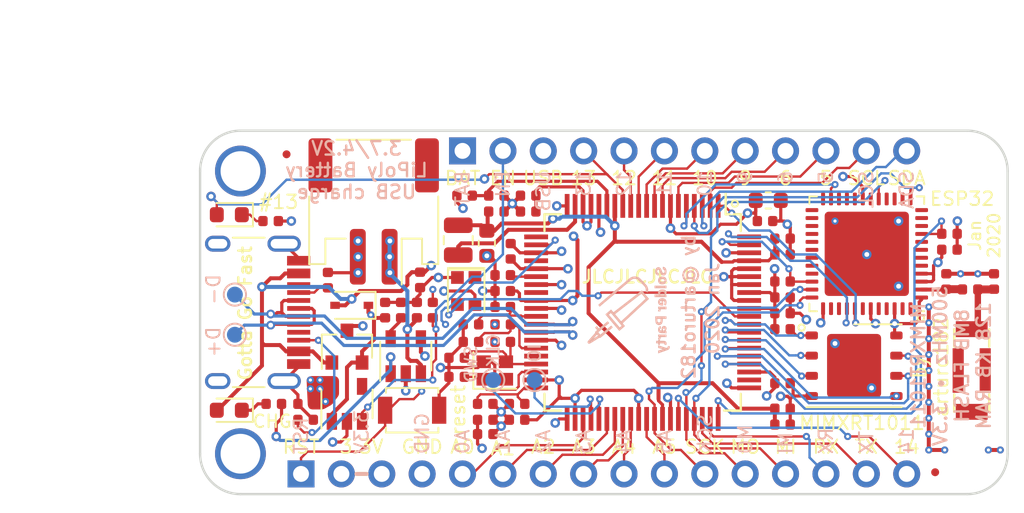
<source format=kicad_pcb>
(kicad_pcb (version 20190905) (host pcbnew "(5.99.0-222-g337244d42)")
  (layers (0 "F.Cu" signal) (1 "GND.Cu" power) (2 "PWR.Cu" power) (31 "B.Cu" signal) (34 "B.Paste" user) (35 "F.Paste" user) (36 "B.SilkS" user) (37 "F.SilkS" user) (38 "B.Mask" user) (39 "F.Mask" user) (44 "Edge.Cuts" user))
  (net 0 "")
  (net 1 "+BATT")
  (net 2 "GND")
  (net 3 "VBUS")
  (net 4 "/MISC")
  (net 5 "/TX")
  (net 6 "/RX")
  (net 7 "/MISO")
  (net 8 "/MOSI")
  (net 9 "/SCK")
  (net 10 "/A5")
  (net 11 "/A4")
  (net 12 "/A3")
  (net 13 "/A2")
  (net 14 "/A1")
  (net 15 "+3V3")
  (net 16 "/~RST~")
  (net 17 "/SDA")
  (net 18 "/SCL")
  (net 19 "/GPIO05")
  (net 20 "/GPIO06")
  (net 21 "/GPIO09")
  (net 22 "/GPIO10")
  (net 23 "/GPIO11")
  (net 24 "/GPIO12")
  (net 25 "/GPIO13")
  (net 26 "/EN")
  (net 27 "Net-(J2-PadA5)")
  (net 28 "Net-(J2-PadB5)")
  (net 29 "Net-(C1-Pad1)")
  (net 30 "Net-(D2-Pad1)")
  (net 31 "/USB_D+")
  (net 32 "/USB_D-")
  (net 33 "Net-(R4-Pad2)")
  (net 34 "Net-(R5-Pad2)")
  (net 35 "Net-(C5-Pad2)")
  (net 36 "Net-(C6-Pad2)")
  (net 37 "Net-(C22-Pad2)")
  (net 38 "Net-(C23-Pad2)")
  (net 39 "Net-(C29-Pad2)")
  (net 40 "Net-(C30-Pad2)")
  (net 41 "Net-(C32-Pad2)")
  (net 42 "Net-(C34-Pad2)")
  (net 43 "Net-(L1-Pad2)")
  (net 44 "/IMXRT1011/FLEXSPI_A_D3")
  (net 45 "/IMXRT1011/FLEXSPI_A_D0")
  (net 46 "/IMXRT1011/FLEXSPI_A_D2")
  (net 47 "/IMXRT1011/FLEXSPI_A_D1")
  (net 48 "/IMXRT1011/~FLEXSPI_A_CS~")
  (net 49 "/IMXRT1011/FLEXSPI_A_SCLK")
  (net 50 "Net-(AE1-Pad1)")
  (net 51 "Net-(C37-Pad2)")
  (net 52 "/~ESP32_RST~")
  (net 53 "/~ESP32_CS~")
  (net 54 "/ESP32_TX")
  (net 55 "/ESP32_RX")
  (net 56 "/ESP32_GPIO0")
  (net 57 "/ESP32_BUSY")
  (net 58 "Net-(D3-Pad1)")
  (net 59 "/D8_NEOPIXEL")
  (net 60 "/A0")
  (net 61 "/SWDIO")
  (net 62 "/SWDCLK")
  (module "Symbols_Extra:SolderParty-Logo_6.3x5.9mm_SilkScreen" (layer "B.Cu") (at 164.1 93.2 -90)
    (fp_text reference "G***" hide)
    (fp_text value "LOGO" hide)
  )
  (module "Fiducial:Fiducial_0.5mm_Mask1mm" (layer "F.Cu") (at 142.6 83.4)
    (fp_text reference "REF**" hide)
    (fp_text value "Fiducial_0.5mm_Mask1mm")
    (pad "" smd circle (at 0 0) (size 0.5 0.5) (layers "F.Cu" "F.Mask") (clearance 0.25))
  )
  (module "Fiducial:Fiducial_0.5mm_Mask1mm" (layer "F.Cu") (at 183.4 103.4)
    (fp_text reference "REF**" hide)
    (fp_text value "Fiducial_0.5mm_Mask1mm")
    (pad "" smd circle (at 0 0) (size 0.5 0.5) (layers "F.Cu" "F.Mask") (clearance 0.25))
  )
  (module "TestPoint:TestPoint_Pad_D1.0mm" (layer "B.Cu") (at 155.6 97.6 180)
    (fp_text reference "TP4" hide)
    (fp_text value "TP_SWDCLK")
    (pad "1" smd circle (at 0 0 180) (size 1 1) (layers "B.Cu" "B.Mask") (net 62 "/SWDCLK"))
  )
  (module "TestPoint:TestPoint_Pad_D1.0mm" (layer "B.Cu") (at 158.2 97.6 180)
    (fp_text reference "TP3" hide)
    (fp_text value "TP_SWDIO")
    (pad "1" smd circle (at 0 0 180) (size 1 1) (layers "B.Cu" "B.Mask") (net 61 "/SWDIO"))
  )
  (module "Inductor_SMD_Extra:L_0806_2012Metric" (layer "F.Cu") (at 153.4 88.8 -90)
    (fp_text reference "L1" hide)
    (fp_text value "4.7uH")
    (pad "2" smd roundrect (at 0.9375 0 270) (size 0.975 1.8) (layers "F.Cu" "F.Paste" "F.Mask") (net 43 "Net-(L1-Pad2)"))
    (pad "1" smd roundrect (at -0.9375 0 270) (size 0.975 1.8) (layers "F.Cu" "F.Paste" "F.Mask") (net 38 "Net-(C23-Pad2)"))
  )
  (module "TestPoint:TestPoint_Pad_D1.0mm" (layer "B.Cu") (at 139.35 94.75)
    (fp_text reference "TP2" hide)
    (fp_text value "TP_USB_D+")
    (pad "1" smd circle (at 0 0) (size 1 1) (layers "B.Cu" "B.Mask") (net 31 "/USB_D+"))
  )
  (module "TestPoint:TestPoint_Pad_D1.0mm" (layer "B.Cu") (at 139.35 92.225)
    (fp_text reference "TP1" hide)
    (fp_text value "TP_USB_D-")
    (pad "1" smd circle (at 0 0) (size 1 1) (layers "B.Cu" "B.Mask") (net 32 "/USB_D-"))
  )
  (module "LED_SMD_Extra:WS2812B-2020" (layer "F.Cu") (at 153.9 92 -90)
    (fp_text reference "D4" hide)
    (fp_text value "WS2812B-2020")
    (pad "1" smd rect (at -0.85 -0.55 270) (size 0.8 0.8) (layers "F.Cu" "F.Paste" "F.Mask"))
    (pad "4" smd rect (at 0.85 -0.55 270) (size 0.8 0.8) (layers "F.Cu" "F.Paste" "F.Mask") (net 15 "+3V3"))
    (pad "3" smd rect (at 0.85 0.55 270) (size 0.8 0.8) (layers "F.Cu" "F.Paste" "F.Mask") (net 59 "/D8_NEOPIXEL"))
    (pad "2" smd rect (at -0.85 0.55 270) (size 0.8 0.8) (layers "F.Cu" "F.Paste" "F.Mask") (net 2 "GND"))
  )
  (module "Resistor_SMD:R_0402_1005Metric" (layer "F.Cu") (at 173.8 94.4 180)
    (fp_text reference "R12" hide)
    (fp_text value "10K")
    (pad "2" smd roundrect (at 0.485 0 180) (size 0.59 0.64) (layers "F.Cu" "F.Paste" "F.Mask") (net 15 "+3V3"))
    (pad "1" smd roundrect (at -0.485 0 180) (size 0.59 0.64) (layers "F.Cu" "F.Paste" "F.Mask") (net 48 "/IMXRT1011/~FLEXSPI_A_CS~"))
  )
  (module "Package_SON:WSON-8-1EP_6x5mm_P1.27mm_EP3.4x4mm" (layer "F.Cu") (at 178.3 96.7)
    (fp_text reference "U4" hide)
    (fp_text value "S25FL064LABNFI04x")
    (pad "8" smd roundrect (at 2.6625 -1.905) (size 0.775 0.5) (layers "F.Cu" "F.Paste" "F.Mask") (net 15 "+3V3"))
    (pad "7" smd roundrect (at 2.6625 -0.635) (size 0.775 0.5) (layers "F.Cu" "F.Paste" "F.Mask") (net 44 "/IMXRT1011/FLEXSPI_A_D3"))
    (pad "6" smd roundrect (at 2.6625 0.635) (size 0.775 0.5) (layers "F.Cu" "F.Paste" "F.Mask") (net 49 "/IMXRT1011/FLEXSPI_A_SCLK"))
    (pad "5" smd roundrect (at 2.6625 1.905) (size 0.775 0.5) (layers "F.Cu" "F.Paste" "F.Mask") (net 45 "/IMXRT1011/FLEXSPI_A_D0"))
    (pad "4" smd roundrect (at -2.6625 1.905) (size 0.775 0.5) (layers "F.Cu" "F.Paste" "F.Mask") (net 2 "GND"))
    (pad "3" smd roundrect (at -2.6625 0.635) (size 0.775 0.5) (layers "F.Cu" "F.Paste" "F.Mask") (net 46 "/IMXRT1011/FLEXSPI_A_D2"))
    (pad "2" smd roundrect (at -2.6625 -0.635) (size 0.775 0.5) (layers "F.Cu" "F.Paste" "F.Mask") (net 47 "/IMXRT1011/FLEXSPI_A_D1"))
    (pad "1" smd roundrect (at -2.6625 -1.905) (size 0.775 0.5) (layers "F.Cu" "F.Paste" "F.Mask") (net 48 "/IMXRT1011/~FLEXSPI_A_CS~"))
    (pad "9" smd roundrect (at 0 0) (size 3.4 4) (layers "F.Cu" "F.Mask") (roundrect_rratio 0.073529) (net 2 "GND"))
  )
  (module "Resistor_SMD:R_0402_1005Metric" (layer "F.Cu") (at 141.6 87.6)
    (fp_text reference "R11" hide)
    (fp_text value "1K")
    (pad "2" smd roundrect (at 0.485 0) (size 0.59 0.64) (layers "F.Cu" "F.Paste" "F.Mask") (net 2 "GND"))
    (pad "1" smd roundrect (at -0.485 0) (size 0.59 0.64) (layers "F.Cu" "F.Paste" "F.Mask") (net 58 "Net-(D3-Pad1)"))
  )
  (module "LED_SMD:LED_0603_1608Metric" (layer "F.Cu") (at 139 87.2 180)
    (fp_text reference "D3" hide)
    (fp_text value "LED_USR")
    (pad "2" smd roundrect (at 0.7875 0 180) (size 0.875 0.95) (layers "F.Cu" "F.Paste" "F.Mask") (net 25 "/GPIO13"))
    (pad "1" smd roundrect (at -0.7875 0 180) (size 0.875 0.95) (layers "F.Cu" "F.Paste" "F.Mask") (net 58 "Net-(D3-Pad1)"))
  )
  (module "Capacitor_SMD:C_0402_1005Metric" (layer "F.Cu") (at 173.8 88.7 180)
    (fp_text reference "C26" hide)
    (fp_text value "4.7uF")
    (pad "2" smd roundrect (at 0.485 0 180) (size 0.59 0.64) (layers "F.Cu" "F.Paste" "F.Mask") (net 38 "Net-(C23-Pad2)"))
    (pad "1" smd roundrect (at -0.485 0 180) (size 0.59 0.64) (layers "F.Cu" "F.Paste" "F.Mask") (net 2 "GND"))
  )
  (module "Inductor_SMD:L_0402_1005Metric" (layer "F.Cu") (at 185.6 91.9 180)
    (fp_text reference "L2" hide)
    (fp_text value "TBD")
    (pad "2" smd roundrect (at 0.485 0 180) (size 0.59 0.64) (layers "F.Cu" "F.Paste" "F.Mask") (net 51 "Net-(C37-Pad2)"))
    (pad "1" smd roundrect (at -0.485 0 180) (size 0.59 0.64) (layers "F.Cu" "F.Paste" "F.Mask") (net 50 "Net-(AE1-Pad1)"))
  )
  (module "Capacitor_SMD:C_0402_1005Metric" (layer "F.Cu") (at 184.1 91.4 -90)
    (fp_text reference "C37" hide)
    (fp_text value "TBD")
    (pad "2" smd roundrect (at 0.485 0 270) (size 0.59 0.64) (layers "F.Cu" "F.Paste" "F.Mask") (net 51 "Net-(C37-Pad2)"))
    (pad "1" smd roundrect (at -0.485 0 270) (size 0.59 0.64) (layers "F.Cu" "F.Paste" "F.Mask") (net 2 "GND"))
  )
  (module "Capacitor_SMD:C_0402_1005Metric" (layer "F.Cu") (at 187.1 91.4 -90)
    (fp_text reference "C36" hide)
    (fp_text value "TBD")
    (pad "2" smd roundrect (at 0.485 0 270) (size 0.59 0.64) (layers "F.Cu" "F.Paste" "F.Mask") (net 50 "Net-(AE1-Pad1)"))
    (pad "1" smd roundrect (at -0.485 0 270) (size 0.59 0.64) (layers "F.Cu" "F.Paste" "F.Mask") (net 2 "GND"))
  )
  (module "RF_Antenna_Extra:Johanson_2450AT42B100" (layer "F.Cu") (at 185.7 97 90)
    (fp_text reference "AE1" hide)
    (fp_text value "2450AT42B100")
    (pad "" smd rect (at 0 0.85 180) (size 0.7 2.8) (layers "F.Cu" "F.Paste" "F.Mask"))
    (pad "" smd rect (at 0 -0.85 180) (size 0.7 2.8) (layers "F.Cu" "F.Paste" "F.Mask"))
    (pad "" smd rect (at -2.6 0 90) (size 1 2) (layers "F.Cu" "F.Paste" "F.Mask"))
    (pad "1" smd rect (at 2.6 0 90) (size 1 2) (layers "F.Cu" "F.Paste" "F.Mask") (net 50 "Net-(AE1-Pad1)"))
  )
  (module "Diode_SMD:D_SOD-323" (layer "F.Cu") (at 146.7 92.9 180)
    (fp_text reference "D1" hide)
    (fp_text value "D_Schottky_Small")
    (pad "2" smd rect (at 1.05 0 180) (size 0.6 0.45) (layers "F.Cu" "F.Paste" "F.Mask") (net 3 "VBUS"))
    (pad "1" smd rect (at -1.05 0 180) (size 0.6 0.45) (layers "F.Cu" "F.Paste" "F.Mask") (net 29 "Net-(C1-Pad1)"))
  )
  (module "Crystal:Crystal_SMD_2016-4Pin_2.0x1.6mm" (layer "F.Cu") (at 155.7 97)
    (fp_text reference "Y1" hide)
    (fp_text value "24MHz")
    (pad "1" smd rect (at -0.7 0.55) (size 0.9 0.8) (layers "F.Cu" "F.Paste" "F.Mask") (net 35 "Net-(C5-Pad2)"))
    (pad "2" smd rect (at 0.7 0.55) (size 0.9 0.8) (layers "F.Cu" "F.Paste" "F.Mask") (net 2 "GND"))
    (pad "3" smd rect (at 0.7 -0.55) (size 0.9 0.8) (layers "F.Cu" "F.Paste" "F.Mask") (net 36 "Net-(C6-Pad2)"))
    (pad "4" smd rect (at -0.7 -0.55) (size 0.9 0.8) (layers "F.Cu" "F.Paste" "F.Mask") (net 2 "GND"))
  )
  (module "Package_QFP:TQFP-80_12x12mm_P0.5mm" (layer "F.Cu") (at 165 93.345 -90)
    (fp_text reference "U5" hide)
    (fp_text value "MIMXRT1011DAE5A")
    (pad "80" smd rect (at -4.75 -6.7) (size 1.5 0.3) (layers "F.Cu" "F.Paste" "F.Mask") (net 55 "/ESP32_RX"))
    (pad "79" smd rect (at -4.25 -6.7) (size 1.5 0.3) (layers "F.Cu" "F.Paste" "F.Mask") (net 53 "/~ESP32_CS~"))
    (pad "78" smd rect (at -3.75 -6.7) (size 1.5 0.3) (layers "F.Cu" "F.Paste" "F.Mask") (net 2 "GND"))
    (pad "77" smd rect (at -3.25 -6.7) (size 1.5 0.3) (layers "F.Cu" "F.Paste" "F.Mask") (net 38 "Net-(C23-Pad2)"))
    (pad "76" smd rect (at -2.75 -6.7) (size 1.5 0.3) (layers "F.Cu" "F.Paste" "F.Mask") (net 2 "GND"))
    (pad "75" smd rect (at -2.25 -6.7) (size 1.5 0.3) (layers "F.Cu" "F.Paste" "F.Mask") (net 2 "GND"))
    (pad "74" smd rect (at -1.75 -6.7) (size 1.5 0.3) (layers "F.Cu" "F.Paste" "F.Mask") (net 2 "GND"))
    (pad "73" smd rect (at -1.25 -6.7) (size 1.5 0.3) (layers "F.Cu" "F.Paste" "F.Mask") (net 15 "+3V3"))
    (pad "72" smd rect (at -0.75 -6.7) (size 1.5 0.3) (layers "F.Cu" "F.Paste" "F.Mask") (net 2 "GND"))
    (pad "71" smd rect (at -0.25 -6.7) (size 1.5 0.3) (layers "F.Cu" "F.Paste" "F.Mask") (net 15 "+3V3"))
    (pad "70" smd rect (at 0.25 -6.7) (size 1.5 0.3) (layers "F.Cu" "F.Paste" "F.Mask") (net 59 "/D8_NEOPIXEL"))
    (pad "69" smd rect (at 0.75 -6.7) (size 1.5 0.3) (layers "F.Cu" "F.Paste" "F.Mask") (net 48 "/IMXRT1011/~FLEXSPI_A_CS~"))
    (pad "68" smd rect (at 1.25 -6.7) (size 1.5 0.3) (layers "F.Cu" "F.Paste" "F.Mask") (net 47 "/IMXRT1011/FLEXSPI_A_D1"))
    (pad "67" smd rect (at 1.75 -6.7) (size 1.5 0.3) (layers "F.Cu" "F.Paste" "F.Mask") (net 46 "/IMXRT1011/FLEXSPI_A_D2"))
    (pad "66" smd rect (at 2.25 -6.7) (size 1.5 0.3) (layers "F.Cu" "F.Paste" "F.Mask") (net 45 "/IMXRT1011/FLEXSPI_A_D0"))
    (pad "65" smd rect (at 2.75 -6.7) (size 1.5 0.3) (layers "F.Cu" "F.Paste" "F.Mask") (net 49 "/IMXRT1011/FLEXSPI_A_SCLK"))
    (pad "64" smd rect (at 3.25 -6.7) (size 1.5 0.3) (layers "F.Cu" "F.Paste" "F.Mask") (net 44 "/IMXRT1011/FLEXSPI_A_D3"))
    (pad "63" smd rect (at 3.75 -6.7) (size 1.5 0.3) (layers "F.Cu" "F.Paste" "F.Mask") (net 15 "+3V3"))
    (pad "62" smd rect (at 4.25 -6.7) (size 1.5 0.3) (layers "F.Cu" "F.Paste" "F.Mask"))
    (pad "61" smd rect (at 4.75 -6.7) (size 1.5 0.3) (layers "F.Cu" "F.Paste" "F.Mask") (net 2 "GND"))
    (pad "60" smd rect (at 6.7 -4.75 270) (size 1.5 0.3) (layers "F.Cu" "F.Paste" "F.Mask") (net 52 "/~ESP32_RST~"))
    (pad "59" smd rect (at 6.7 -4.25 270) (size 1.5 0.3) (layers "F.Cu" "F.Paste" "F.Mask") (net 6 "/RX"))
    (pad "58" smd rect (at 6.7 -3.75 270) (size 1.5 0.3) (layers "F.Cu" "F.Paste" "F.Mask") (net 5 "/TX"))
    (pad "57" smd rect (at 6.7 -3.25 270) (size 1.5 0.3) (layers "F.Cu" "F.Paste" "F.Mask") (net 7 "/MISO"))
    (pad "56" smd rect (at 6.7 -2.75 270) (size 1.5 0.3) (layers "F.Cu" "F.Paste" "F.Mask") (net 8 "/MOSI"))
    (pad "55" smd rect (at 6.7 -2.25 270) (size 1.5 0.3) (layers "F.Cu" "F.Paste" "F.Mask") (net 4 "/MISC"))
    (pad "54" smd rect (at 6.7 -1.75 270) (size 1.5 0.3) (layers "F.Cu" "F.Paste" "F.Mask") (net 2 "GND"))
    (pad "53" smd rect (at 6.7 -1.25 270) (size 1.5 0.3) (layers "F.Cu" "F.Paste" "F.Mask") (net 38 "Net-(C23-Pad2)"))
    (pad "52" smd rect (at 6.7 -0.75 270) (size 1.5 0.3) (layers "F.Cu" "F.Paste" "F.Mask") (net 9 "/SCK"))
    (pad "51" smd rect (at 6.7 -0.25 270) (size 1.5 0.3) (layers "F.Cu" "F.Paste" "F.Mask") (net 10 "/A5"))
    (pad "50" smd rect (at 6.7 0.25 270) (size 1.5 0.3) (layers "F.Cu" "F.Paste" "F.Mask") (net 15 "+3V3"))
    (pad "49" smd rect (at 6.7 0.75 270) (size 1.5 0.3) (layers "F.Cu" "F.Paste" "F.Mask") (net 11 "/A4"))
    (pad "48" smd rect (at 6.7 1.25 270) (size 1.5 0.3) (layers "F.Cu" "F.Paste" "F.Mask") (net 12 "/A3"))
    (pad "47" smd rect (at 6.7 1.75 270) (size 1.5 0.3) (layers "F.Cu" "F.Paste" "F.Mask") (net 13 "/A2"))
    (pad "46" smd rect (at 6.7 2.25 270) (size 1.5 0.3) (layers "F.Cu" "F.Paste" "F.Mask") (net 14 "/A1"))
    (pad "45" smd rect (at 6.7 2.75 270) (size 1.5 0.3) (layers "F.Cu" "F.Paste" "F.Mask") (net 62 "/SWDCLK"))
    (pad "44" smd rect (at 6.7 3.25 270) (size 1.5 0.3) (layers "F.Cu" "F.Paste" "F.Mask") (net 61 "/SWDIO"))
    (pad "43" smd rect (at 6.7 3.75 270) (size 1.5 0.3) (layers "F.Cu" "F.Paste" "F.Mask") (net 60 "/A0"))
    (pad "42" smd rect (at 6.7 4.25 270) (size 1.5 0.3) (layers "F.Cu" "F.Paste" "F.Mask") (net 15 "+3V3"))
    (pad "41" smd rect (at 6.7 4.75 270) (size 1.5 0.3) (layers "F.Cu" "F.Paste" "F.Mask") (net 2 "GND"))
    (pad "40" smd rect (at 4.75 6.7) (size 1.5 0.3) (layers "F.Cu" "F.Paste" "F.Mask") (net 41 "Net-(C32-Pad2)"))
    (pad "39" smd rect (at 4.25 6.7) (size 1.5 0.3) (layers "F.Cu" "F.Paste" "F.Mask") (net 15 "+3V3"))
    (pad "38" smd rect (at 3.75 6.7) (size 1.5 0.3) (layers "F.Cu" "F.Paste" "F.Mask") (net 35 "Net-(C5-Pad2)"))
    (pad "37" smd rect (at 3.25 6.7) (size 1.5 0.3) (layers "F.Cu" "F.Paste" "F.Mask") (net 36 "Net-(C6-Pad2)"))
    (pad "36" smd rect (at 2.75 6.7) (size 1.5 0.3) (layers "F.Cu" "F.Paste" "F.Mask"))
    (pad "35" smd rect (at 2.25 6.7) (size 1.5 0.3) (layers "F.Cu" "F.Paste" "F.Mask") (net 42 "Net-(C34-Pad2)"))
    (pad "34" smd rect (at 1.75 6.7) (size 1.5 0.3) (layers "F.Cu" "F.Paste" "F.Mask") (net 2 "GND"))
    (pad "33" smd rect (at 1.25 6.7) (size 1.5 0.3) (layers "F.Cu" "F.Paste" "F.Mask") (net 31 "/USB_D+"))
    (pad "32" smd rect (at 0.75 6.7) (size 1.5 0.3) (layers "F.Cu" "F.Paste" "F.Mask") (net 32 "/USB_D-"))
    (pad "31" smd rect (at 0.25 6.7) (size 1.5 0.3) (layers "F.Cu" "F.Paste" "F.Mask") (net 40 "Net-(C30-Pad2)"))
    (pad "30" smd rect (at -0.25 6.7) (size 1.5 0.3) (layers "F.Cu" "F.Paste" "F.Mask") (net 2 "GND"))
    (pad "29" smd rect (at -0.75 6.7) (size 1.5 0.3) (layers "F.Cu" "F.Paste" "F.Mask") (net 3 "VBUS"))
    (pad "28" smd rect (at -1.25 6.7) (size 1.5 0.3) (layers "F.Cu" "F.Paste" "F.Mask"))
    (pad "27" smd rect (at -1.75 6.7) (size 1.5 0.3) (layers "F.Cu" "F.Paste" "F.Mask") (net 2 "GND"))
    (pad "26" smd rect (at -2.25 6.7) (size 1.5 0.3) (layers "F.Cu" "F.Paste" "F.Mask") (net 39 "Net-(C29-Pad2)"))
    (pad "25" smd rect (at -2.75 6.7) (size 1.5 0.3) (layers "F.Cu" "F.Paste" "F.Mask") (net 15 "+3V3"))
    (pad "24" smd rect (at -3.25 6.7) (size 1.5 0.3) (layers "F.Cu" "F.Paste" "F.Mask"))
    (pad "23" smd rect (at -3.75 6.7) (size 1.5 0.3) (layers "F.Cu" "F.Paste" "F.Mask") (net 2 "GND"))
    (pad "22" smd rect (at -4.25 6.7) (size 1.5 0.3) (layers "F.Cu" "F.Paste" "F.Mask") (net 16 "/~RST~"))
    (pad "21" smd rect (at -4.75 6.7) (size 1.5 0.3) (layers "F.Cu" "F.Paste" "F.Mask"))
    (pad "20" smd rect (at -6.7 4.75 270) (size 1.5 0.3) (layers "F.Cu" "F.Paste" "F.Mask") (net 2 "GND"))
    (pad "19" smd rect (at -6.7 4.25 270) (size 1.5 0.3) (layers "F.Cu" "F.Paste" "F.Mask") (net 43 "Net-(L1-Pad2)"))
    (pad "18" smd rect (at -6.7 3.75 270) (size 1.5 0.3) (layers "F.Cu" "F.Paste" "F.Mask") (net 15 "+3V3"))
    (pad "17" smd rect (at -6.7 3.25 270) (size 1.5 0.3) (layers "F.Cu" "F.Paste" "F.Mask") (net 15 "+3V3"))
    (pad "16" smd rect (at -6.7 2.75 270) (size 1.5 0.3) (layers "F.Cu" "F.Paste" "F.Mask") (net 2 "GND"))
    (pad "15" smd rect (at -6.7 2.25 270) (size 1.5 0.3) (layers "F.Cu" "F.Paste" "F.Mask") (net 37 "Net-(C22-Pad2)"))
    (pad "14" smd rect (at -6.7 1.75 270) (size 1.5 0.3) (layers "F.Cu" "F.Paste" "F.Mask") (net 38 "Net-(C23-Pad2)"))
    (pad "13" smd rect (at -6.7 1.25 270) (size 1.5 0.3) (layers "F.Cu" "F.Paste" "F.Mask") (net 25 "/GPIO13"))
    (pad "12" smd rect (at -6.7 0.75 270) (size 1.5 0.3) (layers "F.Cu" "F.Paste" "F.Mask") (net 24 "/GPIO12"))
    (pad "11" smd rect (at -6.7 0.25 270) (size 1.5 0.3) (layers "F.Cu" "F.Paste" "F.Mask") (net 23 "/GPIO11"))
    (pad "10" smd rect (at -6.7 -0.25 270) (size 1.5 0.3) (layers "F.Cu" "F.Paste" "F.Mask") (net 22 "/GPIO10"))
    (pad "9" smd rect (at -6.7 -0.75 270) (size 1.5 0.3) (layers "F.Cu" "F.Paste" "F.Mask") (net 21 "/GPIO09"))
    (pad "8" smd rect (at -6.7 -1.25 270) (size 1.5 0.3) (layers "F.Cu" "F.Paste" "F.Mask") (net 20 "/GPIO06"))
    (pad "7" smd rect (at -6.7 -1.75 270) (size 1.5 0.3) (layers "F.Cu" "F.Paste" "F.Mask") (net 15 "+3V3"))
    (pad "6" smd rect (at -6.7 -2.25 270) (size 1.5 0.3) (layers "F.Cu" "F.Paste" "F.Mask") (net 19 "/GPIO05"))
    (pad "5" smd rect (at -6.7 -2.75 270) (size 1.5 0.3) (layers "F.Cu" "F.Paste" "F.Mask") (net 56 "/ESP32_GPIO0"))
    (pad "4" smd rect (at -6.7 -3.25 270) (size 1.5 0.3) (layers "F.Cu" "F.Paste" "F.Mask") (net 57 "/ESP32_BUSY"))
    (pad "3" smd rect (at -6.7 -3.75 270) (size 1.5 0.3) (layers "F.Cu" "F.Paste" "F.Mask") (net 17 "/SDA"))
    (pad "2" smd rect (at -6.7 -4.25 270) (size 1.5 0.3) (layers "F.Cu" "F.Paste" "F.Mask") (net 18 "/SCL"))
    (pad "1" smd rect (at -6.7 -4.75 270) (size 1.5 0.3) (layers "F.Cu" "F.Paste" "F.Mask") (net 54 "/ESP32_TX"))
  )
  (module "Package_DFN_QFN:QFN-48-1EP_7x7mm_P0.5mm_EP5.3x5.3mm" (layer "F.Cu") (at 179.1 89.66 180)
    (fp_text reference "U3" hide)
    (fp_text value "ESP32-PICO-D4")
    (pad "48" smd roundrect (at -2.75 -3.45 180) (size 0.25 0.8) (layers "F.Cu" "F.Paste" "F.Mask"))
    (pad "47" smd roundrect (at -2.25 -3.45 180) (size 0.25 0.8) (layers "F.Cu" "F.Paste" "F.Mask"))
    (pad "46" smd roundrect (at -1.75 -3.45 180) (size 0.25 0.8) (layers "F.Cu" "F.Paste" "F.Mask") (net 15 "+3V3"))
    (pad "45" smd roundrect (at -1.25 -3.45 180) (size 0.25 0.8) (layers "F.Cu" "F.Paste" "F.Mask"))
    (pad "44" smd roundrect (at -0.75 -3.45 180) (size 0.25 0.8) (layers "F.Cu" "F.Paste" "F.Mask"))
    (pad "43" smd roundrect (at -0.25 -3.45 180) (size 0.25 0.8) (layers "F.Cu" "F.Paste" "F.Mask") (net 15 "+3V3"))
    (pad "42" smd roundrect (at 0.25 -3.45 180) (size 0.25 0.8) (layers "F.Cu" "F.Paste" "F.Mask"))
    (pad "41" smd roundrect (at 0.75 -3.45 180) (size 0.25 0.8) (layers "F.Cu" "F.Paste" "F.Mask") (net 54 "/ESP32_TX"))
    (pad "40" smd roundrect (at 1.25 -3.45 180) (size 0.25 0.8) (layers "F.Cu" "F.Paste" "F.Mask") (net 55 "/ESP32_RX"))
    (pad "39" smd roundrect (at 1.75 -3.45 180) (size 0.25 0.8) (layers "F.Cu" "F.Paste" "F.Mask"))
    (pad "38" smd roundrect (at 2.25 -3.45 180) (size 0.25 0.8) (layers "F.Cu" "F.Paste" "F.Mask"))
    (pad "37" smd roundrect (at 2.75 -3.45 180) (size 0.25 0.8) (layers "F.Cu" "F.Paste" "F.Mask") (net 15 "+3V3"))
    (pad "36" smd roundrect (at 3.45 -2.75 180) (size 0.8 0.25) (layers "F.Cu" "F.Paste" "F.Mask") (net 7 "/MISO"))
    (pad "35" smd roundrect (at 3.45 -2.25 180) (size 0.8 0.25) (layers "F.Cu" "F.Paste" "F.Mask") (net 9 "/SCK"))
    (pad "34" smd roundrect (at 3.45 -1.75 180) (size 0.8 0.25) (layers "F.Cu" "F.Paste" "F.Mask") (net 53 "/~ESP32_CS~"))
    (pad "33" smd roundrect (at 3.45 -1.25 180) (size 0.8 0.25) (layers "F.Cu" "F.Paste" "F.Mask"))
    (pad "32" smd roundrect (at 3.45 -0.75 180) (size 0.8 0.25) (layers "F.Cu" "F.Paste" "F.Mask"))
    (pad "31" smd roundrect (at 3.45 -0.25 180) (size 0.8 0.25) (layers "F.Cu" "F.Paste" "F.Mask"))
    (pad "30" smd roundrect (at 3.45 0.25 180) (size 0.8 0.25) (layers "F.Cu" "F.Paste" "F.Mask"))
    (pad "29" smd roundrect (at 3.45 0.75 180) (size 0.8 0.25) (layers "F.Cu" "F.Paste" "F.Mask"))
    (pad "28" smd roundrect (at 3.45 1.25 180) (size 0.8 0.25) (layers "F.Cu" "F.Paste" "F.Mask"))
    (pad "27" smd roundrect (at 3.45 1.75 180) (size 0.8 0.25) (layers "F.Cu" "F.Paste" "F.Mask"))
    (pad "26" smd roundrect (at 3.45 2.25 180) (size 0.8 0.25) (layers "F.Cu" "F.Paste" "F.Mask"))
    (pad "25" smd roundrect (at 3.45 2.75 180) (size 0.8 0.25) (layers "F.Cu" "F.Paste" "F.Mask"))
    (pad "24" smd roundrect (at 2.75 3.45 180) (size 0.25 0.8) (layers "F.Cu" "F.Paste" "F.Mask"))
    (pad "23" smd roundrect (at 2.25 3.45 180) (size 0.25 0.8) (layers "F.Cu" "F.Paste" "F.Mask") (net 56 "/ESP32_GPIO0"))
    (pad "22" smd roundrect (at 1.75 3.45 180) (size 0.25 0.8) (layers "F.Cu" "F.Paste" "F.Mask"))
    (pad "21" smd roundrect (at 1.25 3.45 180) (size 0.25 0.8) (layers "F.Cu" "F.Paste" "F.Mask"))
    (pad "20" smd roundrect (at 0.75 3.45 180) (size 0.25 0.8) (layers "F.Cu" "F.Paste" "F.Mask"))
    (pad "19" smd roundrect (at 0.25 3.45 180) (size 0.25 0.8) (layers "F.Cu" "F.Paste" "F.Mask") (net 15 "+3V3"))
    (pad "18" smd roundrect (at -0.25 3.45 180) (size 0.25 0.8) (layers "F.Cu" "F.Paste" "F.Mask"))
    (pad "17" smd roundrect (at -0.75 3.45 180) (size 0.25 0.8) (layers "F.Cu" "F.Paste" "F.Mask") (net 8 "/MOSI"))
    (pad "16" smd roundrect (at -1.25 3.45 180) (size 0.25 0.8) (layers "F.Cu" "F.Paste" "F.Mask"))
    (pad "15" smd roundrect (at -1.75 3.45 180) (size 0.25 0.8) (layers "F.Cu" "F.Paste" "F.Mask"))
    (pad "14" smd roundrect (at -2.25 3.45 180) (size 0.25 0.8) (layers "F.Cu" "F.Paste" "F.Mask"))
    (pad "13" smd roundrect (at -2.75 3.45 180) (size 0.25 0.8) (layers "F.Cu" "F.Paste" "F.Mask") (net 57 "/ESP32_BUSY"))
    (pad "12" smd roundrect (at -3.45 2.75 180) (size 0.8 0.25) (layers "F.Cu" "F.Paste" "F.Mask"))
    (pad "11" smd roundrect (at -3.45 2.25 180) (size 0.8 0.25) (layers "F.Cu" "F.Paste" "F.Mask"))
    (pad "10" smd roundrect (at -3.45 1.75 180) (size 0.8 0.25) (layers "F.Cu" "F.Paste" "F.Mask"))
    (pad "9" smd roundrect (at -3.45 1.25 180) (size 0.8 0.25) (layers "F.Cu" "F.Paste" "F.Mask") (net 52 "/~ESP32_RST~"))
    (pad "8" smd roundrect (at -3.45 0.75 180) (size 0.8 0.25) (layers "F.Cu" "F.Paste" "F.Mask"))
    (pad "7" smd roundrect (at -3.45 0.25 180) (size 0.8 0.25) (layers "F.Cu" "F.Paste" "F.Mask"))
    (pad "6" smd roundrect (at -3.45 -0.25 180) (size 0.8 0.25) (layers "F.Cu" "F.Paste" "F.Mask"))
    (pad "5" smd roundrect (at -3.45 -0.75 180) (size 0.8 0.25) (layers "F.Cu" "F.Paste" "F.Mask"))
    (pad "4" smd roundrect (at -3.45 -1.25 180) (size 0.8 0.25) (layers "F.Cu" "F.Paste" "F.Mask") (net 15 "+3V3"))
    (pad "3" smd roundrect (at -3.45 -1.75 180) (size 0.8 0.25) (layers "F.Cu" "F.Paste" "F.Mask") (net 15 "+3V3"))
    (pad "2" smd roundrect (at -3.45 -2.25 180) (size 0.8 0.25) (layers "F.Cu" "F.Paste" "F.Mask") (net 51 "Net-(C37-Pad2)"))
    (pad "1" smd roundrect (at -3.45 -2.75 180) (size 0.8 0.25) (layers "F.Cu" "F.Paste" "F.Mask") (net 15 "+3V3"))
    (pad "49" smd roundrect (at 0 0 180) (size 5.3 5.3) (layers "F.Cu" "F.Mask") (roundrect_rratio 0.04717) (net 2 "GND"))
  )
  (module "Package_TO_SOT_SMD:SOT-23-5" (layer "F.Cu") (at 146.4 99.1 90)
    (fp_text reference "U1" hide)
    (fp_text value "AP2112K-3.3")
    (pad "5" smd rect (at 1.1 -0.95 90) (size 1.06 0.65) (layers "F.Cu" "F.Paste" "F.Mask") (net 15 "+3V3"))
    (pad "4" smd rect (at 1.1 0.95 90) (size 1.06 0.65) (layers "F.Cu" "F.Paste" "F.Mask"))
    (pad "3" smd rect (at -1.1 0.95 90) (size 1.06 0.65) (layers "F.Cu" "F.Paste" "F.Mask") (net 26 "/EN"))
    (pad "2" smd rect (at -1.1 0 90) (size 1.06 0.65) (layers "F.Cu" "F.Paste" "F.Mask") (net 2 "GND"))
    (pad "1" smd rect (at -1.1 -0.95 90) (size 1.06 0.65) (layers "F.Cu" "F.Paste" "F.Mask") (net 29 "Net-(C1-Pad1)"))
  )
  (module "Resistor_SMD:R_0402_1005Metric" (layer "F.Cu") (at 151.8 93.2 90)
    (fp_text reference "R10" hide)
    (fp_text value "100K")
    (pad "2" smd roundrect (at 0.485 0 90) (size 0.59 0.64) (layers "F.Cu" "F.Paste" "F.Mask") (net 29 "Net-(C1-Pad1)"))
    (pad "1" smd roundrect (at -0.485 0 90) (size 0.59 0.64) (layers "F.Cu" "F.Paste" "F.Mask") (net 26 "/EN"))
  )
  (module "Resistor_SMD:R_0402_1005Metric" (layer "F.Cu") (at 153.8 86 180)
    (fp_text reference "R9" hide)
    (fp_text value "68K")
    (pad "2" smd roundrect (at 0.485 0 180) (size 0.59 0.64) (layers "F.Cu" "F.Paste" "F.Mask") (net 15 "+3V3"))
    (pad "1" smd roundrect (at -0.485 0 180) (size 0.59 0.64) (layers "F.Cu" "F.Paste" "F.Mask") (net 37 "Net-(C22-Pad2)"))
  )
  (module "Resistor_SMD:R_0402_1005Metric" (layer "F.Cu") (at 153.3 96.2 180)
    (fp_text reference "R8" hide)
    (fp_text value "2.2M")
    (pad "2" smd roundrect (at 0.485 0 180) (size 0.59 0.64) (layers "F.Cu" "F.Paste" "F.Mask") (net 2 "GND"))
    (pad "1" smd roundrect (at -0.485 0 180) (size 0.59 0.64) (layers "F.Cu" "F.Paste" "F.Mask") (net 36 "Net-(C6-Pad2)"))
  )
  (module "Resistor_SMD:R_0402_1005Metric" (layer "F.Cu") (at 173.8 91.4 180)
    (fp_text reference "R7" hide)
    (fp_text value "10K")
    (pad "2" smd roundrect (at 0.485 0 180) (size 0.59 0.64) (layers "F.Cu" "F.Paste" "F.Mask") (net 15 "+3V3"))
    (pad "1" smd roundrect (at -0.485 0 180) (size 0.59 0.64) (layers "F.Cu" "F.Paste" "F.Mask") (net 53 "/~ESP32_CS~"))
  )
  (module "Resistor_SMD:R_0402_1005Metric" (layer "F.Cu") (at 184.3 88.4 180)
    (fp_text reference "R6" hide)
    (fp_text value "10K")
    (pad "2" smd roundrect (at 0.485 0 180) (size 0.59 0.64) (layers "F.Cu" "F.Paste" "F.Mask") (net 52 "/~ESP32_RST~"))
    (pad "1" smd roundrect (at -0.485 0 180) (size 0.59 0.64) (layers "F.Cu" "F.Paste" "F.Mask") (net 2 "GND"))
  )
  (module "Resistor_SMD:R_0402_1005Metric" (layer "F.Cu") (at 149.8 93.2 -90)
    (fp_text reference "R5" hide)
    (fp_text value "2K")
    (pad "2" smd roundrect (at 0.485 0 270) (size 0.59 0.64) (layers "F.Cu" "F.Paste" "F.Mask") (net 34 "Net-(R5-Pad2)"))
    (pad "1" smd roundrect (at -0.485 0 270) (size 0.59 0.64) (layers "F.Cu" "F.Paste" "F.Mask") (net 2 "GND"))
  )
  (module "Resistor_SMD:R_0402_1005Metric" (layer "F.Cu") (at 141.8 99.1)
    (fp_text reference "R4" hide)
    (fp_text value "1K")
    (pad "2" smd roundrect (at 0.485 0) (size 0.59 0.64) (layers "F.Cu" "F.Paste" "F.Mask") (net 33 "Net-(R4-Pad2)"))
    (pad "1" smd roundrect (at -0.485 0) (size 0.59 0.64) (layers "F.Cu" "F.Paste" "F.Mask") (net 30 "Net-(D2-Pad1)"))
  )
  (module "Resistor_SMD:R_0402_1005Metric" (layer "F.Cu") (at 151 91.3 90)
    (fp_text reference "R3" hide)
    (fp_text value "100K")
    (pad "2" smd roundrect (at 0.485 0 90) (size 0.59 0.64) (layers "F.Cu" "F.Paste" "F.Mask") (net 3 "VBUS"))
    (pad "1" smd roundrect (at -0.485 0 90) (size 0.59 0.64) (layers "F.Cu" "F.Paste" "F.Mask") (net 2 "GND"))
  )
  (module "Resistor_SMD:R_0402_1005Metric" (layer "F.Cu") (at 143.8 100.1 180)
    (fp_text reference "R2" hide)
    (fp_text value "5.1K")
    (pad "2" smd roundrect (at 0.485 0 180) (size 0.59 0.64) (layers "F.Cu" "F.Paste" "F.Mask") (net 28 "Net-(J2-PadB5)"))
    (pad "1" smd roundrect (at -0.485 0 180) (size 0.59 0.64) (layers "F.Cu" "F.Paste" "F.Mask") (net 2 "GND"))
  )
  (module "Resistor_SMD:R_0402_1005Metric" (layer "F.Cu") (at 145.2 91.315 -90)
    (fp_text reference "R1" hide)
    (fp_text value "5.1K")
    (pad "2" smd roundrect (at 0.485 0 270) (size 0.59 0.64) (layers "F.Cu" "F.Paste" "F.Mask") (net 27 "Net-(J2-PadA5)"))
    (pad "1" smd roundrect (at -0.485 0 270) (size 0.59 0.64) (layers "F.Cu" "F.Paste" "F.Mask") (net 2 "GND"))
  )
  (module "Capacitor_SMD:C_0402_1005Metric" (layer "F.Cu") (at 154.2 95.2)
    (fp_text reference "C35" hide)
    (fp_text value "4.7uF")
    (pad "2" smd roundrect (at 0.485 0) (size 0.59 0.64) (layers "F.Cu" "F.Paste" "F.Mask") (net 42 "Net-(C34-Pad2)"))
    (pad "1" smd roundrect (at -0.485 0) (size 0.59 0.64) (layers "F.Cu" "F.Paste" "F.Mask") (net 2 "GND"))
  )
  (module "Capacitor_SMD:C_0402_1005Metric" (layer "F.Cu") (at 156.2 94.1)
    (fp_text reference "C34" hide)
    (fp_text value "0.1uF")
    (pad "2" smd roundrect (at 0.485 0) (size 0.59 0.64) (layers "F.Cu" "F.Paste" "F.Mask") (net 42 "Net-(C34-Pad2)"))
    (pad "1" smd roundrect (at -0.485 0) (size 0.59 0.64) (layers "F.Cu" "F.Paste" "F.Mask") (net 2 "GND"))
  )
  (module "Capacitor_SMD:C_0402_1005Metric" (layer "F.Cu") (at 155.1 99.1 180)
    (fp_text reference "C33" hide)
    (fp_text value "4.7uF")
    (pad "1" smd roundrect (at -0.485 0 180) (size 0.59 0.64) (layers "F.Cu" "F.Paste" "F.Mask") (net 2 "GND"))
    (pad "2" smd roundrect (at 0.485 0 180) (size 0.59 0.64) (layers "F.Cu" "F.Paste" "F.Mask") (net 41 "Net-(C32-Pad2)"))
  )
  (module "Capacitor_SMD:C_0402_1005Metric" (layer "F.Cu") (at 157.1 99.1)
    (fp_text reference "C32" hide)
    (fp_text value "0.1uF")
    (pad "2" smd roundrect (at 0.485 0) (size 0.59 0.64) (layers "F.Cu" "F.Paste" "F.Mask") (net 41 "Net-(C32-Pad2)"))
    (pad "1" smd roundrect (at -0.485 0) (size 0.59 0.64) (layers "F.Cu" "F.Paste" "F.Mask") (net 2 "GND"))
  )
  (module "Capacitor_SMD:C_0402_1005Metric" (layer "F.Cu") (at 156.2 93)
    (fp_text reference "C31" hide)
    (fp_text value "10uF")
    (pad "2" smd roundrect (at 0.485 0) (size 0.59 0.64) (layers "F.Cu" "F.Paste" "F.Mask") (net 40 "Net-(C30-Pad2)"))
    (pad "1" smd roundrect (at -0.485 0) (size 0.59 0.64) (layers "F.Cu" "F.Paste" "F.Mask") (net 2 "GND"))
  )
  (module "Capacitor_SMD:C_0402_1005Metric" (layer "F.Cu") (at 154.2 94.1)
    (fp_text reference "C30" hide)
    (fp_text value "0.1uF")
    (pad "2" smd roundrect (at 0.485 0) (size 0.59 0.64) (layers "F.Cu" "F.Paste" "F.Mask") (net 40 "Net-(C30-Pad2)"))
    (pad "1" smd roundrect (at -0.485 0) (size 0.59 0.64) (layers "F.Cu" "F.Paste" "F.Mask") (net 2 "GND"))
  )
  (module "Capacitor_SMD:C_0402_1005Metric" (layer "F.Cu") (at 156.2 91)
    (fp_text reference "C29" hide)
    (fp_text value "0.1uF")
    (pad "2" smd roundrect (at 0.485 0) (size 0.59 0.64) (layers "F.Cu" "F.Paste" "F.Mask") (net 39 "Net-(C29-Pad2)"))
    (pad "1" smd roundrect (at -0.485 0) (size 0.59 0.64) (layers "F.Cu" "F.Paste" "F.Mask") (net 2 "GND"))
  )
  (module "Capacitor_SMD:C_0603_1608Metric" (layer "F.Cu") (at 155.2 89 90)
    (fp_text reference "C28" hide)
    (fp_text value "22uF")
    (pad "2" smd roundrect (at 0.7875 0 90) (size 0.875 0.95) (layers "F.Cu" "F.Paste" "F.Mask") (net 38 "Net-(C23-Pad2)"))
    (pad "1" smd roundrect (at -0.7875 0 90) (size 0.875 0.95) (layers "F.Cu" "F.Paste" "F.Mask") (net 2 "GND"))
  )
  (module "Capacitor_SMD:C_0402_1005Metric" (layer "F.Cu") (at 173.8 99.4 180)
    (fp_text reference "C27" hide)
    (fp_text value "4.7uF")
    (pad "2" smd roundrect (at 0.485 0 180) (size 0.59 0.64) (layers "F.Cu" "F.Paste" "F.Mask") (net 38 "Net-(C23-Pad2)"))
    (pad "1" smd roundrect (at -0.485 0 180) (size 0.59 0.64) (layers "F.Cu" "F.Paste" "F.Mask") (net 2 "GND"))
  )
  (module "Capacitor_SMD:C_0402_1005Metric" (layer "F.Cu") (at 173.8 89.7 180)
    (fp_text reference "C25" hide)
    (fp_text value "0.1uF")
    (pad "2" smd roundrect (at 0.485 0 180) (size 0.59 0.64) (layers "F.Cu" "F.Paste" "F.Mask") (net 38 "Net-(C23-Pad2)"))
    (pad "1" smd roundrect (at -0.485 0 180) (size 0.59 0.64) (layers "F.Cu" "F.Paste" "F.Mask") (net 2 "GND"))
  )
  (module "Capacitor_SMD:C_0402_1005Metric" (layer "F.Cu") (at 155.8 87 180)
    (fp_text reference "C24" hide)
    (fp_text value "0.1uF")
    (pad "2" smd roundrect (at 0.485 0 180) (size 0.59 0.64) (layers "F.Cu" "F.Paste" "F.Mask") (net 38 "Net-(C23-Pad2)"))
    (pad "1" smd roundrect (at -0.485 0 180) (size 0.59 0.64) (layers "F.Cu" "F.Paste" "F.Mask") (net 2 "GND"))
  )
  (module "Capacitor_SMD:C_0402_1005Metric" (layer "F.Cu") (at 173.8 100.4 180)
    (fp_text reference "C23" hide)
    (fp_text value "0.1uF")
    (pad "2" smd roundrect (at 0.485 0 180) (size 0.59 0.64) (layers "F.Cu" "F.Paste" "F.Mask") (net 38 "Net-(C23-Pad2)"))
    (pad "1" smd roundrect (at -0.485 0 180) (size 0.59 0.64) (layers "F.Cu" "F.Paste" "F.Mask") (net 2 "GND"))
  )
  (module "Capacitor_SMD:C_0402_1005Metric" (layer "F.Cu") (at 155.8 86 180)
    (fp_text reference "C22" hide)
    (fp_text value "0.1uF")
    (pad "2" smd roundrect (at 0.485 0 180) (size 0.59 0.64) (layers "F.Cu" "F.Paste" "F.Mask") (net 37 "Net-(C22-Pad2)"))
    (pad "1" smd roundrect (at -0.485 0 180) (size 0.59 0.64) (layers "F.Cu" "F.Paste" "F.Mask") (net 2 "GND"))
  )
  (module "Capacitor_SMD:C_0402_1005Metric" (layer "F.Cu") (at 155.1 101 180)
    (fp_text reference "C21" hide)
    (fp_text value "1uF")
    (pad "1" smd roundrect (at -0.485 0 180) (size 0.59 0.64) (layers "F.Cu" "F.Paste" "F.Mask") (net 2 "GND"))
    (pad "2" smd roundrect (at 0.485 0 180) (size 0.59 0.64) (layers "F.Cu" "F.Paste" "F.Mask") (net 15 "+3V3"))
  )
  (module "Capacitor_SMD:C_0402_1005Metric" (layer "F.Cu") (at 155.1 100.1 180)
    (fp_text reference "C19" hide)
    (fp_text value "4.7uF")
    (pad "1" smd roundrect (at -0.485 0 180) (size 0.59 0.64) (layers "F.Cu" "F.Paste" "F.Mask") (net 2 "GND"))
    (pad "2" smd roundrect (at 0.485 0 180) (size 0.59 0.64) (layers "F.Cu" "F.Paste" "F.Mask") (net 15 "+3V3"))
  )
  (module "Capacitor_SMD:C_0402_1005Metric" (layer "F.Cu") (at 157.1 100.1)
    (fp_text reference "C18" hide)
    (fp_text value "0.1uF")
    (pad "2" smd roundrect (at 0.485 0) (size 0.59 0.64) (layers "F.Cu" "F.Paste" "F.Mask") (net 15 "+3V3"))
    (pad "1" smd roundrect (at -0.485 0) (size 0.59 0.64) (layers "F.Cu" "F.Paste" "F.Mask") (net 2 "GND"))
  )
  (module "Capacitor_SMD:C_0402_1005Metric" (layer "F.Cu") (at 156.7 89.5 -90)
    (fp_text reference "C17" hide)
    (fp_text value "0.1uF")
    (pad "2" smd roundrect (at 0.485 0 270) (size 0.59 0.64) (layers "F.Cu" "F.Paste" "F.Mask") (net 15 "+3V3"))
    (pad "1" smd roundrect (at -0.485 0 270) (size 0.59 0.64) (layers "F.Cu" "F.Paste" "F.Mask") (net 2 "GND"))
  )
  (module "Capacitor_SMD:C_0402_1005Metric" (layer "F.Cu") (at 173.8 92.4 180)
    (fp_text reference "C16" hide)
    (fp_text value "4.7uF")
    (pad "2" smd roundrect (at 0.485 0 180) (size 0.59 0.64) (layers "F.Cu" "F.Paste" "F.Mask") (net 15 "+3V3"))
    (pad "1" smd roundrect (at -0.485 0 180) (size 0.59 0.64) (layers "F.Cu" "F.Paste" "F.Mask") (net 2 "GND"))
  )
  (module "Capacitor_SMD:C_0402_1005Metric" (layer "F.Cu") (at 173.8 97.8 180)
    (fp_text reference "C14" hide)
    (fp_text value "0.1uF")
    (pad "2" smd roundrect (at 0.485 0 180) (size 0.59 0.64) (layers "F.Cu" "F.Paste" "F.Mask") (net 15 "+3V3"))
    (pad "1" smd roundrect (at -0.485 0 180) (size 0.59 0.64) (layers "F.Cu" "F.Paste" "F.Mask") (net 2 "GND"))
  )
  (module "Capacitor_SMD:C_0402_1005Metric" (layer "F.Cu") (at 173.8 93.4 180)
    (fp_text reference "C12" hide)
    (fp_text value "0.1uF")
    (pad "2" smd roundrect (at 0.485 0 180) (size 0.59 0.64) (layers "F.Cu" "F.Paste" "F.Mask") (net 15 "+3V3"))
    (pad "1" smd roundrect (at -0.485 0 180) (size 0.59 0.64) (layers "F.Cu" "F.Paste" "F.Mask") (net 2 "GND"))
  )
  (module "Capacitor_SMD:C_0402_1005Metric" (layer "F.Cu") (at 157.8 86)
    (fp_text reference "C11" hide)
    (fp_text value "0.1uF")
    (pad "2" smd roundrect (at 0.485 0) (size 0.59 0.64) (layers "F.Cu" "F.Paste" "F.Mask") (net 15 "+3V3"))
    (pad "1" smd roundrect (at -0.485 0) (size 0.59 0.64) (layers "F.Cu" "F.Paste" "F.Mask") (net 2 "GND"))
  )
  (module "Capacitor_SMD:C_0603_1608Metric" (layer "F.Cu") (at 172.9 86.3 180)
    (fp_text reference "C10" hide)
    (fp_text value "22uF")
    (pad "2" smd roundrect (at 0.7875 0 180) (size 0.875 0.95) (layers "F.Cu" "F.Paste" "F.Mask") (net 15 "+3V3"))
    (pad "1" smd roundrect (at -0.7875 0 180) (size 0.875 0.95) (layers "F.Cu" "F.Paste" "F.Mask") (net 2 "GND"))
  )
  (module "Capacitor_SMD:C_0402_1005Metric" (layer "F.Cu") (at 157.8 87)
    (fp_text reference "C9" hide)
    (fp_text value "4.7uF")
    (pad "2" smd roundrect (at 0.485 0) (size 0.59 0.64) (layers "F.Cu" "F.Paste" "F.Mask") (net 15 "+3V3"))
    (pad "1" smd roundrect (at -0.485 0) (size 0.59 0.64) (layers "F.Cu" "F.Paste" "F.Mask") (net 2 "GND"))
  )
  (module "Capacitor_SMD:C_0402_1005Metric" (layer "F.Cu") (at 172.7 87.6 180)
    (fp_text reference "C8" hide)
    (fp_text value "0.1uF")
    (pad "2" smd roundrect (at 0.485 0 180) (size 0.59 0.64) (layers "F.Cu" "F.Paste" "F.Mask") (net 15 "+3V3"))
    (pad "1" smd roundrect (at -0.485 0 180) (size 0.59 0.64) (layers "F.Cu" "F.Paste" "F.Mask") (net 2 "GND"))
  )
  (module "Capacitor_SMD:C_0402_1005Metric" (layer "F.Cu") (at 156.2 92)
    (fp_text reference "C7" hide)
    (fp_text value "1uF")
    (pad "2" smd roundrect (at 0.485 0) (size 0.59 0.64) (layers "F.Cu" "F.Paste" "F.Mask") (net 3 "VBUS"))
    (pad "1" smd roundrect (at -0.485 0) (size 0.59 0.64) (layers "F.Cu" "F.Paste" "F.Mask") (net 2 "GND"))
  )
  (module "Capacitor_SMD:C_0402_1005Metric" (layer "F.Cu") (at 156.2 95.2)
    (fp_text reference "C6" hide)
    (fp_text value "12pF")
    (pad "2" smd roundrect (at 0.485 0) (size 0.59 0.64) (layers "F.Cu" "F.Paste" "F.Mask") (net 36 "Net-(C6-Pad2)"))
    (pad "1" smd roundrect (at -0.485 0) (size 0.59 0.64) (layers "F.Cu" "F.Paste" "F.Mask") (net 2 "GND"))
  )
  (module "Capacitor_SMD:C_0402_1005Metric" (layer "F.Cu") (at 153.3 97.4)
    (fp_text reference "C5" hide)
    (fp_text value "12pF")
    (pad "1" smd roundrect (at -0.485 0) (size 0.59 0.64) (layers "F.Cu" "F.Paste" "F.Mask") (net 2 "GND"))
    (pad "2" smd roundrect (at 0.485 0) (size 0.59 0.64) (layers "F.Cu" "F.Paste" "F.Mask") (net 35 "Net-(C5-Pad2)"))
  )
  (module "Capacitor_SMD:C_0402_1005Metric" (layer "F.Cu") (at 184.3 89.4 180)
    (fp_text reference "C4" hide)
    (fp_text value "0.1uF")
    (pad "2" smd roundrect (at 0.485 0 180) (size 0.59 0.64) (layers "F.Cu" "F.Paste" "F.Mask") (net 15 "+3V3"))
    (pad "1" smd roundrect (at -0.485 0 180) (size 0.59 0.64) (layers "F.Cu" "F.Paste" "F.Mask") (net 2 "GND"))
  )
  (module "Capacitor_SMD:C_0402_1005Metric" (layer "F.Cu") (at 150.8 93.2 -90)
    (fp_text reference "C3" hide)
    (fp_text value "10uF")
    (pad "2" smd roundrect (at 0.485 0 270) (size 0.59 0.64) (layers "F.Cu" "F.Paste" "F.Mask") (net 1 "+BATT"))
    (pad "1" smd roundrect (at -0.485 0 270) (size 0.59 0.64) (layers "F.Cu" "F.Paste" "F.Mask") (net 2 "GND"))
  )
  (module "Capacitor_SMD:C_0402_1005Metric" (layer "F.Cu") (at 143.8 99.1)
    (fp_text reference "C2" hide)
    (fp_text value "1uF")
    (pad "2" smd roundrect (at 0.485 0) (size 0.59 0.64) (layers "F.Cu" "F.Paste" "F.Mask") (net 15 "+3V3"))
    (pad "1" smd roundrect (at -0.485 0) (size 0.59 0.64) (layers "F.Cu" "F.Paste" "F.Mask") (net 2 "GND"))
  )
  (module "Capacitor_SMD:C_0402_1005Metric" (layer "F.Cu") (at 148.8 93.2 90)
    (fp_text reference "C1" hide)
    (fp_text value "10uF")
    (pad "2" smd roundrect (at 0.485 0 90) (size 0.59 0.64) (layers "F.Cu" "F.Paste" "F.Mask") (net 2 "GND"))
    (pad "1" smd roundrect (at -0.485 0 90) (size 0.59 0.64) (layers "F.Cu" "F.Paste" "F.Mask") (net 29 "Net-(C1-Pad1)"))
  )
  (module "Button_Switch_SMD:SW_SPST_B3U-1000P-B" (layer "F.Cu") (at 150.5 99.5 180)
    (fp_text reference "SW1" hide)
    (fp_text value "SW_RST")
    (pad "" np_thru_hole circle (at 0 0 180) (size 0.8 0.8) (drill 0.8) (layers *.Cu *.Mask))
    (pad "2" smd rect (at 1.7 0 180) (size 0.9 1.7) (layers "F.Cu" "F.Paste" "F.Mask") (net 16 "/~RST~"))
    (pad "1" smd rect (at -1.7 0 180) (size 0.9 1.7) (layers "F.Cu" "F.Paste" "F.Mask") (net 2 "GND"))
  )
  (module "Package_TO_SOT_SMD:SOT-23-5" (layer "F.Cu") (at 150.1 96.1 90)
    (fp_text reference "U2" hide)
    (fp_text value "MCP73831")
    (pad "5" smd rect (at 1.1 -0.95 90) (size 1.06 0.65) (layers "F.Cu" "F.Paste" "F.Mask") (net 34 "Net-(R5-Pad2)"))
    (pad "4" smd rect (at 1.1 0.95 90) (size 1.06 0.65) (layers "F.Cu" "F.Paste" "F.Mask") (net 3 "VBUS"))
    (pad "3" smd rect (at -1.1 0.95 90) (size 1.06 0.65) (layers "F.Cu" "F.Paste" "F.Mask") (net 1 "+BATT"))
    (pad "2" smd rect (at -1.1 0 90) (size 1.06 0.65) (layers "F.Cu" "F.Paste" "F.Mask") (net 2 "GND"))
    (pad "1" smd rect (at -1.1 -0.95 90) (size 1.06 0.65) (layers "F.Cu" "F.Paste" "F.Mask") (net 33 "Net-(R4-Pad2)"))
  )
  (module "Package_TO_SOT_SMD:SOT-23" (layer "F.Cu") (at 146.4 95.5 90)
    (fp_text reference "Q1" hide)
    (fp_text value "BSS84")
    (pad "3" smd rect (at 1 0 90) (size 0.9 0.8) (layers "F.Cu" "F.Paste" "F.Mask") (net 1 "+BATT"))
    (pad "2" smd rect (at -1 0.95 90) (size 0.9 0.8) (layers "F.Cu" "F.Paste" "F.Mask") (net 29 "Net-(C1-Pad1)"))
    (pad "1" smd rect (at -1 -0.95 90) (size 0.9 0.8) (layers "F.Cu" "F.Paste" "F.Mask") (net 3 "VBUS"))
  )
  (module "LED_SMD:LED_0603_1608Metric" (layer "F.Cu") (at 139 99.5 180)
    (fp_text reference "D2" hide)
    (fp_text value "LED_CHR")
    (pad "2" smd roundrect (at 0.7875 0 180) (size 0.875 0.95) (layers "F.Cu" "F.Paste" "F.Mask") (net 3 "VBUS"))
    (pad "1" smd roundrect (at -0.7875 0 180) (size 0.875 0.95) (layers "F.Cu" "F.Paste" "F.Mask") (net 30 "Net-(D2-Pad1)"))
  )
  (module "Connector_USB:USB_C_Receptacle_HRO_TYPE-C-31-M-12" (layer "F.Cu") (at 139.319 93.345 -90)
    (fp_text reference "J2" hide)
    (fp_text value "USB_C_Receptacle_USB2.0")
    (pad "S1" thru_hole oval (at 4.32 1.05 270) (size 1 1.6) (drill oval 0.6 1.2) (layers *.Cu *.Mask) (net 2 "GND"))
    (pad "" np_thru_hole circle (at 2.89 -2.6 270) (size 0.65 0.65) (drill 0.65) (layers *.Cu *.Mask))
    (pad "S1" thru_hole oval (at -4.32 1.05 270) (size 1 1.6) (drill oval 0.6 1.2) (layers *.Cu *.Mask) (net 2 "GND"))
    (pad "" np_thru_hole circle (at -2.89 -2.6 270) (size 0.65 0.65) (drill 0.65) (layers *.Cu *.Mask))
    (pad "S1" thru_hole oval (at -4.32 -3.13 270) (size 1 2.1) (drill oval 0.6 1.7) (layers *.Cu *.Mask) (net 2 "GND"))
    (pad "S1" thru_hole oval (at 4.32 -3.13 270) (size 1 2.1) (drill oval 0.6 1.7) (layers *.Cu *.Mask) (net 2 "GND"))
    (pad "A6" smd rect (at -0.25 -4.045 270) (size 0.3 1.45) (layers "F.Cu" "F.Paste" "F.Mask") (net 31 "/USB_D+"))
    (pad "B5" smd rect (at 1.75 -4.045 270) (size 0.3 1.45) (layers "F.Cu" "F.Paste" "F.Mask") (net 28 "Net-(J2-PadB5)"))
    (pad "A8" smd rect (at 1.25 -4.045 270) (size 0.3 1.45) (layers "F.Cu" "F.Paste" "F.Mask"))
    (pad "B6" smd rect (at 0.75 -4.045 270) (size 0.3 1.45) (layers "F.Cu" "F.Paste" "F.Mask") (net 31 "/USB_D+"))
    (pad "A7" smd rect (at 0.25 -4.045 270) (size 0.3 1.45) (layers "F.Cu" "F.Paste" "F.Mask") (net 32 "/USB_D-"))
    (pad "B7" smd rect (at -0.75 -4.045 270) (size 0.3 1.45) (layers "F.Cu" "F.Paste" "F.Mask") (net 32 "/USB_D-"))
    (pad "A5" smd rect (at -1.25 -4.045 270) (size 0.3 1.45) (layers "F.Cu" "F.Paste" "F.Mask") (net 27 "Net-(J2-PadA5)"))
    (pad "B8" smd rect (at -1.75 -4.045 270) (size 0.3 1.45) (layers "F.Cu" "F.Paste" "F.Mask"))
    (pad "A12" smd rect (at 3.25 -4.045 270) (size 0.6 1.45) (layers "F.Cu" "F.Paste" "F.Mask") (net 2 "GND"))
    (pad "B4" smd rect (at 2.45 -4.045 270) (size 0.6 1.45) (layers "F.Cu" "F.Paste" "F.Mask") (net 3 "VBUS"))
    (pad "A4" smd rect (at -2.45 -4.045 270) (size 0.6 1.45) (layers "F.Cu" "F.Paste" "F.Mask") (net 3 "VBUS"))
    (pad "A1" smd rect (at -3.25 -4.045 270) (size 0.6 1.45) (layers "F.Cu" "F.Paste" "F.Mask") (net 2 "GND"))
    (pad "B12" smd rect (at -3.25 -4.045 270) (size 0.6 1.45) (layers "F.Cu" "F.Paste" "F.Mask") (net 2 "GND"))
    (pad "B9" smd rect (at -2.45 -4.045 270) (size 0.6 1.45) (layers "F.Cu" "F.Paste" "F.Mask") (net 3 "VBUS"))
    (pad "A9" smd rect (at 2.45 -4.045 270) (size 0.6 1.45) (layers "F.Cu" "F.Paste" "F.Mask") (net 3 "VBUS"))
    (pad "B1" smd rect (at 3.25 -4.045 270) (size 0.6 1.45) (layers "F.Cu" "F.Paste" "F.Mask") (net 2 "GND"))
  )
  (module "Connector_JST:JST_PH_S2B-PH-SM4-TB_1x02-1MP_P2.00mm_Horizontal" (layer "F.Cu") (at 148.082 86.995 180)
    (fp_text reference "J1" hide)
    (fp_text value "Conn_Battery")
    (pad "1" smd roundrect (at -1 -2.85 180) (size 1 3.5) (layers "F.Cu" "F.Paste" "F.Mask") (net 1 "+BATT"))
    (pad "2" smd roundrect (at 1 -2.85 180) (size 1 3.5) (layers "F.Cu" "F.Paste" "F.Mask") (net 2 "GND"))
    (pad "MP" smd roundrect (at -3.35 2.9 180) (size 1.5 3.4) (layers "F.Cu" "F.Paste" "F.Mask") (roundrect_rratio 0.166667))
    (pad "MP" smd roundrect (at 3.35 2.9 180) (size 1.5 3.4) (layers "F.Cu" "F.Paste" "F.Mask") (roundrect_rratio 0.166667))
  )
  (module "MountingHole:MountingHole_2.5mm_Pad" (layer "F.Cu") (at 139.7 84.455)
    (fp_text reference "REF**" hide)
    (fp_text value "MountingHole_2.5mm_Pad" hide)
    (pad "" thru_hole circle (at 0 0) (size 3.2 3.2) (drill 2.5) (layers *.Cu *.Mask))
  )
  (module "MountingHole:MountingHole_2.5mm_Pad" (layer "F.Cu") (at 139.7 102.235)
    (fp_text reference "REF**" hide)
    (fp_text value "MountingHole_2.5mm_Pad" hide)
    (pad "" thru_hole circle (at 0 0) (size 3.2 3.2) (drill 2.5) (layers *.Cu *.Mask))
  )
  (module "MountingHole:MountingHole_2.2mm_M2" (layer "F.Cu") (at 185.42 102.87)
    (fp_text reference "REF**" hide)
    (fp_text value "MountingHole_2.2mm_M2" hide)
    (pad "1" np_thru_hole circle (at 0 0) (size 2.2 2.2) (drill 2.2) (layers *.Cu *.Mask))
  )
  (module "MountingHole:MountingHole_2.2mm_M2" (layer "F.Cu") (at 185.42 83.82)
    (fp_text reference "REF**" hide)
    (fp_text value "MountingHole_2.2mm_M2" hide)
    (pad "1" np_thru_hole circle (at 0 0) (size 2.2 2.2) (drill 2.2) (layers *.Cu *.Mask))
  )
  (module "Connector_PinSocket_2.54mm:PinSocket_1x12_P2.54mm_Vertical" (layer "F.Cu") (at 153.67 83.185 90)
    (fp_text reference "J4" hide)
    (fp_text value "Conn_Right" hide)
    (pad "12" thru_hole oval (at 0 27.94 90) (size 1.7 1.7) (drill 1) (layers *.Cu *.Mask) (net 17 "/SDA"))
    (pad "11" thru_hole oval (at 0 25.4 90) (size 1.7 1.7) (drill 1) (layers *.Cu *.Mask) (net 18 "/SCL"))
    (pad "10" thru_hole oval (at 0 22.86 90) (size 1.7 1.7) (drill 1) (layers *.Cu *.Mask) (net 19 "/GPIO05"))
    (pad "9" thru_hole oval (at 0 20.32 90) (size 1.7 1.7) (drill 1) (layers *.Cu *.Mask) (net 20 "/GPIO06"))
    (pad "8" thru_hole oval (at 0 17.78 90) (size 1.7 1.7) (drill 1) (layers *.Cu *.Mask) (net 21 "/GPIO09"))
    (pad "7" thru_hole oval (at 0 15.24 90) (size 1.7 1.7) (drill 1) (layers *.Cu *.Mask) (net 22 "/GPIO10"))
    (pad "6" thru_hole oval (at 0 12.7 90) (size 1.7 1.7) (drill 1) (layers *.Cu *.Mask) (net 23 "/GPIO11"))
    (pad "5" thru_hole oval (at 0 10.16 90) (size 1.7 1.7) (drill 1) (layers *.Cu *.Mask) (net 24 "/GPIO12"))
    (pad "4" thru_hole oval (at 0 7.62 90) (size 1.7 1.7) (drill 1) (layers *.Cu *.Mask) (net 25 "/GPIO13"))
    (pad "3" thru_hole oval (at 0 5.08 90) (size 1.7 1.7) (drill 1) (layers *.Cu *.Mask) (net 3 "VBUS"))
    (pad "2" thru_hole oval (at 0 2.54 90) (size 1.7 1.7) (drill 1) (layers *.Cu *.Mask) (net 26 "/EN"))
    (pad "1" thru_hole rect (at 0 0 90) (size 1.7 1.7) (drill 1) (layers *.Cu *.Mask) (net 1 "+BATT"))
  )
  (module "Connector_PinSocket_2.54mm:PinSocket_1x16_P2.54mm_Vertical" (layer "F.Cu") (at 143.51 103.505 90)
    (fp_text reference "J3" hide)
    (fp_text value "Conn_Left" hide)
    (pad "16" thru_hole oval (at 0 38.1 90) (size 1.7 1.7) (drill 1) (layers *.Cu *.Mask) (net 4 "/MISC"))
    (pad "15" thru_hole oval (at 0 35.56 90) (size 1.7 1.7) (drill 1) (layers *.Cu *.Mask) (net 5 "/TX"))
    (pad "14" thru_hole oval (at 0 33.02 90) (size 1.7 1.7) (drill 1) (layers *.Cu *.Mask) (net 6 "/RX"))
    (pad "13" thru_hole oval (at 0 30.48 90) (size 1.7 1.7) (drill 1) (layers *.Cu *.Mask) (net 7 "/MISO"))
    (pad "12" thru_hole oval (at 0 27.94 90) (size 1.7 1.7) (drill 1) (layers *.Cu *.Mask) (net 8 "/MOSI"))
    (pad "11" thru_hole oval (at 0 25.4 90) (size 1.7 1.7) (drill 1) (layers *.Cu *.Mask) (net 9 "/SCK"))
    (pad "10" thru_hole oval (at 0 22.86 90) (size 1.7 1.7) (drill 1) (layers *.Cu *.Mask) (net 10 "/A5"))
    (pad "9" thru_hole oval (at 0 20.32 90) (size 1.7 1.7) (drill 1) (layers *.Cu *.Mask) (net 11 "/A4"))
    (pad "8" thru_hole oval (at 0 17.78 90) (size 1.7 1.7) (drill 1) (layers *.Cu *.Mask) (net 12 "/A3"))
    (pad "7" thru_hole oval (at 0 15.24 90) (size 1.7 1.7) (drill 1) (layers *.Cu *.Mask) (net 13 "/A2"))
    (pad "6" thru_hole oval (at 0 12.7 90) (size 1.7 1.7) (drill 1) (layers *.Cu *.Mask) (net 14 "/A1"))
    (pad "5" thru_hole oval (at 0 10.16 90) (size 1.7 1.7) (drill 1) (layers *.Cu *.Mask) (net 60 "/A0"))
    (pad "4" thru_hole oval (at 0 7.62 90) (size 1.7 1.7) (drill 1) (layers *.Cu *.Mask) (net 2 "GND"))
    (pad "3" thru_hole oval (at 0 5.08 90) (size 1.7 1.7) (drill 1) (layers *.Cu *.Mask) (net 15 "+3V3"))
    (pad "2" thru_hole oval (at 0 2.54 90) (size 1.7 1.7) (drill 1) (layers *.Cu *.Mask) (net 15 "+3V3"))
    (pad "1" thru_hole rect (at 0 0 90) (size 1.7 1.7) (drill 1) (layers *.Cu *.Mask) (net 16 "/~RST~"))
  )
  (gr_text "Jan 2020" (at 169.4 93.1 90) (layer "B.SilkS") (effects (font (size 0.8 0.8)) (justify mirror)))
  (gr_text "by   arturo182" (at 167.9 93 90) (layer "B.SilkS") (effects (font (size 0.8 0.8)) (justify mirror)))
  (gr_line (start 152.75 90.55) (end 155.05 90.55) (layer "F.SilkS") (width 0.12))
  (gr_text "Gotta Go Fast" (at 140 93.4 90) (layer "F.SilkS") (effects (font (size 0.8 0.8))))
  (gr_text "JLCJLCJLCJLC" (at 165.3 91.1) (layer "F.SilkS") (effects (font (size 0.8 0.8))))
  (gr_text "@" (at 167.9 91.7 90) (layer "B.SilkS") (effects (font (size 1 1) (thickness 0.12)) (justify right mirror)))
  (gr_text "MIMXRT1011\n500MHz • 3.3V\n8MB FLASH\n128 KB RAM" (at 184.4 96.7 90) (layer "B.SilkS") (effects (font (size 0.85 0.85)) (justify mirror)))
  (gr_text "3.7/4.2V\nLiPoly Battery\nUSB charge" (at 147 84.4) (layer "B.SilkS") (effects (font (size 0.85 0.85)) (justify mirror)))
  (gr_circle (center 175 94.3) (end 175 94.1) (layer "F.SilkS") (width 0.12))
  (gr_circle (center 182.5 93.7) (end 182.5 93.5) (layer "F.SilkS") (width 0.12))
  (gr_text "Jan\n2020" (at 186.5 88.5 90) (layer "F.SilkS") (effects (font (size 0.75 0.75) (thickness 0.12))))
  (gr_text "by\narturo182" (at 183.1 96.8 90) (layer "F.SilkS") (effects (font (size 0.85 0.85) (thickness 0.12))))
  (gr_text "D+" (at 138 95.2 90) (layer "B.SilkS") (effects (font (size 0.85 0.85) (thickness 0.12)) (justify mirror)))
  (gr_text "D-" (at 138 91.9 90) (layer "B.SilkS") (effects (font (size 0.85 0.85) (thickness 0.12)) (justify mirror)))
  (gr_text "SWD" (at 154.2 96.6 90) (layer "B.SilkS") (effects (font (size 0.75 0.75) (thickness 0.12)) (justify mirror)))
  (gr_text "CLK" (at 155.6 95.75 90) (layer "B.SilkS") (effects (font (size 0.75 0.75) (thickness 0.12)) (justify mirror)))
  (gr_text "IO" (at 158.2 95.9 90) (layer "B.SilkS") (effects (font (size 0.75 0.75) (thickness 0.12)) (justify mirror)))
  (gr_line (start 147.0025 103.505) (end 147.6375 103.505) (layer "B.SilkS") (width 0.25))
  (gr_text "14" (at 181.61 102.3366 90) (layer "B.SilkS") (effects (font (size 0.85 0.85) (thickness 0.12)) (justify right mirror)))
  (gr_text "RST" (at 143.51 102.3366 90) (layer "B.SilkS") (effects (font (size 0.85 0.85) (thickness 0.12)) (justify right mirror)))
  (gr_text "3.3V" (at 147.32 102.3366 90) (layer "B.SilkS") (effects (font (size 0.85 0.85) (thickness 0.12)) (justify right mirror)))
  (gr_text "GND" (at 151.13 102.3366 90) (layer "B.SilkS") (effects (font (size 0.85 0.85) (thickness 0.12)) (justify right mirror)))
  (gr_text "A0" (at 153.67 102.3366 90) (layer "B.SilkS") (effects (font (size 0.85 0.85) (thickness 0.12)) (justify right mirror)))
  (gr_text "A1" (at 156.21 102.3366 90) (layer "B.SilkS") (effects (font (size 0.85 0.85) (thickness 0.12)) (justify right mirror)))
  (gr_text "A2" (at 158.75 102.3366 90) (layer "B.SilkS") (effects (font (size 0.85 0.85) (thickness 0.12)) (justify right mirror)))
  (gr_text "A3" (at 161.29 102.3366 90) (layer "B.SilkS") (effects (font (size 0.85 0.85) (thickness 0.12)) (justify right mirror)))
  (gr_text "A4" (at 163.83 102.3366 90) (layer "B.SilkS") (effects (font (size 0.85 0.85) (thickness 0.12)) (justify right mirror)))
  (gr_text "A5" (at 166.37 102.3366 90) (layer "B.SilkS") (effects (font (size 0.85 0.85) (thickness 0.12)) (justify right mirror)))
  (gr_text "SCK" (at 168.91 102.3366 90) (layer "B.SilkS") (effects (font (size 0.85 0.85) (thickness 0.12)) (justify right mirror)))
  (gr_text "MO" (at 171.45 102.3366 90) (layer "B.SilkS") (effects (font (size 0.85 0.85) (thickness 0.12)) (justify right mirror)))
  (gr_text "MI" (at 173.99 102.3366 90) (layer "B.SilkS") (effects (font (size 0.85 0.85) (thickness 0.12)) (justify right mirror)))
  (gr_text "RX" (at 176.53 102.3366 90) (layer "B.SilkS") (effects (font (size 0.85 0.85) (thickness 0.12)) (justify right mirror)))
  (gr_text "TX" (at 179.07 102.3366 90) (layer "B.SilkS") (effects (font (size 0.85 0.85) (thickness 0.12)) (justify right mirror)))
  (gr_text "13" (at 161.29 84.3661 90) (layer "B.SilkS") (effects (font (size 0.85 0.85) (thickness 0.12)) (justify left mirror)))
  (gr_text "10" (at 168.91 84.3661 90) (layer "B.SilkS") (effects (font (size 0.85 0.85) (thickness 0.12)) (justify left mirror)))
  (gr_text "5" (at 176.53 84.3661 90) (layer "B.SilkS") (effects (font (size 0.85 0.85) (thickness 0.12)) (justify left mirror)))
  (gr_text "12" (at 163.83 84.3661 90) (layer "B.SilkS") (effects (font (size 0.85 0.85) (thickness 0.12)) (justify left mirror)))
  (gr_text "6" (at 173.99 84.3661 90) (layer "B.SilkS") (effects (font (size 0.85 0.85) (thickness 0.12)) (justify left mirror)))
  (gr_text "9" (at 171.45 84.3661 90) (layer "B.SilkS") (effects (font (size 0.85 0.85) (thickness 0.12)) (justify left mirror)))
  (gr_text "USB" (at 158.75 84.3661 90) (layer "B.SilkS") (effects (font (size 0.85 0.85) (thickness 0.12)) (justify left mirror)))
  (gr_text "SCL" (at 179.07 84.3661 90) (layer "B.SilkS") (effects (font (size 0.85 0.85) (thickness 0.12)) (justify left mirror)))
  (gr_text "SDA" (at 181.61 84.3661 90) (layer "B.SilkS") (effects (font (size 0.85 0.85) (thickness 0.12)) (justify left mirror)))
  (gr_text "BAT" (at 153.67 84.3661 90) (layer "B.SilkS") (effects (font (size 0.85 0.85) (thickness 0.12)) (justify left mirror)))
  (gr_text "EN" (at 156.21 84.3661 90) (layer "B.SilkS") (effects (font (size 0.85 0.85) (thickness 0.12)) (justify left mirror)))
  (gr_text "11" (at 166.37 84.3661 90) (layer "B.SilkS") (effects (font (size 0.85 0.85) (thickness 0.12)) (justify left mirror)))
  (gr_text "ESP32" (at 185.1 86.2) (layer "F.SilkS") (effects (font (size 0.85 0.85) (thickness 0.12))))
  (gr_text "MIMXRT1011" (at 178.8 100.3) (layer "F.SilkS") (effects (font (size 0.85 0.85) (thickness 0.12))))
  (gr_text "reset" (at 153.4 99.5 90) (layer "F.SilkS") (effects (font (size 0.85 0.85) (thickness 0.12))))
  (gr_text "CHG" (at 141.7 100.2) (layer "F.SilkS") (effects (font (size 0.8 0.8) (thickness 0.12))))
  (gr_text "#13" (at 142.1 86.4) (layer "F.SilkS") (effects (font (size 0.85 0.85) (thickness 0.12))))
  (gr_line (start 147.0025 103.505) (end 147.6375 103.505) (layer "F.SilkS") (width 0.25))
  (gr_circle (center 170.8 86.5) (end 170.8 86.3) (layer "F.SilkS") (width 0.12))
  (gr_text "14" (at 181.61 101.8) (layer "F.SilkS") (effects (font (size 0.85 0.85) (thickness 0.12))))
  (gr_text "5" (at 176.53 84.9) (layer "F.SilkS") (effects (font (size 0.85 0.85) (thickness 0.12))))
  (gr_text "6" (at 173.99 84.9) (layer "F.SilkS") (effects (font (size 0.85 0.85) (thickness 0.12))))
  (gr_text "9" (at 171.45 84.9) (layer "F.SilkS") (effects (font (size 0.85 0.85) (thickness 0.12))))
  (gr_text "10" (at 168.91 84.9) (layer "F.SilkS") (effects (font (size 0.85 0.85) (thickness 0.12))))
  (gr_text "11" (at 166.37 84.9) (layer "F.SilkS") (effects (font (size 0.85 0.85) (thickness 0.12))))
  (gr_text "12" (at 163.83 84.9) (layer "F.SilkS") (effects (font (size 0.85 0.85) (thickness 0.12))))
  (gr_text "13" (at 161.29 84.9) (layer "F.SilkS") (effects (font (size 0.85 0.85) (thickness 0.12))))
  (gr_text "SDA" (at 181.61 84.9) (layer "F.SilkS") (effects (font (size 0.85 0.85) (thickness 0.12))))
  (gr_text "SCL" (at 179.07 84.9) (layer "F.SilkS") (effects (font (size 0.85 0.85) (thickness 0.12))))
  (gr_text "USB" (at 158.75 84.9) (layer "F.SilkS") (effects (font (size 0.85 0.85) (thickness 0.12))))
  (gr_text "EN" (at 156.21 84.9) (layer "F.SilkS") (effects (font (size 0.85 0.85) (thickness 0.12))))
  (gr_text "BAT" (at 153.67 84.9) (layer "F.SilkS") (effects (font (size 0.85 0.85) (thickness 0.12))))
  (gr_text "TX" (at 179.07 101.8) (layer "F.SilkS") (effects (font (size 0.85 0.85) (thickness 0.12))))
  (gr_text "RX" (at 176.53 101.8) (layer "F.SilkS") (effects (font (size 0.85 0.85) (thickness 0.12))))
  (gr_text "MI" (at 173.99 101.8) (layer "F.SilkS") (effects (font (size 0.85 0.85) (thickness 0.12))))
  (gr_text "MO" (at 171.45 101.8) (layer "F.SilkS") (effects (font (size 0.85 0.85) (thickness 0.12))))
  (gr_text "SCK" (at 168.91 101.8) (layer "F.SilkS") (effects (font (size 0.85 0.85) (thickness 0.12))))
  (gr_text "A5" (at 166.37 101.8) (layer "F.SilkS") (effects (font (size 0.85 0.85) (thickness 0.12))))
  (gr_text "A4" (at 163.83 101.8) (layer "F.SilkS") (effects (font (size 0.85 0.85) (thickness 0.12))))
  (gr_text "A3" (at 161.29 101.8) (layer "F.SilkS") (effects (font (size 0.85 0.85) (thickness 0.12))))
  (gr_text "A2" (at 158.75 101.8) (layer "F.SilkS") (effects (font (size 0.85 0.85) (thickness 0.12))))
  (gr_text "A1" (at 156.21 101.9) (layer "F.SilkS") (effects (font (size 0.85 0.85) (thickness 0.12))))
  (gr_text "A0" (at 153.67 101.8) (layer "F.SilkS") (effects (font (size 0.85 0.85) (thickness 0.12))))
  (gr_text "GND" (at 151.13 101.8) (layer "F.SilkS") (effects (font (size 0.85 0.85) (thickness 0.12))))
  (gr_text "3.3V" (at 147.32 101.7905) (layer "F.SilkS") (effects (font (size 0.85 0.85) (thickness 0.12))))
  (gr_text "RST" (at 143.51 101.8) (layer "F.SilkS") (effects (font (size 0.85 0.85) (thickness 0.12))))
  (gr_arc (start 139.7 102.235) (end 137.16 102.235) (angle -90) (layer "Edge.Cuts") (width 0.15))
  (gr_line (start 137.16 84.455) (end 137.16 102.235) (layer "Edge.Cuts") (width 0.15))
  (gr_arc (start 139.7 84.455) (end 139.7 81.915) (angle -90) (layer "Edge.Cuts") (width 0.15))
  (gr_arc (start 185.42 102.235) (end 185.42 104.775) (angle -90) (layer "Edge.Cuts") (width 0.15))
  (gr_line (start 185.42 81.915) (end 139.7 81.915) (layer "Edge.Cuts") (width 0.15))
  (gr_arc (start 185.42 84.455) (end 187.96 84.455) (angle -90) (layer "Edge.Cuts") (width 0.15))
  (gr_line (start 139.7 104.775) (end 185.42 104.775) (layer "Edge.Cuts") (width 0.15))
  (gr_line (start 187.96 102.235) (end 187.96 84.455) (layer "Edge.Cuts") (width 0.15))
  (segment (start 141.60264 94.146814) (end 139.953186 94.146814) (width 0.2) (layer "B.Cu") (net 31))
  (segment (start 139.953186 94.146814) (end 139.35 94.75) (width 0.2) (layer "B.Cu") (net 31))
  (segment (start 141.60264 93.446814) (end 140.571814 93.446814) (width 0.2) (layer "B.Cu") (net 32))
  (segment (start 140.571814 93.446814) (end 139.35 92.225) (width 0.2) (layer "B.Cu") (net 32))
  (segment (start 143.364 94.095) (end 141.654454 94.095) (width 0.2) (layer "F.Cu") (net 31))
  (segment (start 141.654454 94.095) (end 141.60264 94.146814) (width 0.2) (layer "F.Cu") (net 31))
  (segment (start 141.60264 93.446814) (end 141.920838 93.446814) (width 0.2) (layer "F.Cu") (net 32))
  (segment (start 141.920838 93.446814) (end 142.01165 93.356002) (width 0.2) (layer "F.Cu") (net 32))
  (segment (start 142.01165 93.356002) (end 142.3 93.356002) (width 0.2) (layer "F.Cu") (net 32))
  (via (at 141.60264 94.146814) (size 0.55) (drill 0.3) (layers "F.Cu" "B.Cu") (net 31))
  (via (at 141.60264 93.446814) (size 0.55) (drill 0.3) (layers "F.Cu" "B.Cu") (net 32))
  (segment (start 143.364 94.095) (end 144.189002 94.095) (width 0.2) (layer "F.Cu") (net 31))
  (segment (start 144.189002 94.095) (end 144.339001 93.945001) (width 0.2) (layer "F.Cu") (net 31))
  (segment (start 144.339001 93.945001) (end 144.339001 93.244999) (width 0.2) (layer "F.Cu") (net 31))
  (segment (start 143.364 93.095) (end 144.189002 93.095) (width 0.2) (layer "F.Cu") (net 31))
  (segment (start 144.189002 93.095) (end 144.339001 93.244999) (width 0.2) (layer "F.Cu") (net 31))
  (segment (start 142.3 93.356002) (end 142.3 92.734) (width 0.2) (layer "F.Cu") (net 32))
  (segment (start 142.3 92.734) (end 142.439 92.595) (width 0.2) (layer "F.Cu") (net 32))
  (segment (start 142.439 92.595) (end 143.364 92.595) (width 0.2) (layer "F.Cu") (net 32))
  (segment (start 143.364 93.595) (end 142.538998 93.595) (width 0.2) (layer "F.Cu") (net 32))
  (segment (start 142.538998 93.595) (end 142.3 93.356002) (width 0.2) (layer "F.Cu") (net 32))
  (segment (start 140.7 87.6) (end 141.115 87.6) (width 0.15) (layer "F.Cu") (net 58))
  (segment (start 139.7875 87.2) (end 140.3 87.2) (width 0.15) (layer "F.Cu") (net 58))
  (segment (start 140.3 87.2) (end 140.7 87.6) (width 0.15) (layer "F.Cu") (net 58))
  (segment (start 156.685 95.2) (end 156.685 96.165) (width 0.15) (layer "F.Cu") (net 36))
  (segment (start 158.3 96.595) (end 156.545 96.595) (width 0.15) (layer "F.Cu") (net 36))
  (segment (start 157.14749 98.66249) (end 157.585 99.1) (width 0.15) (layer "F.Cu") (net 41))
  (segment (start 157.14749 98.50001) (end 157.14749 98.66249) (width 0.15) (layer "F.Cu") (net 41))
  (segment (start 157.14749 98.50001) (end 157.5525 98.095) (width 0.15) (layer "F.Cu") (net 41))
  (segment (start 156.4 96) (end 156.4 96.45) (width 0.15) (layer "F.Cu") (net 36))
  (segment (start 156.2 95.8) (end 156.4 96) (width 0.15) (layer "F.Cu") (net 36))
  (segment (start 153.785 96.2) (end 154.185 95.8) (width 0.15) (layer "F.Cu") (net 36))
  (segment (start 154.185 95.8) (end 156.2 95.8) (width 0.15) (layer "F.Cu") (net 36))
  (segment (start 155 98) (end 155 97.55) (width 0.15) (layer "F.Cu") (net 35))
  (segment (start 155.2 98.2) (end 155 98) (width 0.15) (layer "F.Cu") (net 35))
  (segment (start 157.2 98.005002) (end 157.005002 98.2) (width 0.15) (layer "F.Cu") (net 35))
  (segment (start 158.3 97.095) (end 157.4 97.095) (width 0.15) (layer "F.Cu") (net 35))
  (segment (start 157.4 97.095) (end 157.2 97.295) (width 0.15) (layer "F.Cu") (net 35))
  (segment (start 157.2 97.295) (end 157.2 98.005002) (width 0.15) (layer "F.Cu") (net 35))
  (segment (start 157.005002 98.2) (end 155.2 98.2) (width 0.15) (layer "F.Cu") (net 35))
  (segment (start 156.685 93.3675) (end 156.685 93) (width 0.15) (layer "F.Cu") (net 40))
  (segment (start 156.50749 93.54501) (end 156.685 93.3675) (width 0.15) (layer "F.Cu") (net 40))
  (segment (start 154.91999 93.54501) (end 156.50749 93.54501) (width 0.15) (layer "F.Cu") (net 40))
  (segment (start 154.685 93.78) (end 154.91999 93.54501) (width 0.15) (layer "F.Cu") (net 40))
  (segment (start 157.4 93.595) (end 158.3 93.595) (width 0.15) (layer "F.Cu") (net 40))
  (segment (start 156.50749 93.54501) (end 157.35001 93.54501) (width 0.15) (layer "F.Cu") (net 40))
  (segment (start 157.35001 93.54501) (end 157.4 93.595) (width 0.15) (layer "F.Cu") (net 40))
  (segment (start 156.55499 94.64501) (end 156.685 94.515) (width 0.15) (layer "F.Cu") (net 42))
  (segment (start 156.685 94.515) (end 156.685 94.1) (width 0.15) (layer "F.Cu") (net 42))
  (segment (start 154.685 95.015) (end 155.05499 94.64501) (width 0.15) (layer "F.Cu") (net 42))
  (segment (start 155.05499 94.64501) (end 156.55499 94.64501) (width 0.15) (layer "F.Cu") (net 42))
  (segment (start 157.25 95.445) (end 157.4 95.595) (width 0.15) (layer "F.Cu") (net 42))
  (segment (start 157.25 94.35) (end 157.25 95.445) (width 0.15) (layer "F.Cu") (net 42))
  (segment (start 157.4 95.595) (end 158.3 95.595) (width 0.15) (layer "F.Cu") (net 42))
  (segment (start 156.685 94.2) (end 157.1 94.2) (width 0.15) (layer "F.Cu") (net 42))
  (segment (start 157.1 94.2) (end 157.25 94.35) (width 0.15) (layer "F.Cu") (net 42))
  (segment (start 158.3 91.095) (end 156.78 91.095) (width 0.15) (layer "F.Cu") (net 39))
  (segment (start 157.25 92.495) (end 157.25 92.15) (width 0.2) (layer "F.Cu") (net 3))
  (segment (start 157.1 92) (end 156.685 92) (width 0.2) (layer "F.Cu") (net 3))
  (segment (start 157.25 92.15) (end 157.1 92) (width 0.2) (layer "F.Cu") (net 3))
  (segment (start 158.3 92.595) (end 157.35 92.595) (width 0.2) (layer "F.Cu") (net 3))
  (segment (start 157.35 92.595) (end 157.25 92.495) (width 0.2) (layer "F.Cu") (net 3))
  (segment (start 163.83 102.302919) (end 164.25 101.882919) (width 0.15) (layer "F.Cu") (net 11))
  (segment (start 163.83 103.505) (end 163.83 102.302919) (width 0.15) (layer "F.Cu") (net 11))
  (segment (start 166.37 102.302919) (end 165.25 101.182919) (width 0.15) (layer "F.Cu") (net 10))
  (segment (start 166.37 103.505) (end 166.37 102.302919) (width 0.15) (layer "F.Cu") (net 10))
  (segment (start 167.75 100.045) (end 167.75 101.35) (width 0.15) (layer "F.Cu") (net 8))
  (segment (start 168.6 102.2) (end 170.145 102.2) (width 0.15) (layer "F.Cu") (net 8))
  (segment (start 167.75 101.35) (end 168.6 102.2) (width 0.15) (layer "F.Cu") (net 8))
  (segment (start 169.1 101.9) (end 172.385 101.9) (width 0.15) (layer "F.Cu") (net 7))
  (segment (start 168.25 100.045) (end 168.25 101.05) (width 0.15) (layer "F.Cu") (net 7))
  (segment (start 168.25 101.05) (end 169.1 101.9) (width 0.15) (layer "F.Cu") (net 7))
  (segment (start 165.75 100.945) (end 165.75 100.045) (width 0.15) (layer "F.Cu") (net 9))
  (segment (start 168.91 103.505) (end 167.405 102) (width 0.15) (layer "F.Cu") (net 9))
  (segment (start 166.805 102) (end 165.75 100.945) (width 0.15) (layer "F.Cu") (net 9))
  (segment (start 167.405 102) (end 166.805 102) (width 0.15) (layer "F.Cu") (net 9))
  (segment (start 162.844999 102.655001) (end 163.75 101.75) (width 0.15) (layer "F.Cu") (net 12))
  (segment (start 161.29 103.505) (end 162.139999 102.655001) (width 0.15) (layer "F.Cu") (net 12))
  (segment (start 162.139999 102.655001) (end 162.844999 102.655001) (width 0.15) (layer "F.Cu") (net 12))
  (segment (start 158.75 103.505) (end 159.955 102.3) (width 0.15) (layer "F.Cu") (net 13))
  (segment (start 162.5 102.3) (end 163.25 101.55) (width 0.15) (layer "F.Cu") (net 13))
  (segment (start 159.955 102.3) (end 162.5 102.3) (width 0.15) (layer "F.Cu") (net 13))
  (segment (start 162.75 100.945) (end 162.75 100.045) (width 0.15) (layer "F.Cu") (net 14))
  (segment (start 156.21 103.505) (end 157.715 102) (width 0.15) (layer "F.Cu") (net 14))
  (segment (start 161.695 102) (end 162.75 100.945) (width 0.15) (layer "F.Cu") (net 14))
  (segment (start 157.715 102) (end 161.695 102) (width 0.15) (layer "F.Cu") (net 14))
  (via (at 175.3 101.14999) (size 0.45) (drill 0.2) (layers "F.Cu" "B.Cu") (net 6))
  (segment (start 175.5 102.475) (end 176.53 103.505) (width 0.15) (layer "B.Cu") (net 6))
  (segment (start 175.3 101.14999) (end 175.5 101.34999) (width 0.15) (layer "B.Cu") (net 6))
  (segment (start 175.5 101.34999) (end 175.5 102.475) (width 0.15) (layer "B.Cu") (net 6))
  (segment (start 169.449989 101.14999) (end 175.3 101.14999) (width 0.15) (layer "F.Cu") (net 6))
  (segment (start 169.25 100.950001) (end 169.449989 101.14999) (width 0.15) (layer "F.Cu") (net 6))
  (segment (start 169.25 100.045) (end 169.25 100.950001) (width 0.15) (layer "F.Cu") (net 6))
  (segment (start 168.75 100.945) (end 169.40499 101.59999) (width 0.15) (layer "F.Cu") (net 5))
  (segment (start 169.40499 101.59999) (end 177.16499 101.59999) (width 0.15) (layer "F.Cu") (net 5))
  (segment (start 168.75 100.045) (end 168.75 100.945) (width 0.15) (layer "F.Cu") (net 5))
  (via (at 167.25 98.75) (size 0.45) (drill 0.2) (layers "F.Cu" "B.Cu") (net 4))
  (segment (start 167.25 100.045) (end 167.25 98.75) (width 0.15) (layer "F.Cu") (net 4))
  (via (at 177.9 101.15) (size 0.45) (drill 0.2) (layers "F.Cu" "B.Cu") (net 4))
  (segment (start 179.255 101.15) (end 181.61 103.505) (width 0.15) (layer "F.Cu") (net 4))
  (segment (start 177.9 101.15) (end 179.255 101.15) (width 0.15) (layer "F.Cu") (net 4))
  (segment (start 176.85 86.21) (end 176.85 85.55) (width 0.15) (layer "F.Cu") (net 56))
  (via (at 177.1 85.3) (size 0.45) (drill 0.2) (layers "F.Cu" "B.Cu") (net 56))
  (segment (start 176.85 85.55) (end 177.1 85.3) (width 0.15) (layer "F.Cu") (net 56))
  (via (at 182.4 85.5) (size 0.45) (drill 0.2) (layers "F.Cu" "B.Cu") (net 57))
  (segment (start 182 85.5) (end 182.4 85.5) (width 0.15) (layer "F.Cu") (net 57))
  (segment (start 181.85 86.21) (end 181.85 85.65) (width 0.15) (layer "F.Cu") (net 57))
  (segment (start 181.85 85.65) (end 182 85.5) (width 0.15) (layer "F.Cu") (net 57))
  (via (at 177.6 84.8) (size 0.6) (drill 0.3) (layers "F.Cu" "B.Cu") (net 15))
  (segment (start 178.85 86.21) (end 178.85 85.45) (width 0.2) (layer "F.Cu") (net 15))
  (segment (start 178.2 84.8) (end 177.6 84.8) (width 0.2) (layer "F.Cu") (net 15))
  (segment (start 178.85 85.45) (end 178.2 84.8) (width 0.2) (layer "F.Cu") (net 15))
  (segment (start 163.75 86.645) (end 163.75 85.645) (width 0.15) (layer "F.Cu") (net 25))
  (segment (start 163.83 84.387081) (end 164.25 84.807081) (width 0.15) (layer "F.Cu") (net 24))
  (segment (start 163.83 83.185) (end 163.83 84.387081) (width 0.15) (layer "F.Cu") (net 24))
  (segment (start 164.75 84.805) (end 164.75 86.645) (width 0.15) (layer "F.Cu") (net 23))
  (segment (start 166.37 83.185) (end 164.75 84.805) (width 0.15) (layer "F.Cu") (net 23))
  (segment (start 168.91 83.185) (end 167.795 84.3) (width 0.15) (layer "F.Cu") (net 22))
  (segment (start 165.75 85.3) (end 165.75 86.645) (width 0.15) (layer "F.Cu") (net 21))
  (segment (start 170.035 84.6) (end 166.45 84.6) (width 0.15) (layer "F.Cu") (net 21))
  (segment (start 171.45 83.185) (end 170.035 84.6) (width 0.15) (layer "F.Cu") (net 21))
  (segment (start 166.25 84.3) (end 165.25 85.3) (width 0.15) (layer "F.Cu") (net 22))
  (segment (start 166.45 84.6) (end 165.75 85.3) (width 0.15) (layer "F.Cu") (net 21))
  (segment (start 167.795 84.3) (end 166.25 84.3) (width 0.15) (layer "F.Cu") (net 22))
  (segment (start 165.25 85.3) (end 165.25 86.645) (width 0.15) (layer "F.Cu") (net 22))
  (segment (start 169.25 85.745) (end 169.25 86.645) (width 0.15) (layer "F.Cu") (net 18))
  (segment (start 169.495 85.5) (end 169.25 85.745) (width 0.15) (layer "F.Cu") (net 18))
  (segment (start 170.6 85.5) (end 169.495 85.5) (width 0.15) (layer "F.Cu") (net 18))
  (segment (start 179.07 83.185) (end 177.994999 84.260001) (width 0.15) (layer "F.Cu") (net 18))
  (segment (start 177.239999 84.260001) (end 176.3 85.2) (width 0.15) (layer "F.Cu") (net 18))
  (segment (start 176.3 85.2) (end 170.9 85.2) (width 0.15) (layer "F.Cu") (net 18))
  (segment (start 177.994999 84.260001) (end 177.239999 84.260001) (width 0.15) (layer "F.Cu") (net 18))
  (segment (start 170.9 85.2) (end 170.6 85.5) (width 0.15) (layer "F.Cu") (net 18))
  (segment (start 174.915 84.8) (end 176.53 83.185) (width 0.15) (layer "F.Cu") (net 19))
  (segment (start 167.25 85.4475) (end 167.4975 85.2) (width 0.15) (layer "F.Cu") (net 19))
  (segment (start 167.25 86.645) (end 167.25 85.4475) (width 0.15) (layer "F.Cu") (net 19))
  (segment (start 170.4 85.2) (end 170.8 84.8) (width 0.15) (layer "F.Cu") (net 19))
  (segment (start 167.4975 85.2) (end 170.4 85.2) (width 0.15) (layer "F.Cu") (net 19))
  (segment (start 170.8 84.8) (end 174.915 84.8) (width 0.15) (layer "F.Cu") (net 19))
  (segment (start 172.675 84.5) (end 173.99 83.185) (width 0.15) (layer "F.Cu") (net 20))
  (segment (start 166.25 85.35) (end 166.7 84.9) (width 0.15) (layer "F.Cu") (net 20))
  (segment (start 166.7 84.9) (end 170.2 84.9) (width 0.15) (layer "F.Cu") (net 20))
  (segment (start 166.25 86.645) (end 166.25 85.35) (width 0.15) (layer "F.Cu") (net 20))
  (segment (start 170.2 84.9) (end 170.6 84.5) (width 0.15) (layer "F.Cu") (net 20))
  (segment (start 170.6 84.5) (end 172.675 84.5) (width 0.15) (layer "F.Cu") (net 20))
  (via (at 166.75 88.05) (size 0.6) (drill 0.3) (layers "F.Cu" "B.Cu") (net 15))
  (segment (start 166.75 86.645) (end 166.75 88.05) (width 0.2) (layer "F.Cu") (net 15))
  (segment (start 158.285 86) (end 158.285 87) (width 0.2) (layer "F.Cu") (net 15))
  (segment (start 158.3 91.595) (end 159.895 91.595) (width 0.2) (layer "F.Cu") (net 2))
  (via (at 159.9 91.6) (size 0.6) (drill 0.3) (layers "F.Cu" "B.Cu") (net 2))
  (segment (start 159.895 91.595) (end 159.9 91.6) (width 0.2) (layer "F.Cu") (net 2))
  (via (at 159.9 95.420003) (size 0.6) (drill 0.3) (layers "F.Cu" "B.Cu") (net 2))
  (segment (start 159.848001 95.420003) (end 159.9 95.420003) (width 0.2) (layer "F.Cu") (net 2))
  (segment (start 158.3 95.095) (end 159.522998 95.095) (width 0.2) (layer "F.Cu") (net 2))
  (segment (start 159.522998 95.095) (end 159.848001 95.420003) (width 0.2) (layer "F.Cu") (net 2))
  (segment (start 171.7 89.595) (end 170.255 89.595) (width 0.2) (layer "F.Cu") (net 2))
  (via (at 170.25 89.6) (size 0.6) (drill 0.3) (layers "F.Cu" "B.Cu") (net 2))
  (segment (start 170.255 89.595) (end 170.25 89.6) (width 0.2) (layer "F.Cu") (net 2))
  (via (at 170.2 95.05) (size 0.45) (drill 0.2) (layers "F.Cu" "B.Cu") (net 46))
  (segment (start 171.7 95.095) (end 170.245 95.095) (width 0.15) (layer "F.Cu") (net 46))
  (segment (start 170.245 95.095) (end 170.2 95.05) (width 0.15) (layer "F.Cu") (net 46))
  (segment (start 171.7 95.595) (end 170.255003 95.595) (width 0.15) (layer "F.Cu") (net 45))
  (via (at 170.2 95.650003) (size 0.45) (drill 0.2) (layers "F.Cu" "B.Cu") (net 45))
  (segment (start 170.255003 95.595) (end 170.2 95.650003) (width 0.15) (layer "F.Cu") (net 45))
  (via (at 170.2 94.449997) (size 0.45) (drill 0.2) (layers "F.Cu" "B.Cu") (net 47))
  (segment (start 171.7 94.595) (end 170.345003 94.595) (width 0.15) (layer "F.Cu") (net 47))
  (segment (start 170.345003 94.595) (end 170.2 94.449997) (width 0.15) (layer "F.Cu") (net 47))
  (via (at 170.2 93.849994) (size 0.45) (drill 0.2) (layers "F.Cu" "B.Cu") (net 48))
  (segment (start 170.554994 93.849994) (end 170.2 93.849994) (width 0.15) (layer "F.Cu") (net 48))
  (segment (start 171.7 94.095) (end 170.8 94.095) (width 0.15) (layer "F.Cu") (net 48))
  (segment (start 170.8 94.095) (end 170.554994 93.849994) (width 0.15) (layer "F.Cu") (net 48))
  (segment (start 169.700004 96.100004) (end 169.7 96.1) (width 0.15) (layer "F.Cu") (net 49))
  (via (at 169.7 96.1) (size 0.45) (drill 0.2) (layers "F.Cu" "B.Cu") (net 49))
  (segment (start 170.794996 96.100004) (end 169.700004 96.100004) (width 0.15) (layer "F.Cu") (net 49))
  (segment (start 171.7 96.095) (end 170.8 96.095) (width 0.15) (layer "F.Cu") (net 49))
  (segment (start 170.8 96.095) (end 170.794996 96.100004) (width 0.15) (layer "F.Cu") (net 49))
  (via (at 170.2 96.6) (size 0.45) (drill 0.2) (layers "F.Cu" "B.Cu") (net 44))
  (segment (start 171.7 96.595) (end 170.205 96.595) (width 0.15) (layer "F.Cu") (net 44))
  (segment (start 170.205 96.595) (end 170.2 96.6) (width 0.15) (layer "F.Cu") (net 44))
  (via (at 174.95 94.8) (size 0.45) (drill 0.2) (layers "F.Cu" "B.Cu") (net 48))
  (segment (start 175.6375 94.795) (end 174.955 94.795) (width 0.15) (layer "F.Cu") (net 48))
  (segment (start 174.955 94.795) (end 174.95 94.8) (width 0.15) (layer "F.Cu") (net 48))
  (via (at 174.95 96.05) (size 0.45) (drill 0.2) (layers "F.Cu" "B.Cu") (net 47))
  (segment (start 175.6375 96.065) (end 174.965 96.065) (width 0.15) (layer "F.Cu") (net 47))
  (segment (start 174.965 96.065) (end 174.95 96.05) (width 0.15) (layer "F.Cu") (net 47))
  (via (at 175 97.35) (size 0.45) (drill 0.2) (layers "F.Cu" "B.Cu") (net 46))
  (segment (start 175.6375 97.335) (end 175.015 97.335) (width 0.15) (layer "F.Cu") (net 46))
  (segment (start 175.015 97.335) (end 175 97.35) (width 0.15) (layer "F.Cu") (net 46))
  (via (at 181.7 96.1) (size 0.45) (drill 0.2) (layers "F.Cu" "B.Cu") (net 44))
  (segment (start 180.9625 96.065) (end 181.665 96.065) (width 0.15) (layer "F.Cu") (net 44))
  (segment (start 181.665 96.065) (end 181.7 96.1) (width 0.15) (layer "F.Cu") (net 44))
  (segment (start 170.245 95.095) (end 170.2 95.05) (width 0.15) (layer "B.Cu") (net 46))
  (segment (start 175 97.35) (end 172.745 95.095) (width 0.15) (layer "B.Cu") (net 46))
  (segment (start 172.745 95.095) (end 170.245 95.095) (width 0.15) (layer "B.Cu") (net 46))
  (via (at 177.8 94) (size 0.45) (drill 0.2) (layers "F.Cu" "B.Cu") (net 55))
  (segment (start 177.85 93.11) (end 177.85 93.95) (width 0.15) (layer "F.Cu") (net 55))
  (segment (start 177.85 93.95) (end 177.8 94) (width 0.15) (layer "F.Cu") (net 55))
  (via (at 178.4 94) (size 0.45) (drill 0.2) (layers "F.Cu" "B.Cu") (net 54))
  (segment (start 178.35 93.11) (end 178.35 93.95) (width 0.15) (layer "F.Cu") (net 54))
  (segment (start 178.35 93.95) (end 178.4 94) (width 0.15) (layer "F.Cu") (net 54))
  (segment (start 183.19 91.41) (end 183.3 91.3) (width 0.2) (layer "F.Cu") (net 15))
  (segment (start 182.55 91.41) (end 183.19 91.41) (width 0.2) (layer "F.Cu") (net 15))
  (segment (start 183.3 91) (end 183.21 90.91) (width 0.2) (layer "F.Cu") (net 15))
  (segment (start 183.3 90.4) (end 183.3 91.3) (width 0.2) (layer "F.Cu") (net 15))
  (segment (start 183.815 89.4) (end 183.815 89.885) (width 0.2) (layer "F.Cu") (net 15))
  (segment (start 183.3 90.4) (end 183.55 90.15) (width 0.2) (layer "F.Cu") (net 15))
  (segment (start 174.285 100.4) (end 174.285 99.4) (width 0.2) (layer "F.Cu") (net 2))
  (segment (start 173.01 93.095) (end 173.315 93.4) (width 0.2) (layer "F.Cu") (net 15))
  (segment (start 171.7 93.095) (end 173.01 93.095) (width 0.2) (layer "F.Cu") (net 15))
  (segment (start 155.715 91) (end 155.715 93) (width 0.2) (layer "F.Cu") (net 2))
  (segment (start 153.715 94.1) (end 153.715 95.2) (width 0.2) (layer "F.Cu") (net 2))
  (segment (start 148.8 92.715) (end 150.8 92.715) (width 0.2) (layer "F.Cu") (net 2))
  (segment (start 150.8 92.715) (end 150.8 92.4) (width 0.2) (layer "F.Cu") (net 2))
  (segment (start 151 92.2) (end 151 91.785) (width 0.2) (layer "F.Cu") (net 2))
  (segment (start 150.8 92.4) (end 151 92.2) (width 0.2) (layer "F.Cu") (net 2))
  (via (at 164.75 98.75) (size 0.6) (drill 0.3) (layers "F.Cu" "B.Cu") (net 15))
  (segment (start 164.75 100.045) (end 164.75 98.75) (width 0.2) (layer "F.Cu") (net 15))
  (segment (start 154.285 86) (end 155.315 86) (width 0.2) (layer "F.Cu") (net 37))
  (via (at 142.9 87.6) (size 0.6) (drill 0.3) (layers "F.Cu" "B.Cu") (net 2))
  (segment (start 142.085 87.6) (end 142.9 87.6) (width 0.2) (layer "F.Cu") (net 2))
  (segment (start 143.364 89.94) (end 142.449 89.025) (width 0.2) (layer "F.Cu") (net 2))
  (segment (start 143.364 96.75) (end 142.449 97.665) (width 0.2) (layer "F.Cu") (net 2))
  (segment (start 143.315 98.531) (end 142.449 97.665) (width 0.2) (layer "F.Cu") (net 2))
  (segment (start 143.315 99.1) (end 143.315 98.531) (width 0.2) (layer "F.Cu") (net 2))
  (segment (start 143.315 99.13) (end 144.285 100.1) (width 0.2) (layer "F.Cu") (net 2))
  (segment (start 144.95 96.5) (end 145.45 96.5) (width 0.25) (layer "F.Cu") (net 3))
  (segment (start 143.364 95.795) (end 144.245 95.795) (width 0.25) (layer "F.Cu") (net 3))
  (segment (start 144.245 95.795) (end 144.95 96.5) (width 0.25) (layer "F.Cu") (net 3))
  (segment (start 149.8 93.85) (end 149.15 94.5) (width 0.2) (layer "F.Cu") (net 34))
  (segment (start 140.8 99.1) (end 141.315 99.1) (width 0.2) (layer "F.Cu") (net 30))
  (segment (start 139.7875 99.5) (end 140.4 99.5) (width 0.2) (layer "F.Cu") (net 30))
  (segment (start 140.4 99.5) (end 140.8 99.1) (width 0.2) (layer "F.Cu") (net 30))
  (via (at 144.7 97.6) (size 0.45) (drill 0.2) (layers "F.Cu" "B.Cu") (net 15))
  (via (at 144.7 98.15) (size 0.45) (drill 0.2) (layers "F.Cu" "B.Cu") (net 15))
  (via (at 144.1 97.6) (size 0.45) (drill 0.2) (layers "F.Cu" "B.Cu") (net 15))
  (via (at 144.1 98.15) (size 0.45) (drill 0.2) (layers "F.Cu" "B.Cu") (net 15))
  (via (at 145.05 98.95) (size 0.45) (drill 0.2) (layers "F.Cu" "B.Cu") (net 15))
  (segment (start 147.75 92.9) (end 147.75 93.35) (width 0.25) (layer "F.Cu") (net 29))
  (segment (start 145.2 91.8) (end 144.64 91.8) (width 0.15) (layer "F.Cu") (net 27))
  (segment (start 144.345 92.095) (end 143.364 92.095) (width 0.15) (layer "F.Cu") (net 27))
  (segment (start 144.64 91.8) (end 144.345 92.095) (width 0.15) (layer "F.Cu") (net 27))
  (via (at 149.15 96.15) (size 0.6) (drill 0.3) (layers "F.Cu" "B.Cu") (net 33))
  (segment (start 149.15 96.15) (end 149.15 97.2) (width 0.2) (layer "F.Cu") (net 33))
  (via (at 141.95 101.15) (size 0.6) (drill 0.3) (layers "F.Cu" "B.Cu") (net 33))
  (segment (start 142.285 99.1) (end 142.285 100.015) (width 0.2) (layer "F.Cu") (net 33))
  (segment (start 141.95 100.35) (end 141.95 101.15) (width 0.2) (layer "F.Cu") (net 33))
  (segment (start 142.285 100.015) (end 141.95 100.35) (width 0.2) (layer "F.Cu") (net 33))
  (segment (start 152.2 99.5) (end 152.2 98.4) (width 0.2) (layer "F.Cu") (net 2))
  (segment (start 153.715 95.3) (end 152.815 96.2) (width 0.2) (layer "F.Cu") (net 2))
  (segment (start 152.815 96.2) (end 152.815 97.4) (width 0.2) (layer "F.Cu") (net 2))
  (segment (start 155.9 97.55) (end 156.4 97.55) (width 0.2) (layer "F.Cu") (net 2))
  (segment (start 155 96.45) (end 155.5 96.45) (width 0.2) (layer "F.Cu") (net 2))
  (segment (start 155.700001 97.350001) (end 155.9 97.55) (width 0.2) (layer "F.Cu") (net 2))
  (segment (start 155.699999 96.649999) (end 155.699999 96.949997) (width 0.2) (layer "F.Cu") (net 2))
  (segment (start 155.5 96.45) (end 155.699999 96.649999) (width 0.2) (layer "F.Cu") (net 2))
  (segment (start 155.699999 96.949997) (end 155.700001 96.949999) (width 0.2) (layer "F.Cu") (net 2))
  (segment (start 155.700001 96.949999) (end 155.700001 97.350001) (width 0.2) (layer "F.Cu") (net 2))
  (segment (start 153.785 97.4) (end 154.85 97.4) (width 0.15) (layer "F.Cu") (net 35))
  (segment (start 152.815 97.785) (end 152.815 97.4) (width 0.2) (layer "F.Cu") (net 2))
  (segment (start 152.2 98.4) (end 152.815 97.785) (width 0.2) (layer "F.Cu") (net 2))
  (segment (start 154.45 92.85) (end 154.45 92.25) (width 0.2) (layer "F.Cu") (net 15))
  (segment (start 154.45 92.25) (end 154.2 92) (width 0.2) (layer "F.Cu") (net 15))
  (via (at 152.8 93.5) (size 0.45) (drill 0.2) (layers "F.Cu" "B.Cu") (net 59))
  (segment (start 153.35 92.95) (end 152.8 93.5) (width 0.15) (layer "F.Cu") (net 59))
  (via (at 152.5 92) (size 0.6) (drill 0.3) (layers "F.Cu" "B.Cu") (net 15))
  (segment (start 154.2 92) (end 152.5 92) (width 0.2) (layer "F.Cu") (net 15))
  (segment (start 153.35 91.15) (end 152.15 91.15) (width 0.2) (layer "F.Cu") (net 2))
  (via (at 152.15 91.15) (size 0.6) (drill 0.3) (layers "F.Cu" "B.Cu") (net 2))
  (segment (start 157.28 89.595) (end 156.7 89.015) (width 0.2) (layer "F.Cu") (net 2))
  (segment (start 158.3 89.595) (end 157.28 89.595) (width 0.2) (layer "F.Cu") (net 2))
  (segment (start 157.31 90.595) (end 158.3 90.595) (width 0.2) (layer "F.Cu") (net 15))
  (segment (start 156.7 89.985) (end 157.31 90.595) (width 0.2) (layer "F.Cu") (net 15))
  (via (at 154.935617 91.991781) (size 0.6) (drill 0.3) (layers "F.Cu" "B.Cu") (net 2))
  (segment (start 155.715 92) (end 154.943836 92) (width 0.2) (layer "F.Cu") (net 2))
  (segment (start 154.943836 92) (end 154.935617 91.991781) (width 0.2) (layer "F.Cu") (net 2))
  (segment (start 155.715 90.115) (end 155.715 91) (width 0.2) (layer "F.Cu") (net 2))
  (segment (start 155.3875 89.7875) (end 155.715 90.115) (width 0.2) (layer "F.Cu") (net 2))
  (via (at 159.9 89.5) (size 0.6) (drill 0.3) (layers "F.Cu" "B.Cu") (net 2))
  (segment (start 158.3 89.595) (end 159.805 89.595) (width 0.2) (layer "F.Cu") (net 2))
  (segment (start 159.805 89.595) (end 159.9 89.5) (width 0.2) (layer "F.Cu") (net 2))
  (via (at 159.9 93.2) (size 0.6) (drill 0.3) (layers "F.Cu" "B.Cu") (net 2))
  (segment (start 158.3 93.095) (end 159.795 93.095) (width 0.2) (layer "F.Cu") (net 2))
  (segment (start 159.795 93.095) (end 159.9 93.2) (width 0.2) (layer "F.Cu") (net 2))
  (via (at 160.6 92.6) (size 0.6) (drill 0.3) (layers "F.Cu" "B.Cu") (net 3))
  (segment (start 158.3 92.595) (end 160.595 92.595) (width 0.2) (layer "F.Cu") (net 3))
  (segment (start 160.595 92.595) (end 160.6 92.6) (width 0.2) (layer "F.Cu") (net 3))
  (via (at 160.3 90.6) (size 0.6) (drill 0.3) (layers "F.Cu" "B.Cu") (net 15))
  (segment (start 158.3 90.595) (end 160.295 90.595) (width 0.2) (layer "F.Cu") (net 15))
  (segment (start 160.295 90.595) (end 160.3 90.6) (width 0.2) (layer "F.Cu") (net 15))
  (via (at 159.6 86.65) (size 0.6) (drill 0.3) (layers "F.Cu" "B.Cu") (net 2))
  (segment (start 160.25 86.645) (end 159.605 86.645) (width 0.2) (layer "F.Cu") (net 2))
  (segment (start 159.605 86.645) (end 159.6 86.65) (width 0.2) (layer "F.Cu") (net 2))
  (via (at 161.5 87.9) (size 0.6) (drill 0.3) (layers "F.Cu" "B.Cu") (net 15))
  (segment (start 161.25 86.645) (end 161.25 87.65) (width 0.2) (layer "F.Cu") (net 15))
  (segment (start 161.25 87.65) (end 161.5 87.9) (width 0.2) (layer "F.Cu") (net 15))
  (segment (start 161.75 87.65) (end 161.5 87.9) (width 0.2) (layer "F.Cu") (net 15))
  (segment (start 161.75 86.645) (end 161.75 87.65) (width 0.2) (layer "F.Cu") (net 15))
  (segment (start 160.4 94.12) (end 160.6 93.92) (width 0.2) (layer "F.Cu") (net 32))
  (segment (start 159.450001 94.12) (end 160.4 94.12) (width 0.2) (layer "F.Cu") (net 32))
  (segment (start 158.3 94.095) (end 159.425001 94.095) (width 0.2) (layer "F.Cu") (net 32))
  (segment (start 160.4 94.57) (end 160.6 94.77) (width 0.2) (layer "F.Cu") (net 31))
  (via (at 160.6 93.92) (size 0.6) (drill 0.3) (layers "F.Cu" "B.Cu") (net 32))
  (segment (start 159.425001 94.095) (end 159.450001 94.12) (width 0.2) (layer "F.Cu") (net 32))
  (segment (start 159.450001 94.57) (end 160.4 94.57) (width 0.2) (layer "F.Cu") (net 31))
  (via (at 160.6 94.77) (size 0.6) (drill 0.3) (layers "F.Cu" "B.Cu") (net 31))
  (segment (start 158.3 94.595) (end 159.425001 94.595) (width 0.2) (layer "F.Cu") (net 31))
  (segment (start 159.425001 94.595) (end 159.450001 94.57) (width 0.2) (layer "F.Cu") (net 31))
  (via (at 150.2 94.4) (size 0.6) (drill 0.3) (layers "F.Cu" "B.Cu") (net 1))
  (segment (start 150.8 93.8) (end 150.2 94.4) (width 0.25) (layer "F.Cu") (net 1))
  (segment (start 149.082 88.868) (end 149.1 88.85) (width 0.25) (layer "B.Cu") (net 1))
  (segment (start 149.082 89.845) (end 149.082 88.868) (width 0.25) (layer "B.Cu") (net 1))
  (segment (start 149.082 90.882) (end 149.082 89.845) (width 0.25) (layer "B.Cu") (net 1))
  (segment (start 150.2 94.4) (end 150.2 92) (width 0.25) (layer "B.Cu") (net 1))
  (segment (start 150.2 92) (end 149.082 90.882) (width 0.25) (layer "B.Cu") (net 1))
  (segment (start 143.51 102.505) (end 143.51 103.505) (width 0.15) (layer "F.Cu") (net 16))
  (segment (start 143.915 102.1) (end 143.51 102.505) (width 0.15) (layer "F.Cu") (net 16))
  (segment (start 147.2 102.1) (end 143.915 102.1) (width 0.15) (layer "F.Cu") (net 16))
  (segment (start 148.8 99.5) (end 148.8 100.5) (width 0.15) (layer "F.Cu") (net 16))
  (segment (start 148.8 100.5) (end 147.2 102.1) (width 0.15) (layer "F.Cu") (net 16))
  (via (at 145.5 101.5) (size 0.6) (drill 0.3) (layers "F.Cu" "B.Cu") (net 2))
  (segment (start 146 101.5) (end 145.5 101.5) (width 0.2) (layer "F.Cu") (net 2))
  (segment (start 146.4 100.2) (end 146.4 101.1) (width 0.2) (layer "F.Cu") (net 2))
  (segment (start 146.4 101.1) (end 146 101.5) (width 0.2) (layer "F.Cu") (net 2))
  (segment (start 141.596 91.2) (end 141.052639 91.743361) (width 0.25) (layer "F.Cu") (net 3))
  (segment (start 143.364 90.895) (end 142.505 90.895) (width 0.25) (layer "F.Cu") (net 3))
  (segment (start 142.505 90.895) (end 142.2 91.2) (width 0.25) (layer "F.Cu") (net 3))
  (segment (start 142.2 91.2) (end 141.596 91.2) (width 0.25) (layer "F.Cu") (net 3))
  (segment (start 141.052639 91.743361) (end 141.052639 95.152639) (width 0.25) (layer "F.Cu") (net 3))
  (via (at 146.7 92.5) (size 0.6) (drill 0.3) (layers "F.Cu" "B.Cu") (net 3))
  (via (at 141.052639 91.743361) (size 0.6) (drill 0.3) (layers "F.Cu" "B.Cu") (net 3))
  (segment (start 145.243361 91.743361) (end 141.052639 91.743361) (width 0.25) (layer "B.Cu") (net 3))
  (segment (start 146.7 92.5) (end 146 92.5) (width 0.25) (layer "B.Cu") (net 3))
  (segment (start 146 92.5) (end 145.243361 91.743361) (width 0.25) (layer "B.Cu") (net 3))
  (segment (start 147.1 90.85) (end 145.22 90.85) (width 0.2) (layer "F.Cu") (net 2))
  (via (at 147.4 94.2) (size 0.6) (drill 0.3) (layers "F.Cu" "B.Cu") (net 1))
  (segment (start 147.4 94.2) (end 146.7 94.2) (width 0.25) (layer "F.Cu") (net 1))
  (via (at 161.7 98.8) (size 0.45) (drill 0.2) (layers "F.Cu" "B.Cu") (net 61))
  (segment (start 161.75 100.045) (end 161.75 98.85) (width 0.15) (layer "F.Cu") (net 61))
  (segment (start 161.75 98.85) (end 161.7 98.8) (width 0.15) (layer "F.Cu") (net 61))
  (via (at 162.300003 98.8) (size 0.45) (drill 0.2) (layers "F.Cu" "B.Cu") (net 62))
  (segment (start 162.25 100.045) (end 162.25 98.850003) (width 0.15) (layer "F.Cu") (net 62))
  (segment (start 162.25 98.850003) (end 162.300003 98.8) (width 0.15) (layer "F.Cu") (net 62))
  (via (at 159.5 100.3) (size 0.6) (drill 0.3) (layers "F.Cu" "B.Cu") (net 2))
  (segment (start 160.25 100.045) (end 159.755 100.045) (width 0.2) (layer "F.Cu") (net 2))
  (segment (start 159.755 100.045) (end 159.5 100.3) (width 0.2) (layer "F.Cu") (net 2))
  (via (at 160.75 98.75) (size 0.6) (drill 0.3) (layers "F.Cu" "B.Cu") (net 15))
  (segment (start 160.75 100.045) (end 160.75 98.75) (width 0.2) (layer "F.Cu") (net 15))
  (segment (start 158.3 97.595) (end 159.745 97.595) (width 0.2) (layer "F.Cu") (net 15))
  (via (at 159.75 97.6) (size 0.6) (drill 0.3) (layers "F.Cu" "B.Cu") (net 15))
  (segment (start 159.745 97.595) (end 159.75 97.6) (width 0.2) (layer "F.Cu") (net 15))
  (segment (start 160.75 98.65) (end 160.75 98.75) (width 0.2) (layer "F.Cu") (net 15))
  (segment (start 161.15 98.25) (end 160.75 98.65) (width 0.2) (layer "F.Cu") (net 15))
  (segment (start 164.45 98.25) (end 161.15 98.25) (width 0.2) (layer "F.Cu") (net 15))
  (segment (start 164.75 98.75) (end 164.75 98.55) (width 0.2) (layer "F.Cu") (net 15))
  (segment (start 164.75 98.55) (end 164.45 98.25) (width 0.2) (layer "F.Cu") (net 15))
  (segment (start 157.585 100.1) (end 158.35 100.1) (width 0.2) (layer "F.Cu") (net 15))
  (segment (start 158.35 100.1) (end 159.75 98.7) (width 0.2) (layer "F.Cu") (net 15))
  (segment (start 159.75 98.6) (end 159.9 98.75) (width 0.2) (layer "F.Cu") (net 15))
  (segment (start 154.295 103.505) (end 156.1 101.7) (width 0.15) (layer "F.Cu") (net 60))
  (segment (start 156.1 101.7) (end 160.8 101.7) (width 0.15) (layer "F.Cu") (net 60))
  (segment (start 160.8 101.7) (end 161.25 101.25) (width 0.15) (layer "F.Cu") (net 60))
  (segment (start 146.4 96.8) (end 146.7 96.5) (width 0.25) (layer "F.Cu") (net 29))
  (segment (start 146.7 96.5) (end 147.35 96.5) (width 0.25) (layer "F.Cu") (net 29))
  (segment (start 146.4 98.8) (end 146.4 96.8) (width 0.25) (layer "F.Cu") (net 29))
  (segment (start 145.45 99.75) (end 146.4 98.8) (width 0.25) (layer "F.Cu") (net 29))
  (segment (start 148.1 95.05) (end 148.1 93.7) (width 0.25) (layer "F.Cu") (net 29))
  (segment (start 147.35 95.8) (end 148.1 95.05) (width 0.25) (layer "F.Cu") (net 29))
  (segment (start 147.35 96.5) (end 147.35 95.8) (width 0.25) (layer "F.Cu") (net 29))
  (segment (start 148.085 93.685) (end 148.1 93.7) (width 0.25) (layer "F.Cu") (net 29))
  (segment (start 148.1 93.7) (end 148.8 93.685) (width 0.25) (layer "F.Cu") (net 29))
  (via (at 144.6 95.1) (size 0.45) (drill 0.2) (layers "F.Cu" "B.Cu") (net 28))
  (segment (start 143.364 95.095) (end 144.595 95.095) (width 0.15) (layer "F.Cu") (net 28))
  (segment (start 144.595 95.095) (end 144.6 95.1) (width 0.15) (layer "F.Cu") (net 28))
  (via (at 144.2 100.9) (size 0.45) (drill 0.2) (layers "F.Cu" "B.Cu") (net 28))
  (segment (start 143.7 100.9) (end 144.2 100.9) (width 0.15) (layer "F.Cu") (net 28))
  (segment (start 143.315 100.1) (end 143.315 100.515) (width 0.15) (layer "F.Cu") (net 28))
  (segment (start 143.315 100.515) (end 143.7 100.9) (width 0.15) (layer "F.Cu") (net 28))
  (segment (start 142.2 101.4) (end 141.95 101.15) (width 0.2) (layer "B.Cu") (net 33))
  (segment (start 144.7 101.4) (end 142.2 101.4) (width 0.2) (layer "B.Cu") (net 33))
  (segment (start 149.15 96.15) (end 149.15 96.95) (width 0.2) (layer "B.Cu") (net 33))
  (segment (start 149.15 96.95) (end 144.7 101.4) (width 0.2) (layer "B.Cu") (net 33))
  (segment (start 141.052639 96.697361) (end 138.25 99.5) (width 0.25) (layer "F.Cu") (net 3))
  (segment (start 141.052639 95.152639) (end 141.052639 96.697361) (width 0.25) (layer "F.Cu") (net 3))
  (segment (start 142.174043 95.4) (end 142.569043 95.795) (width 0.25) (layer "F.Cu") (net 3))
  (segment (start 142.569043 95.795) (end 143.364 95.795) (width 0.25) (layer "F.Cu") (net 3))
  (segment (start 141.2 95.4) (end 142.174043 95.4) (width 0.25) (layer "F.Cu") (net 3))
  (segment (start 141.052639 95.252639) (end 141.2 95.4) (width 0.25) (layer "F.Cu") (net 3))
  (segment (start 164.25 101.882919) (end 164.25 100.045) (width 0.15) (layer "F.Cu") (net 11))
  (segment (start 165.25 101.182919) (end 165.25 100.045) (width 0.15) (layer "F.Cu") (net 10))
  (segment (start 170.145 102.2) (end 171.45 103.505) (width 0.15) (layer "F.Cu") (net 8))
  (segment (start 172.385 101.9) (end 173.99 103.505) (width 0.15) (layer "F.Cu") (net 7))
  (segment (start 163.75 101.75) (end 163.75 100.045) (width 0.15) (layer "F.Cu") (net 12))
  (segment (start 163.25 101.55) (end 163.25 100.045) (width 0.15) (layer "F.Cu") (net 13))
  (segment (start 177.16499 101.59999) (end 179.07 103.505) (width 0.15) (layer "F.Cu") (net 5))
  (segment (start 164.25 84.807081) (end 164.25 86.645) (width 0.15) (layer "F.Cu") (net 24))
  (segment (start 182.55 90.91) (end 183.21 90.91) (width 0.2) (layer "F.Cu") (net 15))
  (segment (start 183.815 89.885) (end 183.55 90.15) (width 0.2) (layer "F.Cu") (net 15))
  (segment (start 159.75 97.6) (end 159.75 98.7) (width 0.2) (layer "F.Cu") (net 15))
  (segment (start 159.7 98.75) (end 159.9 98.75) (width 0.2) (layer "F.Cu") (net 15))
  (segment (start 159.9 98.75) (end 160.75 98.75) (width 0.2) (layer "F.Cu") (net 15))
  (segment (start 161.25 101.25) (end 161.25 100.045) (width 0.15) (layer "F.Cu") (net 60))
  (segment (start 150.8 93.685) (end 150.8 93.8) (width 0.25) (layer "F.Cu") (net 1))
  (segment (start 143.315 99.1) (end 143.315 99.13) (width 0.2) (layer "F.Cu") (net 2))
  (segment (start 147.095 89.845) (end 147.1 89.85) (width 0.2) (layer "F.Cu") (net 2))
  (segment (start 143.364 96.595) (end 143.364 96.75) (width 0.2) (layer "F.Cu") (net 2))
  (segment (start 153.35 92.85) (end 153.35 92.95) (width 0.15) (layer "F.Cu") (net 59))
  (segment (start 155.2 89.7875) (end 155.3875 89.7875) (width 0.2) (layer "F.Cu") (net 2))
  (segment (start 149.15 94.5) (end 149.15 95) (width 0.2) (layer "F.Cu") (net 34))
  (segment (start 149.8 93.685) (end 149.8 93.85) (width 0.2) (layer "F.Cu") (net 34))
  (segment (start 143.364 90.095) (end 143.364 89.94) (width 0.2) (layer "F.Cu") (net 2))
  (segment (start 145.22 90.85) (end 145.2 90.83) (width 0.2) (layer "F.Cu") (net 2))
  (segment (start 147.082 89.845) (end 147.095 89.845) (width 0.2) (layer "F.Cu") (net 2))
  (via (at 149.1 90.85) (size 0.6) (drill 0.3) (layers "F.Cu" "B.Cu") (net 1))
  (segment (start 156.78 91.095) (end 156.685 91) (width 0.15) (layer "F.Cu") (net 39))
  (via (at 147.1 90.85) (size 0.6) (drill 0.3) (layers "F.Cu" "B.Cu") (net 2))
  (via (at 149.082 89.845) (size 0.6) (drill 0.3) (layers "F.Cu" "B.Cu") (net 1))
  (via (at 155.2 89.7875) (size 0.6) (drill 0.3) (layers "F.Cu" "B.Cu") (net 2))
  (segment (start 153.715 95.2) (end 153.715 95.3) (width 0.2) (layer "F.Cu") (net 2))
  (segment (start 145.45 100.2) (end 145.45 99.75) (width 0.25) (layer "F.Cu") (net 29))
  (via (at 147.1 88.85) (size 0.6) (drill 0.3) (layers "F.Cu" "B.Cu") (net 2))
  (segment (start 138.2125 99.5) (end 138.4 99.5) (width 0.25) (layer "F.Cu") (net 3))
  (segment (start 156.685 96.165) (end 156.4 96.45) (width 0.15) (layer "F.Cu") (net 36))
  (via (at 149.1 88.85) (size 0.6) (drill 0.3) (layers "F.Cu" "B.Cu") (net 1))
  (segment (start 154.685 95.2) (end 154.685 95.015) (width 0.15) (layer "F.Cu") (net 42))
  (segment (start 154.85 97.4) (end 155 97.55) (width 0.15) (layer "F.Cu") (net 35))
  (via (at 155.7 94.1) (size 0.45) (drill 0.2) (layers "F.Cu" "B.Cu") (net 2))
  (segment (start 153.67 103.505) (end 154.295 103.505) (width 0.15) (layer "F.Cu") (net 60))
  (via (at 155.7 95.2) (size 0.45) (drill 0.2) (layers "F.Cu" "B.Cu") (net 2))
  (segment (start 157.5525 98.095) (end 158.3 98.095) (width 0.15) (layer "F.Cu") (net 41))
  (via (at 147.1 89.85) (size 0.6) (drill 0.3) (layers "F.Cu" "B.Cu") (net 2))
  (segment (start 146.7 94.2) (end 146.4 94.5) (width 0.25) (layer "F.Cu") (net 1))
  (segment (start 154.685 94.1) (end 154.685 93.78) (width 0.15) (layer "F.Cu") (net 40))
  (segment (start 156.545 96.595) (end 156.4 96.45) (width 0.15) (layer "F.Cu") (net 36))
  (via (at 153.7 86.8) (size 0.6) (drill 0.3) (layers "F.Cu" "B.Cu") (net 15))
  (segment (start 153.315 86) (end 153.315 86.415) (width 0.2) (layer "F.Cu") (net 15))
  (segment (start 153.315 86.415) (end 153.7 86.8) (width 0.2) (layer "F.Cu") (net 15))
  (segment (start 173.315 88.7) (end 173.315 89.7) (width 0.2) (layer "F.Cu") (net 38))
  (segment (start 174.295 91.41) (end 174.285 91.4) (width 0.15) (layer "F.Cu") (net 53))
  (segment (start 175.65 91.41) (end 174.295 91.41) (width 0.15) (layer "F.Cu") (net 53))
  (via (at 170 88.9) (size 0.45) (drill 0.2) (layers "F.Cu" "B.Cu") (net 53))
  (segment (start 170.8 89.095) (end 171.7 89.095) (width 0.15) (layer "F.Cu") (net 53))
  (segment (start 170.513198 89.095) (end 170.8 89.095) (width 0.15) (layer "F.Cu") (net 53))
  (segment (start 170.318198 88.9) (end 170.513198 89.095) (width 0.15) (layer "F.Cu") (net 53))
  (segment (start 170 88.9) (end 170.318198 88.9) (width 0.15) (layer "F.Cu") (net 53))
  (via (at 170.4 88.4) (size 0.45) (drill 0.2) (layers "F.Cu" "B.Cu") (net 55))
  (segment (start 171.7 88.595) (end 170.595 88.595) (width 0.15) (layer "F.Cu") (net 55))
  (segment (start 170.595 88.595) (end 170.4 88.4) (width 0.15) (layer "F.Cu") (net 55))
  (via (at 179.65 94.05) (size 0.6) (drill 0.3) (layers "F.Cu" "B.Cu") (net 15))
  (segment (start 179.35 93.11) (end 179.35 93.75) (width 0.2) (layer "F.Cu") (net 15))
  (segment (start 179.35 93.75) (end 179.65 94.05) (width 0.2) (layer "F.Cu") (net 15))
  (segment (start 180.85 94.6825) (end 180.9625 94.795) (width 0.2) (layer "F.Cu") (net 15))
  (via (at 180.85 94.05) (size 0.6) (drill 0.3) (layers "F.Cu" "B.Cu") (net 15))
  (segment (start 180.85 94.05) (end 180.85 94.6825) (width 0.2) (layer "F.Cu") (net 15))
  (segment (start 180.85 93.11) (end 180.85 94.05) (width 0.2) (layer "F.Cu") (net 15))
  (segment (start 183.805 88.41) (end 183.815 88.4) (width 0.15) (layer "F.Cu") (net 52))
  (segment (start 182.55 88.41) (end 183.805 88.41) (width 0.15) (layer "F.Cu") (net 52))
  (via (at 183.8 87.6) (size 0.45) (drill 0.2) (layers "F.Cu" "B.Cu") (net 52))
  (segment (start 183.8 88.385) (end 183.815 88.4) (width 0.15) (layer "F.Cu") (net 52))
  (segment (start 183.8 87.6) (end 183.8 88.385) (width 0.15) (layer "F.Cu") (net 52))
  (via (at 183.57501 90.2) (size 0.6) (drill 0.3) (layers "F.Cu" "B.Cu") (net 15))
  (via (at 159.5 88.8) (size 0.45) (drill 0.2) (layers "F.Cu" "B.Cu") (net 16))
  (segment (start 158.3 89.095) (end 159.205 89.095) (width 0.15) (layer "F.Cu") (net 16))
  (segment (start 159.205 89.095) (end 159.5 88.8) (width 0.15) (layer "F.Cu") (net 16))
  (via (at 156.8 86.5) (size 0.6) (drill 0.3) (layers "F.Cu" "B.Cu") (net 2))
  (segment (start 156.285 86) (end 156.3 86) (width 0.25) (layer "F.Cu") (net 2))
  (segment (start 156.3 86) (end 156.8 86.5) (width 0.25) (layer "F.Cu") (net 2))
  (segment (start 156.3 87) (end 156.8 86.5) (width 0.25) (layer "F.Cu") (net 2))
  (segment (start 156.285 87) (end 156.3 87) (width 0.25) (layer "F.Cu") (net 2))
  (segment (start 156.815 86.5) (end 157.315 87) (width 0.25) (layer "F.Cu") (net 2))
  (segment (start 156.815 86.5) (end 157.315 86) (width 0.25) (layer "F.Cu") (net 2))
  (segment (start 156.8 86.5) (end 156.815 86.5) (width 0.25) (layer "F.Cu") (net 2))
  (segment (start 154.85 87.8625) (end 155.2 88.2125) (width 0.25) (layer "F.Cu") (net 38))
  (segment (start 153.4 87.8625) (end 154.85 87.8625) (width 0.25) (layer "F.Cu") (net 38))
  (segment (start 155.25 88.1625) (end 155.2 88.2125) (width 0.25) (layer "F.Cu") (net 38))
  (segment (start 155.315 87) (end 155.25 87.065) (width 0.25) (layer "F.Cu") (net 38))
  (segment (start 155.25 87.065) (end 155.25 88.1625) (width 0.25) (layer "F.Cu") (net 38))
  (segment (start 160.245 88.15) (end 160.75 87.645) (width 0.25) (layer "F.Cu") (net 43))
  (segment (start 153.4 89.2) (end 153.6 89) (width 0.25) (layer "F.Cu") (net 43))
  (segment (start 153.4 89.7375) (end 153.4 89.2) (width 0.25) (layer "F.Cu") (net 43))
  (segment (start 153.6 89) (end 155.699586 89) (width 0.25) (layer "F.Cu") (net 43))
  (segment (start 155.699586 89) (end 156.549586 88.15) (width 0.25) (layer "F.Cu") (net 43))
  (segment (start 160.75 87.645) (end 160.75 86.645) (width 0.25) (layer "F.Cu") (net 43))
  (segment (start 156.549586 88.15) (end 160.245 88.15) (width 0.25) (layer "F.Cu") (net 43))
  (segment (start 159.05001 87.74999) (end 159.35 87.45) (width 0.25) (layer "F.Cu") (net 38))
  (segment (start 156.13751 87.74999) (end 159.05001 87.74999) (width 0.25) (layer "F.Cu") (net 38))
  (via (at 159.35 87.45) (size 0.6) (drill 0.3) (layers "F.Cu" "B.Cu") (net 38))
  (segment (start 155.2 88.2125) (end 155.675 88.2125) (width 0.25) (layer "F.Cu") (net 38))
  (segment (start 155.675 88.2125) (end 156.13751 87.74999) (width 0.25) (layer "F.Cu") (net 38))
  (via (at 163.25 87.9) (size 0.6) (drill 0.3) (layers "F.Cu" "B.Cu") (net 38))
  (segment (start 162.674999 87.324999) (end 163.25 87.9) (width 0.25) (layer "B.Cu") (net 38))
  (segment (start 159.899265 87.324999) (end 162.674999 87.324999) (width 0.25) (layer "B.Cu") (net 38))
  (segment (start 159.35 87.45) (end 159.774264 87.45) (width 0.25) (layer "B.Cu") (net 38))
  (segment (start 159.774264 87.45) (end 159.899265 87.324999) (width 0.25) (layer "B.Cu") (net 38))
  (segment (start 163.25 87.9) (end 163.25 86.645) (width 0.25) (layer "F.Cu") (net 38))
  (via (at 137.85 86.05) (size 0.6) (drill 0.3) (layers "F.Cu" "B.Cu") (net 25))
  (segment (start 138.2125 86.4125) (end 137.85 86.05) (width 0.15) (layer "F.Cu") (net 25))
  (segment (start 138.2125 87.2) (end 138.2125 86.4125) (width 0.15) (layer "F.Cu") (net 25))
  (via (at 155.05 84.95) (size 0.6) (drill 0.3) (layers "F.Cu" "B.Cu") (net 25))
  (segment (start 155 85) (end 155.05 84.95) (width 0.15) (layer "B.Cu") (net 25))
  (segment (start 142.6 85) (end 155 85) (width 0.15) (layer "B.Cu") (net 25))
  (segment (start 141.05 86.55) (end 142.6 85) (width 0.15) (layer "B.Cu") (net 25))
  (segment (start 137.85 86.05) (end 138.35 86.55) (width 0.15) (layer "B.Cu") (net 25))
  (segment (start 138.35 86.55) (end 141.05 86.55) (width 0.15) (layer "B.Cu") (net 25))
  (segment (start 161.25 85.695) (end 161.25 86.645) (width 0.2) (layer "F.Cu") (net 15))
  (segment (start 161.005 85.45) (end 161.25 85.695) (width 0.2) (layer "F.Cu") (net 15))
  (segment (start 158.285 86) (end 158.285 85.68) (width 0.2) (layer "F.Cu") (net 15))
  (segment (start 158.285 85.68) (end 158.515 85.45) (width 0.2) (layer "F.Cu") (net 15))
  (segment (start 158.515 85.45) (end 161.005 85.45) (width 0.2) (layer "F.Cu") (net 15))
  (segment (start 155.895011 85.099989) (end 155.315 85.68) (width 0.2) (layer "F.Cu") (net 37))
  (segment (start 162.154989 85.099989) (end 155.895011 85.099989) (width 0.2) (layer "F.Cu") (net 37))
  (segment (start 162.75 86.645) (end 162.75 85.695) (width 0.2) (layer "F.Cu") (net 37))
  (segment (start 155.315 85.68) (end 155.315 86) (width 0.2) (layer "F.Cu") (net 37))
  (segment (start 162.75 85.695) (end 162.154989 85.099989) (width 0.2) (layer "F.Cu") (net 37))
  (via (at 162.35 88.3) (size 0.6) (drill 0.3) (layers "F.Cu" "B.Cu") (net 2))
  (segment (start 162.25 86.645) (end 162.25 88.2) (width 0.2) (layer "F.Cu") (net 2))
  (segment (start 162.25 88.2) (end 162.35 88.3) (width 0.2) (layer "F.Cu") (net 2))
  (segment (start 170.75 90.095) (end 171.7 90.095) (width 0.2) (layer "F.Cu") (net 38))
  (segment (start 170.669999 90.175001) (end 170.75 90.095) (width 0.2) (layer "F.Cu") (net 38))
  (segment (start 169.973999 90.175001) (end 170.669999 90.175001) (width 0.2) (layer "F.Cu") (net 38))
  (segment (start 165.999996 98.473999) (end 165.999996 98.799996) (width 0.25) (layer "F.Cu") (net 38))
  (segment (start 165.999996 98.899996) (end 165.999996 98.799996) (width 0.2) (layer "F.Cu") (net 38))
  (segment (start 166.25 100.045) (end 166.25 99.15) (width 0.2) (layer "F.Cu") (net 38))
  (segment (start 166.25 99.15) (end 165.999996 98.899996) (width 0.2) (layer "F.Cu") (net 38))
  (segment (start 166.75 100.045) (end 166.75 98.871244) (width 0.2) (layer "F.Cu") (net 2))
  (via (at 166.576986 98.69823) (size 0.6) (drill 0.3) (layers "F.Cu" "B.Cu") (net 2))
  (segment (start 166.75 98.871244) (end 166.576986 98.69823) (width 0.2) (layer "F.Cu") (net 2))
  (segment (start 154.79999 98.50001) (end 157.14749 98.50001) (width 0.15) (layer "F.Cu") (net 41))
  (segment (start 154.615 99.1) (end 154.615 98.685) (width 0.15) (layer "F.Cu") (net 41))
  (segment (start 154.615 98.685) (end 154.79999 98.50001) (width 0.15) (layer "F.Cu") (net 41))
  (segment (start 154.615 100.1) (end 154.615 101) (width 0.2) (layer "F.Cu") (net 15))
  (via (at 154.9 101.9) (size 0.6) (drill 0.3) (layers "F.Cu" "B.Cu") (net 15))
  (segment (start 154.615 101) (end 154.615 101.615) (width 0.2) (layer "F.Cu") (net 15))
  (segment (start 154.615 101.615) (end 154.9 101.9) (width 0.2) (layer "F.Cu") (net 15))
  (via (at 156.1 99.6) (size 0.6) (drill 0.3) (layers "F.Cu" "B.Cu") (net 2))
  (segment (start 155.585 99.1) (end 155.6 99.1) (width 0.2) (layer "F.Cu") (net 2))
  (segment (start 155.6 99.1) (end 156.1 99.6) (width 0.2) (layer "F.Cu") (net 2))
  (segment (start 156.6 99.1) (end 156.1 99.6) (width 0.2) (layer "F.Cu") (net 2))
  (segment (start 156.615 99.1) (end 156.6 99.1) (width 0.2) (layer "F.Cu") (net 2))
  (segment (start 155.6 100.1) (end 156.1 99.6) (width 0.2) (layer "F.Cu") (net 2))
  (segment (start 155.585 100.1) (end 155.6 100.1) (width 0.2) (layer "F.Cu") (net 2))
  (segment (start 156.115 99.6) (end 156.615 100.1) (width 0.2) (layer "F.Cu") (net 2))
  (segment (start 156.1 99.6) (end 156.115 99.6) (width 0.2) (layer "F.Cu") (net 2))
  (via (at 156.1 100.5) (size 0.6) (drill 0.3) (layers "F.Cu" "B.Cu") (net 2))
  (segment (start 155.585 101) (end 155.6 101) (width 0.2) (layer "F.Cu") (net 2))
  (segment (start 155.6 101) (end 156.1 100.5) (width 0.2) (layer "F.Cu") (net 2))
  (segment (start 155.7 100.1) (end 156.1 100.5) (width 0.2) (layer "F.Cu") (net 2))
  (segment (start 155.585 100.1) (end 155.7 100.1) (width 0.2) (layer "F.Cu") (net 2))
  (segment (start 156.5 100.1) (end 156.1 100.5) (width 0.2) (layer "F.Cu") (net 2))
  (segment (start 156.615 100.1) (end 156.5 100.1) (width 0.2) (layer "F.Cu") (net 2))
  (segment (start 156.1 100.5) (end 156.115 100.5) (width 0.2) (layer "F.Cu") (net 2))
  (segment (start 173.315 99.4) (end 173.315 100.4) (width 0.25) (layer "F.Cu") (net 38))
  (via (at 169.75 98.9) (size 0.45) (drill 0.2) (layers "F.Cu" "B.Cu") (net 52))
  (segment (start 169.75 100.045) (end 169.75 98.9) (width 0.15) (layer "F.Cu") (net 52))
  (segment (start 166 97.8) (end 165.999996 98.473999) (width 0.25) (layer "F.Cu") (net 38))
  (segment (start 174.285 89.7) (end 174.285 88.7) (width 0.2) (layer "F.Cu") (net 2))
  (segment (start 173.6875 86.3) (end 173.6875 87.4875) (width 0.2) (layer "F.Cu") (net 2))
  (segment (start 172.1125 87.4975) (end 172.215 87.6) (width 0.2) (layer "F.Cu") (net 15))
  (segment (start 172.1125 86.3) (end 172.1125 87.4975) (width 0.2) (layer "F.Cu") (net 15))
  (segment (start 174.285 91.4) (end 174.285 90.685) (width 0.15) (layer "F.Cu") (net 53))
  (via (at 174.2 90.6) (size 0.45) (drill 0.2) (layers "F.Cu" "B.Cu") (net 53))
  (segment (start 170 88.9) (end 172.5 88.9) (width 0.15) (layer "B.Cu") (net 53))
  (segment (start 172.5 88.9) (end 174.2 90.6) (width 0.15) (layer "B.Cu") (net 53))
  (segment (start 174.285 90.685) (end 174.2 90.6) (width 0.15) (layer "F.Cu") (net 53))
  (segment (start 172.92 90.095) (end 173.315 89.7) (width 0.2) (layer "F.Cu") (net 38))
  (segment (start 171.7 90.095) (end 172.92 90.095) (width 0.2) (layer "F.Cu") (net 38))
  (via (at 173.3 90.6) (size 0.6) (drill 0.3) (layers "F.Cu" "B.Cu") (net 15))
  (segment (start 173.315 91.4) (end 173.315 90.615) (width 0.2) (layer "F.Cu") (net 15))
  (segment (start 173.315 90.615) (end 173.3 90.6) (width 0.2) (layer "F.Cu") (net 15))
  (via (at 174.9 91.9) (size 0.45) (drill 0.2) (layers "F.Cu" "B.Cu") (net 9))
  (segment (start 175.65 91.91) (end 174.91 91.91) (width 0.15) (layer "F.Cu") (net 9))
  (segment (start 174.91 91.91) (end 174.9 91.9) (width 0.15) (layer "F.Cu") (net 9))
  (via (at 174.9 92.9) (size 0.45) (drill 0.2) (layers "F.Cu" "B.Cu") (net 7))
  (segment (start 174.9 92.6) (end 174.9 92.9) (width 0.15) (layer "F.Cu") (net 7))
  (segment (start 175.65 92.41) (end 175.09 92.41) (width 0.15) (layer "F.Cu") (net 7))
  (segment (start 175.09 92.41) (end 174.9 92.6) (width 0.15) (layer "F.Cu") (net 7))
  (segment (start 173.575 87.6) (end 173.185 87.6) (width 0.2) (layer "F.Cu") (net 2))
  (segment (start 173.6875 87.4875) (end 173.575 87.6) (width 0.2) (layer "F.Cu") (net 2))
  (via (at 174.1 87.8) (size 0.6) (drill 0.3) (layers "F.Cu" "B.Cu") (net 2))
  (segment (start 174.285 88.7) (end 174.285 87.985) (width 0.2) (layer "F.Cu") (net 2))
  (segment (start 174.285 87.985) (end 174.1 87.8) (width 0.2) (layer "F.Cu") (net 2))
  (segment (start 173.9 87.6) (end 174.1 87.8) (width 0.2) (layer "F.Cu") (net 2))
  (segment (start 173.575 87.6) (end 173.9 87.6) (width 0.2) (layer "F.Cu") (net 2))
  (via (at 176.2 94) (size 0.6) (drill 0.3) (layers "F.Cu" "B.Cu") (net 15))
  (segment (start 176.35 93.11) (end 176.35 93.85) (width 0.2) (layer "F.Cu") (net 15))
  (segment (start 176.35 93.85) (end 176.2 94) (width 0.2) (layer "F.Cu") (net 15))
  (via (at 175.3 93.8) (size 0.6) (drill 0.3) (layers "F.Cu" "B.Cu") (net 2))
  (segment (start 174.285 93.4) (end 174.9 93.4) (width 0.2) (layer "F.Cu") (net 2))
  (segment (start 174.9 93.4) (end 175.3 93.8) (width 0.2) (layer "F.Cu") (net 2))
  (segment (start 174.285 99.4) (end 174.285 98.785) (width 0.2) (layer "F.Cu") (net 2))
  (segment (start 174.465 98.605) (end 175.6375 98.605) (width 0.2) (layer "F.Cu") (net 2))
  (segment (start 174.285 98.785) (end 174.465 98.605) (width 0.2) (layer "F.Cu") (net 2))
  (via (at 171.6 87.1) (size 0.6) (drill 0.3) (layers "F.Cu" "B.Cu") (net 15))
  (segment (start 172 87.1) (end 171.6 87.1) (width 0.2) (layer "F.Cu") (net 15))
  (segment (start 172.1125 86.3) (end 172.1125 86.9875) (width 0.2) (layer "F.Cu") (net 15))
  (segment (start 172.1125 86.9875) (end 172 87.1) (width 0.2) (layer "F.Cu") (net 15))
  (via (at 167.6 87.9) (size 0.45) (drill 0.2) (layers "F.Cu" "B.Cu") (net 56))
  (segment (start 167.75 86.645) (end 167.75 87.75) (width 0.15) (layer "F.Cu") (net 56))
  (segment (start 167.75 87.75) (end 167.6 87.9) (width 0.15) (layer "F.Cu") (net 56))
  (via (at 168.25 87.9) (size 0.45) (drill 0.2) (layers "F.Cu" "B.Cu") (net 57))
  (segment (start 168.25 86.645) (end 168.25 87.9) (width 0.15) (layer "F.Cu") (net 57))
  (via (at 168.850003 87.9) (size 0.45) (drill 0.2) (layers "F.Cu" "B.Cu") (net 17))
  (segment (start 168.75 86.645) (end 168.75 87.799997) (width 0.15) (layer "F.Cu") (net 17))
  (segment (start 168.75 87.799997) (end 168.850003 87.9) (width 0.15) (layer "F.Cu") (net 17))
  (segment (start 171.300001 87.399999) (end 171.6 87.1) (width 0.2) (layer "F.Cu") (net 15))
  (segment (start 167.1 88.4) (end 169.3 88.4) (width 0.2) (layer "F.Cu") (net 15))
  (segment (start 169.3 88.4) (end 169.9 87.8) (width 0.2) (layer "F.Cu") (net 15))
  (segment (start 166.75 88.05) (end 167.1 88.4) (width 0.2) (layer "F.Cu") (net 15))
  (segment (start 169.9 87.8) (end 170.9 87.8) (width 0.2) (layer "F.Cu") (net 15))
  (segment (start 170.9 87.8) (end 171.300001 87.399999) (width 0.2) (layer "F.Cu") (net 15))
  (via (at 177.1 87.6) (size 0.45) (drill 0.2) (layers "F.Cu" "B.Cu") (net 2))
  (via (at 181.1 87.6) (size 0.6) (drill 0.3) (layers "F.Cu" "B.Cu") (net 2))
  (via (at 181.1 91.7) (size 0.6) (drill 0.3) (layers "F.Cu" "B.Cu") (net 2))
  (via (at 179.1 89.7) (size 0.6) (drill 0.3) (layers "F.Cu" "B.Cu") (net 2))
  (via (at 177.1 95.3) (size 0.6) (drill 0.3) (layers "F.Cu" "B.Cu") (net 2))
  (via (at 179.4 98.1) (size 0.6) (drill 0.3) (layers "F.Cu" "B.Cu") (net 2))
  (segment (start 167.75 100.045) (end 167.75 98.408021) (width 0.15) (layer "F.Cu") (net 8))
  (via (at 167.723613 98.381634) (size 0.45) (drill 0.2) (layers "F.Cu" "B.Cu") (net 8))
  (segment (start 167.75 98.408021) (end 167.723613 98.381634) (width 0.15) (layer "F.Cu") (net 8))
  (via (at 168.35 98.75) (size 0.45) (drill 0.2) (layers "F.Cu" "B.Cu") (net 7))
  (segment (start 168.25 100.045) (end 168.25 98.85) (width 0.15) (layer "F.Cu") (net 7))
  (segment (start 168.25 98.85) (end 168.35 98.75) (width 0.15) (layer "F.Cu") (net 7))
  (via (at 165.4 98.3) (size 0.45) (drill 0.2) (layers "F.Cu" "B.Cu") (net 9))
  (segment (start 165.4 98.795) (end 165.4 98.3) (width 0.15) (layer "F.Cu") (net 9))
  (segment (start 165.75 100.045) (end 165.75 99.145) (width 0.15) (layer "F.Cu") (net 9))
  (segment (start 165.75 99.145) (end 165.4 98.795) (width 0.15) (layer "F.Cu") (net 9))
  (segment (start 179.85 85.443211) (end 180.243201 85.05001) (width 0.15) (layer "F.Cu") (net 8))
  (via (at 180.243201 85.05001) (size 0.45) (drill 0.2) (layers "F.Cu" "B.Cu") (net 8))
  (segment (start 179.85 86.21) (end 179.85 85.443211) (width 0.15) (layer "F.Cu") (net 8))
  (via (at 170.6 87.1) (size 0.45) (drill 0.2) (layers "F.Cu" "B.Cu") (net 54))
  (segment (start 169.75 86.645) (end 170.145 86.645) (width 0.15) (layer "F.Cu") (net 54))
  (segment (start 170.145 86.645) (end 170.6 87.1) (width 0.15) (layer "F.Cu") (net 54))
  (segment (start 178.4 94) (end 178.4 92.2) (width 0.15) (layer "B.Cu") (net 54))
  (segment (start 178.4 92.2) (end 175.9 89.7) (width 0.15) (layer "B.Cu") (net 54))
  (segment (start 171.695349 88.195349) (end 170.824999 87.324999) (width 0.15) (layer "B.Cu") (net 54))
  (segment (start 170.824999 87.324999) (end 170.6 87.1) (width 0.15) (layer "B.Cu") (net 54))
  (segment (start 175.9 89.7) (end 174.5 89.7) (width 0.15) (layer "B.Cu") (net 54))
  (segment (start 172.995349 88.195349) (end 171.695349 88.195349) (width 0.15) (layer "B.Cu") (net 54))
  (segment (start 174.5 89.7) (end 172.995349 88.195349) (width 0.15) (layer "B.Cu") (net 54))
  (segment (start 180.3 84.2) (end 181.315 83.185) (width 0.15) (layer "B.Cu") (net 17))
  (segment (start 179.7 84.2) (end 180.3 84.2) (width 0.15) (layer "B.Cu") (net 17))
  (segment (start 168.850003 87.9) (end 168.75 87.799997) (width 0.15) (layer "B.Cu") (net 17))
  (segment (start 181.315 83.185) (end 181.61 83.185) (width 0.15) (layer "B.Cu") (net 17))
  (segment (start 168.75 87.799997) (end 168.75 86.85) (width 0.15) (layer "B.Cu") (net 17))
  (segment (start 168.75 86.85) (end 169.849999 85.750001) (width 0.15) (layer "B.Cu") (net 17))
  (segment (start 169.849999 85.750001) (end 178.149999 85.750001) (width 0.15) (layer "B.Cu") (net 17))
  (segment (start 178.149999 85.750001) (end 179.7 84.2) (width 0.15) (layer "B.Cu") (net 17))
  (segment (start 167.75 87.75) (end 167.6 87.9) (width 0.15) (layer "B.Cu") (net 56))
  (segment (start 167.75 87.15) (end 167.75 87.75) (width 0.15) (layer "B.Cu") (net 56))
  (segment (start 177.1 85.3) (end 169.6 85.3) (width 0.15) (layer "B.Cu") (net 56))
  (segment (start 169.6 85.3) (end 167.75 87.15) (width 0.15) (layer "B.Cu") (net 56))
  (segment (start 180.9625 97.335) (end 181.685 97.335) (width 0.15) (layer "F.Cu") (net 49))
  (segment (start 181.685 97.335) (end 181.7 97.35) (width 0.15) (layer "F.Cu") (net 49))
  (via (at 181.7 97.35) (size 0.45) (drill 0.2) (layers "F.Cu" "B.Cu") (net 49))
  (via (at 147.7 99.3) (size 0.45) (drill 0.2) (layers "F.Cu" "B.Cu") (net 26))
  (segment (start 147.35 100.2) (end 147.35 99.65) (width 0.15) (layer "F.Cu") (net 26))
  (segment (start 147.35 99.65) (end 147.7 99.3) (width 0.15) (layer "F.Cu") (net 26))
  (via (at 151.8 97.6) (size 0.45) (drill 0.2) (layers "F.Cu" "B.Cu") (net 26))
  (via (at 152.285 96.815) (size 0.6) (drill 0.3) (layers "F.Cu" "B.Cu") (net 2))
  (segment (start 155 96.45) (end 154.635 96.815) (width 0.2) (layer "F.Cu") (net 2))
  (segment (start 152.709264 96.815) (end 152.285 96.815) (width 0.2) (layer "F.Cu") (net 2))
  (segment (start 154.635 96.815) (end 152.709264 96.815) (width 0.2) (layer "F.Cu") (net 2))
  (segment (start 150.2 96.2) (end 150.394999 96.394999) (width 0.25) (layer "F.Cu") (net 1))
  (segment (start 150.2 94.4) (end 150.2 96.2) (width 0.25) (layer "F.Cu") (net 1))
  (via (at 151.306594 96.093406) (size 0.6) (drill 0.3) (layers "F.Cu" "B.Cu") (net 3))
  (segment (start 150.394999 96.394999) (end 150.794999 96.394999) (width 0.25) (layer "F.Cu") (net 1))
  (segment (start 151.05 96.65) (end 151.05 97.2) (width 0.25) (layer "F.Cu") (net 1))
  (segment (start 150.794999 96.394999) (end 151.05 96.65) (width 0.25) (layer "F.Cu") (net 1))
  (segment (start 151.05 95) (end 151.05 95.836812) (width 0.25) (layer "F.Cu") (net 3))
  (segment (start 151.05 95.836812) (end 151.306594 96.093406) (width 0.25) (layer "F.Cu") (net 3))
  (segment (start 184.785 89.4) (end 184.785 88.4) (width 0.2) (layer "F.Cu") (net 2))
  (segment (start 184.785 88.4) (end 184.785 87.615) (width 0.2) (layer "F.Cu") (net 2))
  (via (at 184.8 87.6) (size 0.6) (drill 0.3) (layers "F.Cu" "B.Cu") (net 2))
  (segment (start 184.785 87.615) (end 184.8 87.6) (width 0.2) (layer "F.Cu") (net 2))
  (segment (start 184.1 90.915) (end 184.185 90.915) (width 0.2) (layer "F.Cu") (net 2))
  (via (at 160.654087 88.554087) (size 0.6) (drill 0.3) (layers "F.Cu" "B.Cu") (net 3))
  (segment (start 160.6 92.6) (end 160.899999 92.300001) (width 0.25) (layer "F.Cu") (net 3))
  (segment (start 160.899999 88.799999) (end 160.654087 88.554087) (width 0.25) (layer "F.Cu") (net 3))
  (segment (start 160.899999 92.300001) (end 160.899999 88.799999) (width 0.25) (layer "F.Cu") (net 3))
  (segment (start 162.750001 84.650001) (end 162.8 84.7) (width 0.15) (layer "F.Cu") (net 25))
  (segment (start 155.349999 84.650001) (end 162.750001 84.650001) (width 0.15) (layer "F.Cu") (net 25))
  (segment (start 155.05 84.95) (end 155.349999 84.650001) (width 0.15) (layer "F.Cu") (net 25))
  (segment (start 163.75 85.645) (end 162.8 84.7) (width 0.15) (layer "F.Cu") (net 25))
  (segment (start 162.8 84.7) (end 161.29 83.185) (width 0.15) (layer "F.Cu") (net 25))
  (segment (start 152.745 96.815) (end 152.285 96.815) (width 0.15) (layer "F.Cu") (net 2))
  (segment (start 152.815 97.4) (end 152.815 96.885) (width 0.15) (layer "F.Cu") (net 2))
  (segment (start 152.815 96.885) (end 152.745 96.815) (width 0.15) (layer "F.Cu") (net 2))
  (via (at 162.2 92.3) (size 0.45) (drill 0.2) (layers "F.Cu" "B.Cu") (net 59))
  (segment (start 169.2 97.9) (end 169.2 94.2) (width 0.15) (layer "B.Cu") (net 7))
  (segment (start 169.2 94.2) (end 170.049989 93.350011) (width 0.15) (layer "B.Cu") (net 7))
  (segment (start 168.35 98.75) (end 169.2 97.9) (width 0.15) (layer "B.Cu") (net 7))
  (segment (start 174 92.9) (end 174.9 92.9) (width 0.15) (layer "B.Cu") (net 7))
  (segment (start 170.049989 93.350011) (end 173.549989 93.350011) (width 0.15) (layer "B.Cu") (net 7))
  (segment (start 173.549989 93.350011) (end 174 92.9) (width 0.15) (layer "B.Cu") (net 7))
  (segment (start 163.4 88.9) (end 168.7 88.9) (width 0.25) (layer "F.Cu") (net 38))
  (segment (start 168.7 88.9) (end 169.973999 90.173999) (width 0.25) (layer "F.Cu") (net 38))
  (segment (start 169.973999 90.173999) (end 169.973999 90.175001) (width 0.25) (layer "F.Cu") (net 38))
  (segment (start 163.2 88.9) (end 163.4 88.9) (width 0.25) (layer "F.Cu") (net 38))
  (segment (start 163.25 88.85) (end 163.2 88.9) (width 0.25) (layer "F.Cu") (net 38))
  (segment (start 163.25 87.9) (end 163.25 88.85) (width 0.25) (layer "F.Cu") (net 38))
  (segment (start 145.6 96.1) (end 144.6 95.1) (width 0.15) (layer "B.Cu") (net 28))
  (segment (start 145.6 99.7) (end 145.6 96.1) (width 0.15) (layer "B.Cu") (net 28))
  (segment (start 144.2 100.9) (end 144.4 100.9) (width 0.15) (layer "B.Cu") (net 28))
  (segment (start 144.4 100.9) (end 145.6 99.7) (width 0.15) (layer "B.Cu") (net 28))
  (segment (start 170.6 88.6) (end 170.4 88.4) (width 0.15) (layer "B.Cu") (net 55))
  (segment (start 177.85 93.95) (end 177.85 92.415218) (width 0.15) (layer "B.Cu") (net 55))
  (segment (start 177.8 94) (end 177.85 93.95) (width 0.15) (layer "B.Cu") (net 55))
  (segment (start 177.85 92.415218) (end 175.534782 90.1) (width 0.15) (layer "B.Cu") (net 55))
  (segment (start 175.534782 90.1) (end 174.3 90.1) (width 0.15) (layer "B.Cu") (net 55))
  (segment (start 172.8 88.6) (end 170.6 88.6) (width 0.15) (layer "B.Cu") (net 55))
  (segment (start 174.3 90.1) (end 172.8 88.6) (width 0.15) (layer "B.Cu") (net 55))
  (segment (start 149.4 97.6) (end 151.8 97.6) (width 0.15) (layer "B.Cu") (net 26))
  (segment (start 147.7 99.3) (end 149.4 97.6) (width 0.15) (layer "B.Cu") (net 26))
  (via (at 168.7 96.7) (size 0.45) (drill 0.2) (layers "F.Cu" "B.Cu") (net 8))
  (segment (start 168.7 97.6) (end 168.7 96.7) (width 0.15) (layer "B.Cu") (net 8))
  (segment (start 167.723613 98.381634) (end 167.918366 98.381634) (width 0.15) (layer "B.Cu") (net 8))
  (segment (start 167.918366 98.381634) (end 168.7 97.6) (width 0.15) (layer "B.Cu") (net 8))
  (segment (start 161.2 92.3) (end 162.2 92.3) (width 0.15) (layer "B.Cu") (net 59))
  (segment (start 153.783218 92.516782) (end 159.821719 92.516782) (width 0.15) (layer "B.Cu") (net 59))
  (segment (start 159.821719 92.516782) (end 160.338501 92) (width 0.15) (layer "B.Cu") (net 59))
  (segment (start 152.8 93.5) (end 153.783218 92.516782) (width 0.15) (layer "B.Cu") (net 59))
  (segment (start 160.338501 92) (end 160.9 92) (width 0.15) (layer "B.Cu") (net 59))
  (segment (start 160.9 92) (end 161.2 92.3) (width 0.15) (layer "B.Cu") (net 59))
  (segment (start 162.35 88.3) (end 162.2 88.45) (width 0.15) (layer "B.Cu") (net 2))
  (segment (start 157 99.7) (end 155.6 98.3) (width 0.15) (layer "B.Cu") (net 62))
  (segment (start 155.6 98.3) (end 155.6 97.6) (width 0.15) (layer "B.Cu") (net 62))
  (segment (start 161.718201 99.7) (end 157 99.7) (width 0.15) (layer "B.Cu") (net 62))
  (segment (start 162.300003 98.8) (end 162.300003 99.118198) (width 0.15) (layer "B.Cu") (net 62))
  (segment (start 162.300003 99.118198) (end 161.718201 99.7) (width 0.15) (layer "B.Cu") (net 62))
  (segment (start 158.2 98.7) (end 158.2 97.6) (width 0.15) (layer "B.Cu") (net 61))
  (segment (start 158.775001 99.275001) (end 158.2 98.7) (width 0.15) (layer "B.Cu") (net 61))
  (segment (start 161.524999 99.275001) (end 158.775001 99.275001) (width 0.15) (layer "B.Cu") (net 61))
  (segment (start 161.7 98.8) (end 161.7 99.1) (width 0.15) (layer "B.Cu") (net 61))
  (segment (start 161.7 99.1) (end 161.524999 99.275001) (width 0.15) (layer "B.Cu") (net 61))
  (segment (start 181.5 85.5) (end 182.4 85.5) (width 0.15) (layer "B.Cu") (net 57))
  (segment (start 178.5 86.1) (end 180 84.6) (width 0.15) (layer "B.Cu") (net 57))
  (segment (start 170.1 86.1) (end 178.5 86.1) (width 0.15) (layer "B.Cu") (net 57))
  (segment (start 168.25 88.05) (end 168.550001 88.350001) (width 0.15) (layer "B.Cu") (net 57))
  (segment (start 169.300004 88.116001) (end 169.300004 86.899996) (width 0.15) (layer "B.Cu") (net 57))
  (segment (start 169.300004 86.899996) (end 170.1 86.1) (width 0.15) (layer "B.Cu") (net 57))
  (segment (start 168.25 87.9) (end 168.25 88.05) (width 0.15) (layer "B.Cu") (net 57))
  (segment (start 180 84.6) (end 180.6 84.6) (width 0.15) (layer "B.Cu") (net 57))
  (segment (start 168.550001 88.350001) (end 169.066004 88.350001) (width 0.15) (layer "B.Cu") (net 57))
  (segment (start 180.6 84.6) (end 181.5 85.5) (width 0.15) (layer "B.Cu") (net 57))
  (segment (start 169.066004 88.350001) (end 169.300004 88.116001) (width 0.15) (layer "B.Cu") (net 57))
  (segment (start 147.2 92) (end 146.3 92.9) (width 0.25) (layer "F.Cu") (net 3))
  (segment (start 150.485 90.815) (end 150.2 91.1) (width 0.25) (layer "F.Cu") (net 3))
  (segment (start 151 90.815) (end 150.485 90.815) (width 0.25) (layer "F.Cu") (net 3))
  (segment (start 149.8 92) (end 147.2 92) (width 0.25) (layer "F.Cu") (net 3))
  (segment (start 146.3 92.9) (end 145.65 92.9) (width 0.25) (layer "F.Cu") (net 3))
  (segment (start 150.2 91.1) (end 150.2 91.6) (width 0.25) (layer "F.Cu") (net 3))
  (segment (start 150.2 91.6) (end 149.8 92) (width 0.25) (layer "F.Cu") (net 3))
  (segment (start 169.4 97.8) (end 166 97.8) (width 0.25) (layer "F.Cu") (net 38))
  (segment (start 173.315 99.4) (end 171 99.4) (width 0.25) (layer "F.Cu") (net 38))
  (segment (start 171 99.4) (end 169.4 97.8) (width 0.25) (layer "F.Cu") (net 38))
  (segment (start 182.55 92.535) (end 182.55 92.41) (width 0.2) (layer "F.Cu") (net 15))
  (segment (start 182.4 92.685) (end 182.55 92.535) (width 0.2) (layer "F.Cu") (net 15))
  (segment (start 182.4 93.8) (end 182.4 92.685) (width 0.2) (layer "F.Cu") (net 15))
  (segment (start 180.85 94.05) (end 182.15 94.05) (width 0.2) (layer "F.Cu") (net 15))
  (segment (start 182.15 94.05) (end 182.4 93.8) (width 0.2) (layer "F.Cu") (net 15))
  (via (at 183 96) (size 0.45) (drill 0.2) (layers "F.Cu" "B.Cu") (net 2))
  (via (at 183 95) (size 0.45) (drill 0.2) (layers "F.Cu" "B.Cu") (net 2))
  (via (at 183 94) (size 0.45) (drill 0.2) (layers "F.Cu" "B.Cu") (net 2))
  (via (at 183 100) (size 0.45) (drill 0.2) (layers "F.Cu" "B.Cu") (net 2))
  (via (at 183 101) (size 0.45) (drill 0.2) (layers "F.Cu" "B.Cu") (net 2))
  (via (at 183 102) (size 0.45) (drill 0.2) (layers "F.Cu" "B.Cu") (net 2))
  (via (at 184 102) (size 0.45) (drill 0.2) (layers "F.Cu" "B.Cu") (net 2))
  (via (at 187.5 102) (size 0.45) (drill 0.2) (layers "F.Cu" "B.Cu") (net 2))
  (segment (start 180.9625 98.605) (end 180.962499 98.605) (width 0.15) (layer "F.Cu") (net 45))
  (via (at 180.962499 98.605) (size 0.45) (drill 0.2) (layers "F.Cu" "B.Cu") (net 45))
  (segment (start 180.549301 98.7) (end 180.644301 98.605) (width 0.15) (layer "B.Cu") (net 45))
  (segment (start 170.2 95.650003) (end 172.634001 95.650003) (width 0.15) (layer "B.Cu") (net 45))
  (segment (start 175.683998 98.7) (end 180.549301 98.7) (width 0.15) (layer "B.Cu") (net 45))
  (segment (start 180.644301 98.605) (end 180.962499 98.605) (width 0.15) (layer "B.Cu") (net 45))
  (segment (start 172.634001 95.650003) (end 175.683998 98.7) (width 0.15) (layer "B.Cu") (net 45))
  (segment (start 170.018202 96.100004) (end 170.018198 96.1) (width 0.15) (layer "B.Cu") (net 49))
  (segment (start 175.450001 99.050001) (end 172.500004 96.100004) (width 0.15) (layer "B.Cu") (net 49))
  (segment (start 172.500004 96.100004) (end 170.018202 96.100004) (width 0.15) (layer "B.Cu") (net 49))
  (segment (start 181.7 97.35) (end 181.7 98.8) (width 0.15) (layer "B.Cu") (net 49))
  (segment (start 170.018198 96.1) (end 169.7 96.1) (width 0.15) (layer "B.Cu") (net 49))
  (segment (start 181.7 98.8) (end 181.444999 99.055001) (width 0.15) (layer "B.Cu") (net 49))
  (segment (start 180.741498 99.050001) (end 175.450001 99.050001) (width 0.15) (layer "B.Cu") (net 49))
  (segment (start 180.746498 99.055001) (end 180.741498 99.050001) (width 0.15) (layer "B.Cu") (net 49))
  (segment (start 181.444999 99.055001) (end 180.746498 99.055001) (width 0.15) (layer "B.Cu") (net 49))
  (segment (start 170.205 96.595) (end 170.2 96.6) (width 0.15) (layer "B.Cu") (net 44))
  (segment (start 172.395 96.595) (end 170.205 96.595) (width 0.15) (layer "B.Cu") (net 44))
  (segment (start 175.2 99.4) (end 172.395 96.595) (width 0.15) (layer "B.Cu") (net 44))
  (segment (start 182 96.1) (end 182.2 96.3) (width 0.15) (layer "B.Cu") (net 44))
  (segment (start 181.7 96.1) (end 182 96.1) (width 0.15) (layer "B.Cu") (net 44))
  (segment (start 182.2 96.3) (end 182.2 98.8) (width 0.15) (layer "B.Cu") (net 44))
  (segment (start 182.2 98.8) (end 181.6 99.4) (width 0.15) (layer "B.Cu") (net 44))
  (segment (start 181.6 99.4) (end 175.2 99.4) (width 0.15) (layer "B.Cu") (net 44))
  (via (at 183 99) (size 0.45) (drill 0.2) (layers "F.Cu" "B.Cu") (net 2))
  (via (at 183 98) (size 0.45) (drill 0.2) (layers "F.Cu" "B.Cu") (net 2))
  (via (at 183 97) (size 0.45) (drill 0.2) (layers "F.Cu" "B.Cu") (net 2))
  (via (at 183 93) (size 0.45) (drill 0.2) (layers "F.Cu" "B.Cu") (net 2))
  (segment (start 183 93) (end 183 94) (width 0.25) (layer "F.Cu") (net 2))
  (segment (start 183 94) (end 183 95) (width 0.25) (layer "F.Cu") (net 2))
  (segment (start 183 95) (end 183 96) (width 0.25) (layer "F.Cu") (net 2))
  (segment (start 183 96) (end 183 102) (width 0.25) (layer "F.Cu") (net 2))
  (segment (start 184 102) (end 183 102) (width 0.25) (layer "F.Cu") (net 2))
  (via (at 186.75 102) (size 0.45) (drill 0.2) (layers "F.Cu" "B.Cu") (net 2))
  (segment (start 186.75 102) (end 187.5 102) (width 0.25) (layer "F.Cu") (net 2))
  (segment (start 184.42 90.915) (end 184.835 90.915) (width 0.25) (layer "F.Cu") (net 2))
  (segment (start 184.1 90.915) (end 184.42 90.915) (width 0.25) (layer "F.Cu") (net 2))
  (segment (start 184.835 90.915) (end 186.085 90.915) (width 0.25) (layer "F.Cu") (net 2))
  (via (at 185 90.915) (size 0.45) (drill 0.2) (layers "F.Cu" "B.Cu") (net 2))
  (segment (start 186.085 90.915) (end 187.1 90.915) (width 0.25) (layer "F.Cu") (net 2))
  (via (at 186.085 90.915) (size 0.45) (drill 0.2) (layers "F.Cu" "B.Cu") (net 2))
  (segment (start 184.075 91.91) (end 184.1 91.885) (width 0.25) (layer "F.Cu") (net 51))
  (segment (start 182.55 91.91) (end 184.075 91.91) (width 0.25) (layer "F.Cu") (net 51))
  (segment (start 185.1 91.885) (end 185.115 91.9) (width 0.5) (layer "F.Cu") (net 51))
  (segment (start 184.1 91.885) (end 185.1 91.885) (width 0.5) (layer "F.Cu") (net 51))
  (segment (start 187.085 91.9) (end 187.1 91.885) (width 0.5) (layer "F.Cu") (net 50))
  (segment (start 186.085 91.9) (end 187.085 91.9) (width 0.5) (layer "F.Cu") (net 50))
  (segment (start 186.085 94.015) (end 185.7 94.4) (width 0.4) (layer "F.Cu") (net 50))
  (segment (start 186.085 91.9) (end 186.085 94.015) (width 0.4) (layer "F.Cu") (net 50))
  (segment (start 181.9 99.7) (end 182.5 99.1) (width 0.15) (layer "B.Cu") (net 52))
  (segment (start 182.1 89.3) (end 182.9 88.5) (width 0.15) (layer "B.Cu") (net 52))
  (segment (start 182.5 96) (end 182.1 95.6) (width 0.15) (layer "B.Cu") (net 52))
  (segment (start 182.5 99.1) (end 182.5 96) (width 0.15) (layer "B.Cu") (net 52))
  (segment (start 169.75 98.9) (end 170.55 99.7) (width 0.15) (layer "B.Cu") (net 52))
  (segment (start 170.55 99.7) (end 181.9 99.7) (width 0.15) (layer "B.Cu") (net 52))
  (segment (start 182.1 95.6) (end 182.1 89.3) (width 0.15) (layer "B.Cu") (net 52))
  (segment (start 182.9 88.5) (end 183.8 87.6) (width 0.15) (layer "B.Cu") (net 52))
  (segment (start 161.6 90.5) (end 163.2 88.9) (width 0.25) (layer "F.Cu") (net 38))
  (segment (start 166 97.8) (end 161.6 93.4) (width 0.25) (layer "F.Cu") (net 38))
  (segment (start 161.6 93.4) (end 161.6 90.5) (width 0.25) (layer "F.Cu") (net 38))
  (segment (start 162.4 92.1) (end 162.2 92.3) (width 0.15) (layer "F.Cu") (net 59))
  (segment (start 169.305 92.1) (end 162.4 92.1) (width 0.15) (layer "F.Cu") (net 59))
  (segment (start 171.7 93.595) (end 170.8 93.595) (width 0.15) (layer "F.Cu") (net 59))
  (segment (start 170.8 93.595) (end 169.305 92.1) (width 0.15) (layer "F.Cu") (net 59))
  (via (at 168.7 93.3) (size 0.45) (drill 0.2) (layers "F.Cu" "B.Cu") (net 8))
  (segment (start 168.7 96.7) (end 168.7 93.3) (width 0.15) (layer "F.Cu") (net 8))
  (segment (start 178.893201 86.40001) (end 170.39999 86.40001) (width 0.15) (layer "B.Cu") (net 8))
  (segment (start 180.243201 85.05001) (end 178.893201 86.40001) (width 0.15) (layer "B.Cu") (net 8))
  (segment (start 170.39999 86.40001) (end 169.7 87.1) (width 0.15) (layer "B.Cu") (net 8))
  (segment (start 169.7 87.1) (end 169.7 88.2) (width 0.15) (layer "B.Cu") (net 8))
  (segment (start 169.7 88.2) (end 169.3 88.6) (width 0.15) (layer "B.Cu") (net 8))
  (segment (start 169.3 92.7) (end 168.7 93.3) (width 0.15) (layer "B.Cu") (net 8))
  (segment (start 169.3 88.6) (end 169.3 92.7) (width 0.15) (layer "B.Cu") (net 8))
  (via (at 170.1 91.1) (size 0.6) (drill 0.3) (layers "F.Cu" "B.Cu") (net 2))
  (segment (start 171.7 91.095) (end 170.105 91.095) (width 0.2) (layer "F.Cu") (net 2))
  (segment (start 170.105 91.095) (end 170.1 91.1) (width 0.2) (layer "F.Cu") (net 2))
  (segment (start 171.7 91.595) (end 170.595 91.595) (width 0.2) (layer "F.Cu") (net 2))
  (segment (start 173.01 92.095) (end 173.315 92.4) (width 0.2) (layer "F.Cu") (net 15))
  (segment (start 171.7 92.095) (end 173.01 92.095) (width 0.2) (layer "F.Cu") (net 15))
  (segment (start 170.6 92.445) (end 170.6 91.6) (width 0.2) (layer "F.Cu") (net 2))
  (segment (start 170.75 92.595) (end 170.6 92.445) (width 0.2) (layer "F.Cu") (net 2))
  (segment (start 171.7 92.595) (end 170.75 92.595) (width 0.2) (layer "F.Cu") (net 2))
  (segment (start 170.595 91.595) (end 170.6 91.6) (width 0.2) (layer "F.Cu") (net 2))
  (segment (start 170.5 91.1) (end 170.1 91.1) (width 0.2) (layer "F.Cu") (net 2))
  (segment (start 170.6 91.6) (end 170.6 91.2) (width 0.2) (layer "F.Cu") (net 2))
  (segment (start 170.75 90.595) (end 171.7 90.595) (width 0.2) (layer "F.Cu") (net 2))
  (segment (start 170.6 91.2) (end 170.6 90.745) (width 0.2) (layer "F.Cu") (net 2))
  (segment (start 170.6 90.745) (end 170.75 90.595) (width 0.2) (layer "F.Cu") (net 2))
  (via (at 170.3 97.8) (size 0.6) (drill 0.3) (layers "F.Cu" "B.Cu") (net 2))
  (segment (start 171.7 98.095) (end 170.595 98.095) (width 0.2) (layer "F.Cu") (net 2))
  (segment (start 170.595 98.095) (end 170.3 97.8) (width 0.2) (layer "F.Cu") (net 2))
  (segment (start 167.2 98.1) (end 165.6 98.1) (width 0.15) (layer "B.Cu") (net 9))
  (segment (start 168.25 96.45) (end 168.25 97.05) (width 0.15) (layer "B.Cu") (net 9))
  (segment (start 174.5 91.9) (end 173.349999 93.050001) (width 0.15) (layer "B.Cu") (net 9))
  (segment (start 168.25 97.05) (end 167.2 98.1) (width 0.15) (layer "B.Cu") (net 9))
  (segment (start 174.9 91.9) (end 174.5 91.9) (width 0.15) (layer "B.Cu") (net 9))
  (segment (start 165.6 98.1) (end 165.4 98.3) (width 0.15) (layer "B.Cu") (net 9))
  (segment (start 173.349999 93.050001) (end 169.849999 93.050001) (width 0.15) (layer "B.Cu") (net 9))
  (segment (start 169.849999 93.050001) (end 168.9 94) (width 0.15) (layer "B.Cu") (net 9))
  (segment (start 168.9 94) (end 168.9 95.8) (width 0.15) (layer "B.Cu") (net 9))
  (segment (start 168.9 95.8) (end 168.25 96.45) (width 0.15) (layer "B.Cu") (net 9))
  (segment (start 151.115 91.785) (end 151 91.785) (width 0.2) (layer "F.Cu") (net 2))
  (segment (start 152.15 91.15) (end 151.75 91.15) (width 0.2) (layer "F.Cu") (net 2))
  (segment (start 151.75 91.15) (end 151.115 91.785) (width 0.2) (layer "F.Cu") (net 2))
  (via (at 151.8 91.9) (size 0.45) (drill 0.2) (layers "F.Cu" "B.Cu") (net 29))
  (segment (start 151.8 92.715) (end 151.8 91.9) (width 0.15) (layer "F.Cu") (net 29))
  (via (at 147.9 93.5) (size 0.45) (drill 0.2) (layers "F.Cu" "B.Cu") (net 29))
  (segment (start 147.75 93.35) (end 147.9 93.5) (width 0.25) (layer "F.Cu") (net 29))
  (segment (start 147.9 93.5) (end 148.085 93.685) (width 0.25) (layer "F.Cu") (net 29))
  (via (at 151.7 90.4) (size 0.6) (drill 0.3) (layers "F.Cu" "B.Cu") (net 3))
  (segment (start 151 90.815) (end 151.285 90.815) (width 0.25) (layer "F.Cu") (net 3))
  (segment (start 151.285 90.815) (end 151.7 90.4) (width 0.25) (layer "F.Cu") (net 3))
  (via (at 152 94.4) (size 0.45) (drill 0.2) (layers "F.Cu" "B.Cu") (net 26))
  (segment (start 151.8 93.685) (end 151.8 94.2) (width 0.15) (layer "F.Cu") (net 26))
  (segment (start 151.8 94.2) (end 152 94.4) (width 0.15) (layer "F.Cu") (net 26))
  (segment (start 152 93.2) (end 152 94.4) (width 0.15) (layer "B.Cu") (net 26))
  (segment (start 156.21 89.69) (end 154.8 91.1) (width 0.15) (layer "B.Cu") (net 26))
  (segment (start 154.8 91.1) (end 154.266998 91.1) (width 0.15) (layer "B.Cu") (net 26))
  (segment (start 154.266998 91.1) (end 152.733499 92.633499) (width 0.15) (layer "B.Cu") (net 26))
  (segment (start 152.733499 92.633499) (end 152.566501 92.633499) (width 0.15) (layer "B.Cu") (net 26))
  (segment (start 156.21 83.185) (end 156.21 89.69) (width 0.15) (layer "B.Cu") (net 26))
  (segment (start 152.566501 92.633499) (end 152 93.2) (width 0.15) (layer "B.Cu") (net 26))
  (via (at 152.6 94.1) (size 0.45) (drill 0.2) (layers "F.Cu" "B.Cu") (net 16))
  (segment (start 159.5 88.8) (end 156.83322 91.46678) (width 0.15) (layer "B.Cu") (net 16))
  (segment (start 156.83322 91.46678) (end 154.408942 91.46678) (width 0.15) (layer "B.Cu") (net 16))
  (segment (start 152.349999 93.849999) (end 152.375001 93.875001) (width 0.15) (layer "B.Cu") (net 16))
  (segment (start 152.375001 93.875001) (end 152.6 94.1) (width 0.15) (layer "B.Cu") (net 16))
  (segment (start 152.349999 93.283999) (end 152.349999 93.849999) (width 0.15) (layer "B.Cu") (net 16))
  (segment (start 152.583999 93.049999) (end 152.349999 93.283999) (width 0.15) (layer "B.Cu") (net 16))
  (segment (start 152.825723 93.049999) (end 152.583999 93.049999) (width 0.15) (layer "B.Cu") (net 16))
  (segment (start 154.408942 91.46678) (end 152.825723 93.049999) (width 0.15) (layer "B.Cu") (net 16))
  (segment (start 141.72764 93.571814) (end 141.60264 93.446814) (width 0.2) (layer "B.Cu") (net 32))
  (segment (start 146.3932 94.975) (end 144.990014 93.571814) (width 0.2) (layer "B.Cu") (net 32))
  (segment (start 160.6 93.92) (end 160.4 94.12) (width 0.2) (layer "B.Cu") (net 32))
  (segment (start 160.4 94.12) (end 157.7382 94.12) (width 0.2) (layer "B.Cu") (net 32))
  (segment (start 157.7382 94.12) (end 156.7182 93.1) (width 0.2) (layer "B.Cu") (net 32))
  (segment (start 156.7182 93.1) (end 154.3 93.1) (width 0.2) (layer "B.Cu") (net 32))
  (segment (start 154.3 93.1) (end 152.425 94.975) (width 0.2) (layer "B.Cu") (net 32))
  (segment (start 144.990014 93.571814) (end 141.72764 93.571814) (width 0.2) (layer "B.Cu") (net 32))
  (segment (start 152.425 94.975) (end 146.3932 94.975) (width 0.2) (layer "B.Cu") (net 32))
  (segment (start 141.72764 94.021814) (end 141.60264 94.146814) (width 0.2) (layer "B.Cu") (net 31))
  (segment (start 144.803614 94.021814) (end 141.72764 94.021814) (width 0.2) (layer "B.Cu") (net 31))
  (segment (start 146.2068 95.425) (end 144.803614 94.021814) (width 0.2) (layer "B.Cu") (net 31))
  (segment (start 160.4 94.57) (end 157.5518 94.57) (width 0.2) (layer "B.Cu") (net 31))
  (segment (start 157.5518 94.57) (end 156.4818 93.5) (width 0.2) (layer "B.Cu") (net 31))
  (segment (start 156.4818 93.5) (end 154.4 93.5) (width 0.2) (layer "B.Cu") (net 31))
  (segment (start 154.4 93.5) (end 152.475 95.425) (width 0.2) (layer "B.Cu") (net 31))
  (segment (start 160.6 94.77) (end 160.4 94.57) (width 0.2) (layer "B.Cu") (net 31))
  (segment (start 152.475 95.425) (end 146.2068 95.425) (width 0.2) (layer "B.Cu") (net 31))
  (segment (start 152 94.718198) (end 152 94.4) (width 0.15) (layer "F.Cu") (net 26))
  (segment (start 152 96.3) (end 152 94.718198) (width 0.15) (layer "F.Cu") (net 26))
  (segment (start 151.759999 96.540001) (end 152 96.3) (width 0.15) (layer "F.Cu") (net 26))
  (segment (start 151.8 97.6) (end 151.759999 97.559999) (width 0.15) (layer "F.Cu") (net 26))
  (segment (start 151.759999 97.559999) (end 151.759999 96.540001) (width 0.15) (layer "F.Cu") (net 26))
  (via (at 151.1 98.3) (size 0.45) (drill 0.2) (layers "F.Cu" "B.Cu") (net 16))
  (segment (start 150.1 97.2) (end 150.1 98.27499) (width 0.25) (layer "F.Cu") (net 2))
  (via (at 150.1 98.27499) (size 0.6) (drill 0.3) (layers "F.Cu" "B.Cu") (net 2))
  (segment (start 149 99.5) (end 148.8 99.5) (width 0.15) (layer "F.Cu") (net 16))
  (segment (start 149.7 98.8) (end 149 99.5) (width 0.15) (layer "F.Cu") (net 16))
  (segment (start 151.1 98.3) (end 150.6 98.8) (width 0.15) (layer "F.Cu") (net 16))
  (segment (start 150.6 98.8) (end 149.7 98.8) (width 0.15) (layer "F.Cu") (net 16))
  (segment (start 174.285 92.4) (end 174.285 93.4) (width 0.2) (layer "F.Cu") (net 2))
  (segment (start 173.315 91.4) (end 173.315 93.4) (width 0.2) (layer "F.Cu") (net 15))
  (segment (start 170.8 94.1) (end 172.7 94.1) (width 0.15) (layer "B.Cu") (net 48))
  (segment (start 174.225722 96.05) (end 174.631802 96.05) (width 0.15) (layer "B.Cu") (net 47))
  (segment (start 174.631802 96.05) (end 174.95 96.05) (width 0.15) (layer "B.Cu") (net 47))
  (segment (start 172.625719 94.449997) (end 174.225722 96.05) (width 0.15) (layer "B.Cu") (net 47))
  (segment (start 173.4 94.8) (end 174.95 94.8) (width 0.15) (layer "B.Cu") (net 48))
  (segment (start 170.2 94.449997) (end 172.625719 94.449997) (width 0.15) (layer "B.Cu") (net 47))
  (segment (start 170.2 93.849994) (end 170.549994 93.849994) (width 0.15) (layer "B.Cu") (net 48))
  (segment (start 172.7 94.1) (end 173.4 94.8) (width 0.15) (layer "B.Cu") (net 48))
  (segment (start 170.549994 93.849994) (end 170.8 94.1) (width 0.15) (layer "B.Cu") (net 48))
  (segment (start 174.685 94.8) (end 174.95 94.8) (width 0.15) (layer "F.Cu") (net 48))
  (segment (start 174.285 94.4) (end 174.685 94.8) (width 0.15) (layer "F.Cu") (net 48))
  (segment (start 169.1 100.6) (end 177.35 100.6) (width 0.15) (layer "B.Cu") (net 4))
  (segment (start 167.25 98.75) (end 169.1 100.6) (width 0.15) (layer "B.Cu") (net 4))
  (segment (start 177.35 100.6) (end 177.9 101.15) (width 0.15) (layer "B.Cu") (net 4))
  (segment (start 174.285 97.885) (end 174.465 98.065) (width 0.2) (layer "F.Cu") (net 2))
  (segment (start 174.465 98.065) (end 174.465 98.605) (width 0.2) (layer "F.Cu") (net 2))
  (segment (start 174.285 98.785) (end 174.121232 98.621232) (width 0.2) (layer "F.Cu") (net 2))
  (segment (start 174.121232 98.621232) (end 173.678768 98.621232) (width 0.2) (layer "F.Cu") (net 2))
  (via (at 173.678768 98.621232) (size 0.6) (drill 0.3) (layers "F.Cu" "B.Cu") (net 2))
  (segment (start 173.315 94.4) (end 173.315 93.4) (width 0.2) (layer "F.Cu") (net 15))
  (via (at 172.8 98.6) (size 0.6) (drill 0.3) (layers "F.Cu" "B.Cu") (net 15))
  (segment (start 173.315 97.8) (end 173.315 98.085) (width 0.2) (layer "F.Cu") (net 15))
  (segment (start 173.315 98.085) (end 172.8 98.6) (width 0.2) (layer "F.Cu") (net 15))
  (segment (start 173.315 97.4225) (end 173.315 97.8) (width 0.2) (layer "F.Cu") (net 15))
  (segment (start 171.7 97.095) (end 172.9875 97.095) (width 0.2) (layer "F.Cu") (net 15))
  (segment (start 172.9875 97.095) (end 173.315 97.4225) (width 0.2) (layer "F.Cu") (net 15))
  (zone (net 0) (net_name "") (layers *.Cu) (connect_pads (clearance 0.1)) (min_thickness 0.1)
    (keepout (tracks allowed) (vias not_allowed) (copperpour not_allowed))
    (fill (thermal_gap 0.15) (thermal_bridge_width 0.15))
    (polygon (pts (xy 188.2 101.4) (xy 183.35 101.4) (xy 183.35 92.6) (xy 188.2 92.6)))
  )
  (zone (net 15) (net_name "+3V3") (layer "F.Cu") (connect_pads yes (clearance 0.1)) (min_thickness 0.254) (fill yes (thermal_gap 0.508) (thermal_bridge_width 0.508) (smoothing fillet) (radius 0.3))
    (polygon (pts (xy 145.9 97.35) (xy 145.9 98.55) (xy 145.45 99.15) (xy 144.9 99.45) (xy 143.95 99.45) (xy 143.9 98.45) (xy 143.85 97.35)))
  )
)
</source>
